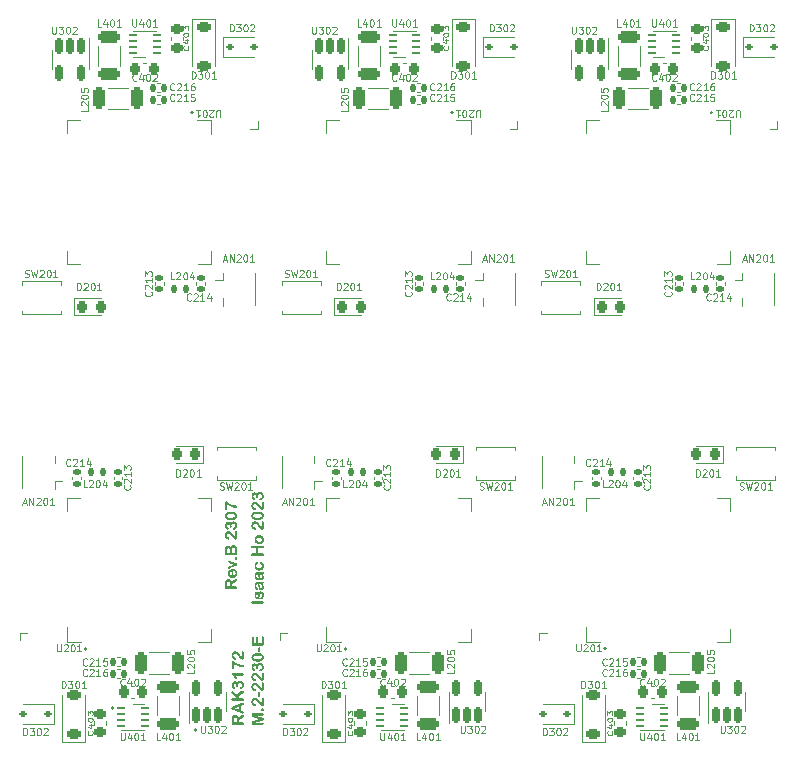
<source format=gbr>
%TF.GenerationSoftware,KiCad,Pcbnew,(7.0.0-rc2-153-g7d6218acb4)*%
%TF.CreationDate,2023-02-19T17:36:36+08:00*%
%TF.ProjectId,RAK3172-M.2-2230-Mod - panel,52414b33-3137-4322-9d4d-2e322d323233,rev?*%
%TF.SameCoordinates,Original*%
%TF.FileFunction,Legend,Top*%
%TF.FilePolarity,Positive*%
%FSLAX46Y46*%
G04 Gerber Fmt 4.6, Leading zero omitted, Abs format (unit mm)*
G04 Created by KiCad (PCBNEW (7.0.0-rc2-153-g7d6218acb4)) date 2023-02-19 17:36:36*
%MOMM*%
%LPD*%
G01*
G04 APERTURE LIST*
G04 Aperture macros list*
%AMRoundRect*
0 Rectangle with rounded corners*
0 $1 Rounding radius*
0 $2 $3 $4 $5 $6 $7 $8 $9 X,Y pos of 4 corners*
0 Add a 4 corners polygon primitive as box body*
4,1,4,$2,$3,$4,$5,$6,$7,$8,$9,$2,$3,0*
0 Add four circle primitives for the rounded corners*
1,1,$1+$1,$2,$3*
1,1,$1+$1,$4,$5*
1,1,$1+$1,$6,$7*
1,1,$1+$1,$8,$9*
0 Add four rect primitives between the rounded corners*
20,1,$1+$1,$2,$3,$4,$5,0*
20,1,$1+$1,$4,$5,$6,$7,0*
20,1,$1+$1,$6,$7,$8,$9,0*
20,1,$1+$1,$8,$9,$2,$3,0*%
G04 Aperture macros list end*
%ADD10C,0.176200*%
%ADD11C,0.152400*%
%ADD12C,0.100000*%
%ADD13C,0.120000*%
%ADD14C,0.160000*%
%ADD15RoundRect,0.218750X-0.218750X-0.256250X0.218750X-0.256250X0.218750X0.256250X-0.218750X0.256250X0*%
%ADD16RoundRect,0.225000X-0.250000X0.225000X-0.250000X-0.225000X0.250000X-0.225000X0.250000X0.225000X0*%
%ADD17RoundRect,0.150000X-0.150000X0.512500X-0.150000X-0.512500X0.150000X-0.512500X0.150000X0.512500X0*%
%ADD18RoundRect,0.112500X-0.187500X-0.112500X0.187500X-0.112500X0.187500X0.112500X-0.187500X0.112500X0*%
%ADD19RoundRect,0.140000X-0.140000X-0.170000X0.140000X-0.170000X0.140000X0.170000X-0.140000X0.170000X0*%
%ADD20R,1.600000X1.600000*%
%ADD21R,1.170000X0.370000*%
%ADD22R,0.370000X1.170000*%
%ADD23RoundRect,0.225000X-0.375000X0.225000X-0.375000X-0.225000X0.375000X-0.225000X0.375000X0.225000X0*%
%ADD24R,0.900000X1.700000*%
%ADD25C,0.800000*%
%ADD26RoundRect,0.250000X0.275000X0.700000X-0.275000X0.700000X-0.275000X-0.700000X0.275000X-0.700000X0*%
%ADD27RoundRect,0.225000X-0.225000X-0.250000X0.225000X-0.250000X0.225000X0.250000X-0.225000X0.250000X0*%
%ADD28C,0.787400*%
%ADD29C,0.990600*%
%ADD30RoundRect,0.140000X0.170000X-0.140000X0.170000X0.140000X-0.170000X0.140000X-0.170000X-0.140000X0*%
%ADD31C,3.800000*%
%ADD32C,2.600000*%
%ADD33RoundRect,0.147500X-0.147500X-0.172500X0.147500X-0.172500X0.147500X0.172500X-0.147500X0.172500X0*%
%ADD34R,0.900000X1.600000*%
%ADD35RoundRect,0.062500X0.300000X0.062500X-0.300000X0.062500X-0.300000X-0.062500X0.300000X-0.062500X0*%
%ADD36R,2.200000X1.050000*%
%ADD37R,1.050000X1.000000*%
%ADD38RoundRect,0.250000X-0.700000X0.275000X-0.700000X-0.275000X0.700000X-0.275000X0.700000X0.275000X0*%
%ADD39RoundRect,0.218750X0.218750X0.256250X-0.218750X0.256250X-0.218750X-0.256250X0.218750X-0.256250X0*%
%ADD40RoundRect,0.140000X0.140000X0.170000X-0.140000X0.170000X-0.140000X-0.170000X0.140000X-0.170000X0*%
%ADD41RoundRect,0.225000X0.250000X-0.225000X0.250000X0.225000X-0.250000X0.225000X-0.250000X-0.225000X0*%
%ADD42RoundRect,0.112500X0.187500X0.112500X-0.187500X0.112500X-0.187500X-0.112500X0.187500X-0.112500X0*%
%ADD43RoundRect,0.150000X0.150000X-0.512500X0.150000X0.512500X-0.150000X0.512500X-0.150000X-0.512500X0*%
%ADD44RoundRect,0.140000X-0.170000X0.140000X-0.170000X-0.140000X0.170000X-0.140000X0.170000X0.140000X0*%
%ADD45RoundRect,0.147500X0.147500X0.172500X-0.147500X0.172500X-0.147500X-0.172500X0.147500X-0.172500X0*%
%ADD46RoundRect,0.225000X0.375000X-0.225000X0.375000X0.225000X-0.375000X0.225000X-0.375000X-0.225000X0*%
%ADD47RoundRect,0.062500X-0.300000X-0.062500X0.300000X-0.062500X0.300000X0.062500X-0.300000X0.062500X0*%
%ADD48RoundRect,0.225000X0.225000X0.250000X-0.225000X0.250000X-0.225000X-0.250000X0.225000X-0.250000X0*%
%ADD49RoundRect,0.250000X-0.275000X-0.700000X0.275000X-0.700000X0.275000X0.700000X-0.275000X0.700000X0*%
%ADD50RoundRect,0.250000X0.700000X-0.275000X0.700000X0.275000X-0.700000X0.275000X-0.700000X-0.275000X0*%
%ADD51C,2.000000*%
G04 APERTURE END LIST*
D10*
X146838100Y-103675000D02*
G75*
G03*
X146838100Y-103675000I-88100J0D01*
G01*
X153838100Y-105575000D02*
G75*
G03*
X153838100Y-105575000I-88100J0D01*
G01*
D11*
G36*
X159412763Y-94856786D02*
G01*
X158614822Y-94856786D01*
X158602917Y-94856520D01*
X158591566Y-94855721D01*
X158580769Y-94854390D01*
X158570526Y-94852527D01*
X158560836Y-94850131D01*
X158548779Y-94846109D01*
X158537706Y-94841140D01*
X158527618Y-94835225D01*
X158518514Y-94828363D01*
X158516392Y-94826500D01*
X158508492Y-94818596D01*
X158501646Y-94810151D01*
X158495852Y-94801163D01*
X158491113Y-94791634D01*
X158487426Y-94781563D01*
X158484793Y-94770950D01*
X158483213Y-94759795D01*
X158482686Y-94748098D01*
X158483205Y-94736000D01*
X158484762Y-94724498D01*
X158487357Y-94713591D01*
X158490990Y-94703279D01*
X158495662Y-94693563D01*
X158501371Y-94684442D01*
X158508118Y-94675917D01*
X158515903Y-94667986D01*
X158524662Y-94660773D01*
X158534450Y-94654522D01*
X158545270Y-94649233D01*
X158557119Y-94644905D01*
X158566683Y-94642291D01*
X158576826Y-94640217D01*
X158587548Y-94638684D01*
X158598850Y-94637692D01*
X158610732Y-94637242D01*
X158614822Y-94637212D01*
X159412763Y-94637212D01*
X159424801Y-94637482D01*
X159436276Y-94638294D01*
X159447189Y-94639646D01*
X159457540Y-94641539D01*
X159467328Y-94643974D01*
X159479503Y-94648061D01*
X159490680Y-94653110D01*
X159500856Y-94659121D01*
X159510032Y-94666093D01*
X159512170Y-94667986D01*
X159520012Y-94675917D01*
X159526809Y-94684442D01*
X159532560Y-94693563D01*
X159537266Y-94703279D01*
X159540926Y-94713591D01*
X159543540Y-94724498D01*
X159545108Y-94736000D01*
X159545631Y-94748098D01*
X159545104Y-94759684D01*
X159543524Y-94770751D01*
X159540891Y-94781300D01*
X159537205Y-94791329D01*
X159532465Y-94800839D01*
X159526672Y-94809830D01*
X159519825Y-94818302D01*
X159511926Y-94826256D01*
X159502950Y-94833411D01*
X159492997Y-94839613D01*
X159482067Y-94844860D01*
X159470160Y-94849153D01*
X159460589Y-94851747D01*
X159450468Y-94853804D01*
X159439798Y-94855325D01*
X159428578Y-94856309D01*
X159416808Y-94856756D01*
X159412763Y-94856786D01*
G37*
G36*
X159290397Y-93820952D02*
G01*
X159300412Y-93821105D01*
X159310246Y-93821563D01*
X159324656Y-93822822D01*
X159338659Y-93824768D01*
X159352254Y-93827402D01*
X159365441Y-93830722D01*
X159378220Y-93834729D01*
X159390591Y-93839423D01*
X159402555Y-93844804D01*
X159414110Y-93850872D01*
X159425258Y-93857627D01*
X159428883Y-93860031D01*
X159439444Y-93867680D01*
X159449511Y-93875973D01*
X159459084Y-93884911D01*
X159468164Y-93894492D01*
X159476750Y-93904717D01*
X159484842Y-93915587D01*
X159492441Y-93927100D01*
X159499545Y-93939257D01*
X159506156Y-93952058D01*
X159510290Y-93960950D01*
X159514203Y-93970129D01*
X159516078Y-93974825D01*
X159519656Y-93984413D01*
X159523004Y-93994246D01*
X159526121Y-94004326D01*
X159529007Y-94014652D01*
X159531662Y-94025224D01*
X159534087Y-94036042D01*
X159536280Y-94047107D01*
X159538243Y-94058417D01*
X159539974Y-94069974D01*
X159541475Y-94081777D01*
X159542745Y-94093826D01*
X159543784Y-94106121D01*
X159544592Y-94118662D01*
X159545169Y-94131450D01*
X159545516Y-94144483D01*
X159545631Y-94157763D01*
X159545507Y-94170504D01*
X159545135Y-94183019D01*
X159544515Y-94195310D01*
X159543647Y-94207375D01*
X159542530Y-94219215D01*
X159541166Y-94230830D01*
X159539554Y-94242219D01*
X159537693Y-94253384D01*
X159535585Y-94264323D01*
X159533228Y-94275038D01*
X159530623Y-94285527D01*
X159527771Y-94295791D01*
X159524670Y-94305829D01*
X159521321Y-94315643D01*
X159517724Y-94325231D01*
X159513879Y-94334595D01*
X159509816Y-94343666D01*
X159503481Y-94356715D01*
X159496859Y-94369094D01*
X159489949Y-94380803D01*
X159482751Y-94391843D01*
X159475265Y-94402213D01*
X159467492Y-94411913D01*
X159459432Y-94420943D01*
X159451083Y-94429304D01*
X159442447Y-94436995D01*
X159433524Y-94444016D01*
X159424402Y-94450388D01*
X159415263Y-94456134D01*
X159406106Y-94461253D01*
X159396933Y-94465746D01*
X159387742Y-94469611D01*
X159375462Y-94473790D01*
X159363150Y-94476854D01*
X159350808Y-94478804D01*
X159338436Y-94479640D01*
X159335338Y-94479675D01*
X159324820Y-94479085D01*
X159314792Y-94477314D01*
X159305252Y-94474362D01*
X159296202Y-94470230D01*
X159287640Y-94464917D01*
X159279568Y-94458423D01*
X159276475Y-94455495D01*
X159269439Y-94447558D01*
X159263595Y-94439013D01*
X159258944Y-94429860D01*
X159255486Y-94420099D01*
X159253220Y-94409729D01*
X159252147Y-94398751D01*
X159252051Y-94394190D01*
X159252439Y-94384408D01*
X159253927Y-94373646D01*
X159256532Y-94363949D01*
X159260981Y-94353982D01*
X159266950Y-94345463D01*
X159267927Y-94344364D01*
X159275303Y-94336883D01*
X159283755Y-94329612D01*
X159291855Y-94323547D01*
X159300745Y-94317636D01*
X159310425Y-94311880D01*
X159319186Y-94306567D01*
X159327518Y-94301070D01*
X159337960Y-94293452D01*
X159347638Y-94285507D01*
X159356553Y-94277233D01*
X159364704Y-94268631D01*
X159372093Y-94259701D01*
X159378718Y-94250443D01*
X159381744Y-94245690D01*
X159387182Y-94235650D01*
X159391895Y-94224701D01*
X159395883Y-94212844D01*
X159398399Y-94203355D01*
X159400506Y-94193355D01*
X159402205Y-94182844D01*
X159403497Y-94171822D01*
X159404381Y-94160290D01*
X159404857Y-94148246D01*
X159404947Y-94139933D01*
X159404745Y-94130036D01*
X159403849Y-94117395D01*
X159402234Y-94105387D01*
X159399902Y-94094012D01*
X159396853Y-94083271D01*
X159393087Y-94073164D01*
X159388602Y-94063690D01*
X159383401Y-94054850D01*
X159381988Y-94052739D01*
X159374694Y-94043099D01*
X159367162Y-94035093D01*
X159359391Y-94028721D01*
X159349751Y-94023231D01*
X159339768Y-94020094D01*
X159331186Y-94019277D01*
X159320439Y-94019827D01*
X159310425Y-94021475D01*
X159298938Y-94025082D01*
X159288596Y-94030406D01*
X159279399Y-94037447D01*
X159271346Y-94046205D01*
X159265729Y-94054448D01*
X159260493Y-94063958D01*
X159255287Y-94075026D01*
X159251403Y-94084348D01*
X159247536Y-94094546D01*
X159243687Y-94105620D01*
X159239854Y-94117570D01*
X159236039Y-94130395D01*
X159232241Y-94144097D01*
X159229718Y-94153718D01*
X159227203Y-94163728D01*
X159224696Y-94174127D01*
X159221632Y-94186170D01*
X159218548Y-94197937D01*
X159215442Y-94209427D01*
X159212316Y-94220640D01*
X159209168Y-94231577D01*
X159206000Y-94242237D01*
X159202810Y-94252620D01*
X159199600Y-94262726D01*
X159196369Y-94272556D01*
X159193116Y-94282109D01*
X159189843Y-94291386D01*
X159184893Y-94304782D01*
X159179896Y-94317555D01*
X159174853Y-94329706D01*
X159173161Y-94333618D01*
X159167919Y-94345037D01*
X159162359Y-94356032D01*
X159156481Y-94366601D01*
X159150286Y-94376746D01*
X159143773Y-94386465D01*
X159136942Y-94395759D01*
X159129794Y-94404629D01*
X159122328Y-94413073D01*
X159114544Y-94421092D01*
X159106442Y-94428686D01*
X159100865Y-94433513D01*
X159092206Y-94440279D01*
X159083173Y-94446379D01*
X159073767Y-94451813D01*
X159063988Y-94456583D01*
X159053835Y-94460686D01*
X159043308Y-94464125D01*
X159032408Y-94466897D01*
X159021135Y-94469005D01*
X159009488Y-94470446D01*
X158997467Y-94471223D01*
X158989246Y-94471371D01*
X158978267Y-94471064D01*
X158967404Y-94470143D01*
X158956657Y-94468608D01*
X158946026Y-94466459D01*
X158935511Y-94463696D01*
X158925112Y-94460320D01*
X158914829Y-94456329D01*
X158904661Y-94451724D01*
X158894610Y-94446506D01*
X158884675Y-94440673D01*
X158878115Y-94436444D01*
X158868504Y-94429610D01*
X158859270Y-94422204D01*
X158850415Y-94414228D01*
X158841937Y-94405681D01*
X158833837Y-94396563D01*
X158826115Y-94386873D01*
X158818770Y-94376613D01*
X158811803Y-94365782D01*
X158805215Y-94354379D01*
X158799004Y-94342406D01*
X158795073Y-94334106D01*
X158789529Y-94321228D01*
X158784531Y-94307874D01*
X158780078Y-94294043D01*
X158777413Y-94284558D01*
X158774989Y-94274860D01*
X158772808Y-94264951D01*
X158770870Y-94254831D01*
X158769173Y-94244498D01*
X158767719Y-94233954D01*
X158766508Y-94223197D01*
X158765538Y-94212229D01*
X158764811Y-94201049D01*
X158764327Y-94189658D01*
X158764084Y-94178054D01*
X158764054Y-94172173D01*
X158764193Y-94158472D01*
X158764612Y-94145028D01*
X158765310Y-94131842D01*
X158766286Y-94118913D01*
X158767542Y-94106242D01*
X158769077Y-94093829D01*
X158770891Y-94081673D01*
X158772984Y-94069774D01*
X158775356Y-94058134D01*
X158778007Y-94046751D01*
X158779930Y-94039305D01*
X158782959Y-94028390D01*
X158786187Y-94017810D01*
X158789611Y-94007565D01*
X158793233Y-93997654D01*
X158797053Y-93988079D01*
X158801070Y-93978838D01*
X158805285Y-93969932D01*
X158811211Y-93958579D01*
X158817489Y-93947820D01*
X158822428Y-93940143D01*
X158829190Y-93930422D01*
X158836167Y-93921290D01*
X158843357Y-93912745D01*
X158850760Y-93904788D01*
X158858377Y-93897419D01*
X158866209Y-93890638D01*
X158874253Y-93884444D01*
X158882512Y-93878838D01*
X158892874Y-93872646D01*
X158903201Y-93867503D01*
X158913492Y-93863410D01*
X158923747Y-93860367D01*
X158933966Y-93858373D01*
X158944150Y-93857428D01*
X158948213Y-93857344D01*
X158959199Y-93857929D01*
X158969565Y-93859682D01*
X158979311Y-93862604D01*
X158988437Y-93866694D01*
X158996942Y-93871953D01*
X159004828Y-93878382D01*
X159007808Y-93881280D01*
X159014563Y-93889231D01*
X159020173Y-93898124D01*
X159024638Y-93907960D01*
X159027958Y-93918737D01*
X159030134Y-93930457D01*
X159031050Y-93940511D01*
X159031256Y-93948447D01*
X159030629Y-93959919D01*
X159028748Y-93970703D01*
X159025614Y-93980801D01*
X159021226Y-93990212D01*
X159015585Y-93998936D01*
X159013426Y-94001692D01*
X159006099Y-94010015D01*
X158999153Y-94017214D01*
X158991444Y-94024651D01*
X158982972Y-94032326D01*
X158973736Y-94040240D01*
X158965799Y-94046743D01*
X158961646Y-94050052D01*
X158953812Y-94056560D01*
X158946491Y-94063414D01*
X158939682Y-94070613D01*
X158933387Y-94078159D01*
X158927604Y-94086050D01*
X158922334Y-94094287D01*
X158920369Y-94097679D01*
X158915866Y-94106652D01*
X158912126Y-94116627D01*
X158909149Y-94127604D01*
X158906936Y-94139582D01*
X158905715Y-94149886D01*
X158904982Y-94160831D01*
X158904738Y-94172418D01*
X158905047Y-94184290D01*
X158905974Y-94195605D01*
X158907520Y-94206363D01*
X158909684Y-94216564D01*
X158912466Y-94226208D01*
X158916813Y-94237479D01*
X158922126Y-94247880D01*
X158924521Y-94251796D01*
X158930824Y-94260662D01*
X158937521Y-94268025D01*
X158946076Y-94274877D01*
X158955198Y-94279566D01*
X158964886Y-94282090D01*
X158971660Y-94282571D01*
X158982376Y-94281496D01*
X158992297Y-94278270D01*
X159001423Y-94272894D01*
X159009755Y-94265367D01*
X159014159Y-94260101D01*
X159020390Y-94250939D01*
X159025307Y-94242320D01*
X159029973Y-94232807D01*
X159034389Y-94222399D01*
X159038555Y-94211097D01*
X159041707Y-94201411D01*
X159043224Y-94196353D01*
X159046303Y-94185591D01*
X159049559Y-94173822D01*
X159052115Y-94164334D01*
X159054771Y-94154279D01*
X159057525Y-94143657D01*
X159060378Y-94132469D01*
X159063329Y-94120713D01*
X159066380Y-94108392D01*
X159069529Y-94095503D01*
X159072777Y-94082048D01*
X159075467Y-94071149D01*
X159078227Y-94060497D01*
X159081054Y-94050091D01*
X159083951Y-94039931D01*
X159086916Y-94030017D01*
X159089950Y-94020350D01*
X159093053Y-94010928D01*
X159097836Y-93997257D01*
X159102773Y-93984141D01*
X159107865Y-93971578D01*
X159113111Y-93959568D01*
X159118512Y-93948113D01*
X159124068Y-93937212D01*
X159129758Y-93926823D01*
X159135654Y-93916907D01*
X159141756Y-93907463D01*
X159148065Y-93898492D01*
X159154579Y-93889992D01*
X159161300Y-93881965D01*
X159168226Y-93874410D01*
X159175359Y-93867328D01*
X159182698Y-93860717D01*
X159192803Y-93852638D01*
X159195387Y-93850750D01*
X159205954Y-93843766D01*
X159216895Y-93837713D01*
X159228211Y-93832592D01*
X159239900Y-93828401D01*
X159251963Y-93825142D01*
X159264401Y-93822814D01*
X159277212Y-93821418D01*
X159287066Y-93820981D01*
X159290397Y-93820952D01*
G37*
G36*
X159471602Y-92988073D02*
G01*
X159481270Y-92990237D01*
X159490617Y-92993845D01*
X159499641Y-92998896D01*
X159508343Y-93005389D01*
X159516724Y-93013326D01*
X159519986Y-93016905D01*
X159527374Y-93026331D01*
X159533510Y-93036139D01*
X159538393Y-93046328D01*
X159542025Y-93056899D01*
X159544404Y-93067852D01*
X159545531Y-93079187D01*
X159545631Y-93083827D01*
X159544921Y-93093772D01*
X159542793Y-93103610D01*
X159539245Y-93113340D01*
X159534278Y-93122963D01*
X159527891Y-93132479D01*
X159520086Y-93141887D01*
X159516566Y-93145621D01*
X159509044Y-93152978D01*
X159501011Y-93160275D01*
X159492466Y-93167511D01*
X159483410Y-93174685D01*
X159473843Y-93181799D01*
X159463764Y-93188852D01*
X159453174Y-93195843D01*
X159444895Y-93201047D01*
X159442072Y-93202773D01*
X159448094Y-93210510D01*
X159456813Y-93222161D01*
X159465153Y-93233869D01*
X159473116Y-93245632D01*
X159480701Y-93257450D01*
X159487908Y-93269325D01*
X159494737Y-93281255D01*
X159501188Y-93293242D01*
X159507262Y-93305284D01*
X159512958Y-93317382D01*
X159518276Y-93329535D01*
X159523165Y-93341809D01*
X159527572Y-93354357D01*
X159531499Y-93367179D01*
X159534945Y-93380277D01*
X159537911Y-93393649D01*
X159540395Y-93407296D01*
X159542399Y-93421218D01*
X159543921Y-93435415D01*
X159544963Y-93449886D01*
X159545391Y-93459686D01*
X159545604Y-93469609D01*
X159545631Y-93474616D01*
X159545373Y-93488337D01*
X159544601Y-93501750D01*
X159543313Y-93514853D01*
X159541509Y-93527647D01*
X159539191Y-93540132D01*
X159536357Y-93552308D01*
X159533009Y-93564175D01*
X159529145Y-93575732D01*
X159524765Y-93586981D01*
X159519871Y-93597920D01*
X159516322Y-93605041D01*
X159510644Y-93615395D01*
X159504601Y-93625297D01*
X159498193Y-93634749D01*
X159491421Y-93643750D01*
X159484283Y-93652300D01*
X159476780Y-93660400D01*
X159468913Y-93668048D01*
X159460680Y-93675246D01*
X159452083Y-93681993D01*
X159443121Y-93688289D01*
X159436943Y-93692236D01*
X159427434Y-93697692D01*
X159417775Y-93702612D01*
X159407965Y-93706994D01*
X159398005Y-93710841D01*
X159387895Y-93714150D01*
X159377635Y-93716923D01*
X159367224Y-93719159D01*
X159356663Y-93720858D01*
X159345952Y-93722021D01*
X159335091Y-93722647D01*
X159327766Y-93722766D01*
X159317936Y-93722569D01*
X159303533Y-93721532D01*
X159289542Y-93719607D01*
X159275964Y-93716792D01*
X159262798Y-93713089D01*
X159250044Y-93708498D01*
X159237702Y-93703017D01*
X159225772Y-93696648D01*
X159214255Y-93689390D01*
X159203149Y-93681243D01*
X159192456Y-93672208D01*
X159182295Y-93662402D01*
X159172787Y-93651944D01*
X159163931Y-93640832D01*
X159155728Y-93629069D01*
X159148177Y-93616652D01*
X159143506Y-93608012D01*
X159139125Y-93599082D01*
X159135034Y-93589862D01*
X159131233Y-93580352D01*
X159127722Y-93570552D01*
X159124501Y-93560461D01*
X159121570Y-93550081D01*
X159118929Y-93539411D01*
X159117718Y-93533967D01*
X159115529Y-93523630D01*
X159113378Y-93513141D01*
X159111306Y-93502887D01*
X159108921Y-93490976D01*
X159106927Y-93480956D01*
X159104756Y-93470005D01*
X159102410Y-93458121D01*
X159099888Y-93445307D01*
X159097253Y-93432206D01*
X159094661Y-93419466D01*
X159092113Y-93407087D01*
X159089607Y-93395069D01*
X159087144Y-93383411D01*
X159084724Y-93372114D01*
X159082347Y-93361177D01*
X159080013Y-93350601D01*
X159077721Y-93340386D01*
X159075473Y-93330531D01*
X159073998Y-93324162D01*
X159071018Y-93311542D01*
X159068717Y-93302021D01*
X159066361Y-93292453D01*
X159063949Y-93282839D01*
X159061481Y-93273176D01*
X159058957Y-93263467D01*
X159056377Y-93253710D01*
X159053742Y-93243907D01*
X159051051Y-93234056D01*
X159048304Y-93224157D01*
X159047376Y-93220847D01*
X159035663Y-93221588D01*
X159024521Y-93222711D01*
X159013950Y-93224215D01*
X159003950Y-93226102D01*
X158991505Y-93229213D01*
X158980075Y-93233002D01*
X158969661Y-93237471D01*
X158960261Y-93242619D01*
X158951877Y-93248447D01*
X158944492Y-93255465D01*
X158938092Y-93264185D01*
X158932677Y-93274608D01*
X158928246Y-93286732D01*
X158925569Y-93296942D01*
X158923446Y-93308110D01*
X158921877Y-93320235D01*
X158920862Y-93333317D01*
X158920400Y-93347357D01*
X158920369Y-93352250D01*
X158920533Y-93364993D01*
X158921022Y-93377117D01*
X158921838Y-93388623D01*
X158922980Y-93399511D01*
X158924448Y-93409781D01*
X158926243Y-93419432D01*
X158929143Y-93431339D01*
X158932623Y-93442147D01*
X158936684Y-93451855D01*
X158938932Y-93456297D01*
X158945216Y-93466768D01*
X158950938Y-93474836D01*
X158957279Y-93482629D01*
X158964238Y-93490147D01*
X158971815Y-93497390D01*
X158980011Y-93504359D01*
X158988824Y-93511053D01*
X158995840Y-93515893D01*
X159005049Y-93521980D01*
X159013502Y-93527662D01*
X159023006Y-93534196D01*
X159031329Y-93540099D01*
X159039758Y-93546347D01*
X159047444Y-93552486D01*
X159048353Y-93553262D01*
X159054443Y-93560910D01*
X159058345Y-93570331D01*
X159060629Y-93580435D01*
X159061785Y-93590285D01*
X159062261Y-93601434D01*
X159062274Y-93603820D01*
X159061714Y-93614367D01*
X159060032Y-93624485D01*
X159057230Y-93634174D01*
X159053306Y-93643433D01*
X159048261Y-93652263D01*
X159042096Y-93660664D01*
X159039316Y-93663904D01*
X159031825Y-93671222D01*
X159023702Y-93677299D01*
X159014947Y-93682136D01*
X159005560Y-93685733D01*
X158995542Y-93688090D01*
X158984890Y-93689206D01*
X158980453Y-93689305D01*
X158970500Y-93688985D01*
X158960606Y-93688026D01*
X158950773Y-93686426D01*
X158941000Y-93684188D01*
X158931287Y-93681309D01*
X158921634Y-93677790D01*
X158912042Y-93673632D01*
X158902509Y-93668835D01*
X158893037Y-93663397D01*
X158883624Y-93657320D01*
X158877383Y-93652913D01*
X158868199Y-93645742D01*
X158859333Y-93637875D01*
X158850785Y-93629313D01*
X158842555Y-93620055D01*
X158834642Y-93610101D01*
X158827048Y-93599452D01*
X158819770Y-93588108D01*
X158812811Y-93576068D01*
X158806169Y-93563333D01*
X158801918Y-93554456D01*
X158797808Y-93545270D01*
X158795806Y-93540561D01*
X158791961Y-93530925D01*
X158788364Y-93521007D01*
X158785015Y-93510806D01*
X158781914Y-93500322D01*
X158779062Y-93489556D01*
X158776457Y-93478508D01*
X158774100Y-93467178D01*
X158771992Y-93455565D01*
X158770131Y-93443669D01*
X158768519Y-93431492D01*
X158767155Y-93419031D01*
X158766038Y-93406289D01*
X158765170Y-93393264D01*
X158764550Y-93379956D01*
X158764178Y-93366366D01*
X158764054Y-93352494D01*
X158764172Y-93337037D01*
X158764527Y-93321991D01*
X158765119Y-93307354D01*
X158765947Y-93293128D01*
X158767012Y-93279312D01*
X158768313Y-93265906D01*
X158769851Y-93252911D01*
X158771625Y-93240326D01*
X158773637Y-93228151D01*
X158775079Y-93220603D01*
X159173893Y-93220603D01*
X159177536Y-93231536D01*
X159180638Y-93241956D01*
X159183909Y-93253865D01*
X159186472Y-93263773D01*
X159189130Y-93274519D01*
X159191882Y-93286101D01*
X159194728Y-93298521D01*
X159197669Y-93311778D01*
X159200704Y-93325873D01*
X159201737Y-93330757D01*
X159203748Y-93340424D01*
X159206636Y-93354199D01*
X159209370Y-93367103D01*
X159211949Y-93379135D01*
X159214373Y-93390296D01*
X159216643Y-93400585D01*
X159219429Y-93412947D01*
X159221940Y-93423761D01*
X159224692Y-93435099D01*
X159225673Y-93438956D01*
X159228985Y-93449810D01*
X159233241Y-93460389D01*
X159238441Y-93470693D01*
X159243497Y-93479069D01*
X159249208Y-93487255D01*
X159254249Y-93493667D01*
X159261201Y-93500984D01*
X159268928Y-93507062D01*
X159277430Y-93511899D01*
X159286707Y-93515496D01*
X159296759Y-93517852D01*
X159307587Y-93518969D01*
X159312135Y-93519068D01*
X159323850Y-93518340D01*
X159335028Y-93516158D01*
X159345669Y-93512521D01*
X159355774Y-93507428D01*
X159365342Y-93500881D01*
X159374374Y-93492879D01*
X159377836Y-93489270D01*
X159384190Y-93481462D01*
X159389697Y-93473059D01*
X159394357Y-93464060D01*
X159398169Y-93454466D01*
X159401135Y-93444276D01*
X159403253Y-93433491D01*
X159404524Y-93422111D01*
X159404947Y-93410136D01*
X159404745Y-93400136D01*
X159404140Y-93390286D01*
X159402705Y-93377387D01*
X159400553Y-93364755D01*
X159397683Y-93352390D01*
X159394096Y-93340293D01*
X159389791Y-93328462D01*
X159384769Y-93316899D01*
X159381988Y-93311217D01*
X159376046Y-93300245D01*
X159369700Y-93290044D01*
X159362949Y-93280614D01*
X159355793Y-93271955D01*
X159348233Y-93264067D01*
X159340269Y-93256950D01*
X159331899Y-93250603D01*
X159323126Y-93245027D01*
X159312215Y-93239303D01*
X159302935Y-93235511D01*
X159292715Y-93232147D01*
X159281554Y-93229214D01*
X159269453Y-93226709D01*
X159256412Y-93224634D01*
X159242431Y-93222988D01*
X159232588Y-93222130D01*
X159222327Y-93221462D01*
X159211648Y-93220985D01*
X159200551Y-93220699D01*
X159189036Y-93220603D01*
X159173893Y-93220603D01*
X158775079Y-93220603D01*
X158775884Y-93216386D01*
X158778369Y-93205032D01*
X158781090Y-93194088D01*
X158784047Y-93183554D01*
X158787242Y-93173430D01*
X158790673Y-93163716D01*
X158794340Y-93154413D01*
X158798235Y-93145453D01*
X158804599Y-93132641D01*
X158811590Y-93120586D01*
X158819207Y-93109286D01*
X158827452Y-93098741D01*
X158836324Y-93088952D01*
X158845822Y-93079919D01*
X158855947Y-93071642D01*
X158866699Y-93064120D01*
X158878078Y-93057353D01*
X158890083Y-93051343D01*
X158902761Y-93045930D01*
X158916155Y-93041050D01*
X158925483Y-93038093D01*
X158935130Y-93035372D01*
X158945095Y-93032887D01*
X158955379Y-93030639D01*
X158965982Y-93028628D01*
X158976903Y-93026854D01*
X158988143Y-93025316D01*
X158999702Y-93024014D01*
X159011579Y-93022950D01*
X159023775Y-93022121D01*
X159036289Y-93021530D01*
X159049123Y-93021175D01*
X159062274Y-93021057D01*
X159074509Y-93021059D01*
X159086392Y-93021065D01*
X159097922Y-93021076D01*
X159109100Y-93021091D01*
X159119927Y-93021110D01*
X159130401Y-93021134D01*
X159140523Y-93021162D01*
X159150293Y-93021194D01*
X159162773Y-93021244D01*
X159174626Y-93021301D01*
X159186331Y-93021370D01*
X159198364Y-93021454D01*
X159210724Y-93021553D01*
X159223414Y-93021667D01*
X159236431Y-93021797D01*
X159246409Y-93021904D01*
X159256572Y-93022020D01*
X159266920Y-93022145D01*
X159277452Y-93022278D01*
X159290485Y-93022007D01*
X159300375Y-93021448D01*
X159310363Y-93020584D01*
X159320450Y-93019416D01*
X159330636Y-93017943D01*
X159340921Y-93016164D01*
X159351304Y-93014081D01*
X159361787Y-93011694D01*
X159372367Y-93009001D01*
X159383047Y-93006004D01*
X159386629Y-93004937D01*
X159396999Y-93001794D01*
X159406679Y-92998960D01*
X159418509Y-92995663D01*
X159429111Y-92992915D01*
X159440635Y-92990254D01*
X159450239Y-92988450D01*
X159460459Y-92987368D01*
X159461612Y-92987351D01*
X159471602Y-92988073D01*
G37*
G36*
X159471602Y-92156670D02*
G01*
X159481270Y-92158835D01*
X159490617Y-92162442D01*
X159499641Y-92167493D01*
X159508343Y-92173987D01*
X159516724Y-92181923D01*
X159519986Y-92185502D01*
X159527374Y-92194928D01*
X159533510Y-92204736D01*
X159538393Y-92214926D01*
X159542025Y-92225497D01*
X159544404Y-92236449D01*
X159545531Y-92247784D01*
X159545631Y-92252424D01*
X159544921Y-92262370D01*
X159542793Y-92272207D01*
X159539245Y-92281938D01*
X159534278Y-92291561D01*
X159527891Y-92301076D01*
X159520086Y-92310485D01*
X159516566Y-92314218D01*
X159509044Y-92321576D01*
X159501011Y-92328872D01*
X159492466Y-92336108D01*
X159483410Y-92343283D01*
X159473843Y-92350396D01*
X159463764Y-92357449D01*
X159453174Y-92364440D01*
X159444895Y-92369644D01*
X159442072Y-92371371D01*
X159448094Y-92379107D01*
X159456813Y-92390759D01*
X159465153Y-92402466D01*
X159473116Y-92414229D01*
X159480701Y-92426048D01*
X159487908Y-92437922D01*
X159494737Y-92449853D01*
X159501188Y-92461839D01*
X159507262Y-92473881D01*
X159512958Y-92485979D01*
X159518276Y-92498133D01*
X159523165Y-92510406D01*
X159527572Y-92522954D01*
X159531499Y-92535777D01*
X159534945Y-92548874D01*
X159537911Y-92562247D01*
X159540395Y-92575894D01*
X159542399Y-92589815D01*
X159543921Y-92604012D01*
X159544963Y-92618483D01*
X159545391Y-92628284D01*
X159545604Y-92638206D01*
X159545631Y-92643213D01*
X159545373Y-92656935D01*
X159544601Y-92670347D01*
X159543313Y-92683450D01*
X159541509Y-92696244D01*
X159539191Y-92708729D01*
X159536357Y-92720905D01*
X159533009Y-92732772D01*
X159529145Y-92744330D01*
X159524765Y-92755578D01*
X159519871Y-92766518D01*
X159516322Y-92773639D01*
X159510644Y-92783992D01*
X159504601Y-92793895D01*
X159498193Y-92803346D01*
X159491421Y-92812347D01*
X159484283Y-92820898D01*
X159476780Y-92828997D01*
X159468913Y-92836646D01*
X159460680Y-92843843D01*
X159452083Y-92850590D01*
X159443121Y-92856886D01*
X159436943Y-92860833D01*
X159427434Y-92866290D01*
X159417775Y-92871209D01*
X159407965Y-92875592D01*
X159398005Y-92879438D01*
X159387895Y-92882747D01*
X159377635Y-92885520D01*
X159367224Y-92887756D01*
X159356663Y-92889456D01*
X159345952Y-92890618D01*
X159335091Y-92891245D01*
X159327766Y-92891364D01*
X159317936Y-92891166D01*
X159303533Y-92890129D01*
X159289542Y-92888204D01*
X159275964Y-92885390D01*
X159262798Y-92881687D01*
X159250044Y-92877095D01*
X159237702Y-92871614D01*
X159225772Y-92865245D01*
X159214255Y-92857987D01*
X159203149Y-92849841D01*
X159192456Y-92840806D01*
X159182295Y-92831000D01*
X159172787Y-92820541D01*
X159163931Y-92809430D01*
X159155728Y-92797666D01*
X159148177Y-92785250D01*
X159143506Y-92776610D01*
X159139125Y-92767680D01*
X159135034Y-92758459D01*
X159131233Y-92748949D01*
X159127722Y-92739149D01*
X159124501Y-92729059D01*
X159121570Y-92718678D01*
X159118929Y-92708008D01*
X159117718Y-92702564D01*
X159115529Y-92692227D01*
X159113378Y-92681739D01*
X159111306Y-92671484D01*
X159108921Y-92659573D01*
X159106927Y-92649554D01*
X159104756Y-92638602D01*
X159102410Y-92626719D01*
X159099888Y-92613904D01*
X159097253Y-92600804D01*
X159094661Y-92588064D01*
X159092113Y-92575685D01*
X159089607Y-92563666D01*
X159087144Y-92552008D01*
X159084724Y-92540711D01*
X159082347Y-92529775D01*
X159080013Y-92519199D01*
X159077721Y-92508983D01*
X159075473Y-92499129D01*
X159073998Y-92492759D01*
X159071018Y-92480139D01*
X159068717Y-92470618D01*
X159066361Y-92461051D01*
X159063949Y-92451436D01*
X159061481Y-92441774D01*
X159058957Y-92432064D01*
X159056377Y-92422308D01*
X159053742Y-92412504D01*
X159051051Y-92402653D01*
X159048304Y-92392755D01*
X159047376Y-92389445D01*
X159035663Y-92390185D01*
X159024521Y-92391308D01*
X159013950Y-92392813D01*
X159003950Y-92394700D01*
X158991505Y-92397810D01*
X158980075Y-92401600D01*
X158969661Y-92406068D01*
X158960261Y-92411217D01*
X158951877Y-92417044D01*
X158944492Y-92424062D01*
X158938092Y-92432783D01*
X158932677Y-92443205D01*
X158928246Y-92455329D01*
X158925569Y-92465539D01*
X158923446Y-92476707D01*
X158921877Y-92488832D01*
X158920862Y-92501915D01*
X158920400Y-92515955D01*
X158920369Y-92520847D01*
X158920533Y-92533590D01*
X158921022Y-92545714D01*
X158921838Y-92557220D01*
X158922980Y-92568108D01*
X158924448Y-92578378D01*
X158926243Y-92588029D01*
X158929143Y-92599936D01*
X158932623Y-92610744D01*
X158936684Y-92620453D01*
X158938932Y-92624895D01*
X158945216Y-92635366D01*
X158950938Y-92643433D01*
X158957279Y-92651226D01*
X158964238Y-92658744D01*
X158971815Y-92665988D01*
X158980011Y-92672956D01*
X158988824Y-92679650D01*
X158995840Y-92684490D01*
X159005049Y-92690577D01*
X159013502Y-92696260D01*
X159023006Y-92702794D01*
X159031329Y-92708696D01*
X159039758Y-92714944D01*
X159047444Y-92721083D01*
X159048353Y-92721859D01*
X159054443Y-92729507D01*
X159058345Y-92738929D01*
X159060629Y-92749032D01*
X159061785Y-92758882D01*
X159062261Y-92770032D01*
X159062274Y-92772418D01*
X159061714Y-92782965D01*
X159060032Y-92793083D01*
X159057230Y-92802771D01*
X159053306Y-92812031D01*
X159048261Y-92820861D01*
X159042096Y-92829261D01*
X159039316Y-92832501D01*
X159031825Y-92839819D01*
X159023702Y-92845896D01*
X159014947Y-92850734D01*
X159005560Y-92854330D01*
X158995542Y-92856687D01*
X158984890Y-92857803D01*
X158980453Y-92857903D01*
X158970500Y-92857583D01*
X158960606Y-92856623D01*
X158950773Y-92855024D01*
X158941000Y-92852785D01*
X158931287Y-92849906D01*
X158921634Y-92846388D01*
X158912042Y-92842230D01*
X158902509Y-92837432D01*
X158893037Y-92831994D01*
X158883624Y-92825917D01*
X158877383Y-92821510D01*
X158868199Y-92814339D01*
X158859333Y-92806472D01*
X158850785Y-92797910D01*
X158842555Y-92788652D01*
X158834642Y-92778699D01*
X158827048Y-92768050D01*
X158819770Y-92756705D01*
X158812811Y-92744665D01*
X158806169Y-92731930D01*
X158801918Y-92723053D01*
X158797808Y-92713867D01*
X158795806Y-92709159D01*
X158791961Y-92699522D01*
X158788364Y-92689604D01*
X158785015Y-92679403D01*
X158781914Y-92668920D01*
X158779062Y-92658154D01*
X158776457Y-92647106D01*
X158774100Y-92635775D01*
X158771992Y-92624162D01*
X158770131Y-92612267D01*
X158768519Y-92600089D01*
X158767155Y-92587629D01*
X158766038Y-92574886D01*
X158765170Y-92561861D01*
X158764550Y-92548554D01*
X158764178Y-92534964D01*
X158764054Y-92521092D01*
X158764172Y-92505635D01*
X158764527Y-92490588D01*
X158765119Y-92475952D01*
X158765947Y-92461725D01*
X158767012Y-92447909D01*
X158768313Y-92434504D01*
X158769851Y-92421508D01*
X158771625Y-92408923D01*
X158773637Y-92396748D01*
X158775079Y-92389200D01*
X159173893Y-92389200D01*
X159177536Y-92400133D01*
X159180638Y-92410553D01*
X159183909Y-92422462D01*
X159186472Y-92432370D01*
X159189130Y-92443116D01*
X159191882Y-92454699D01*
X159194728Y-92467118D01*
X159197669Y-92480376D01*
X159200704Y-92494470D01*
X159201737Y-92499354D01*
X159203748Y-92509022D01*
X159206636Y-92522797D01*
X159209370Y-92535700D01*
X159211949Y-92547732D01*
X159214373Y-92558893D01*
X159216643Y-92569182D01*
X159219429Y-92581545D01*
X159221940Y-92592358D01*
X159224692Y-92603696D01*
X159225673Y-92607554D01*
X159228985Y-92618407D01*
X159233241Y-92628986D01*
X159238441Y-92639290D01*
X159243497Y-92647667D01*
X159249208Y-92655853D01*
X159254249Y-92662264D01*
X159261201Y-92669582D01*
X159268928Y-92675659D01*
X159277430Y-92680496D01*
X159286707Y-92684093D01*
X159296759Y-92686450D01*
X159307587Y-92687566D01*
X159312135Y-92687665D01*
X159323850Y-92686938D01*
X159335028Y-92684755D01*
X159345669Y-92681118D01*
X159355774Y-92676026D01*
X159365342Y-92669478D01*
X159374374Y-92661476D01*
X159377836Y-92657868D01*
X159384190Y-92650059D01*
X159389697Y-92641656D01*
X159394357Y-92632657D01*
X159398169Y-92623063D01*
X159401135Y-92612873D01*
X159403253Y-92602089D01*
X159404524Y-92590708D01*
X159404947Y-92578733D01*
X159404745Y-92568733D01*
X159404140Y-92558883D01*
X159402705Y-92545984D01*
X159400553Y-92533352D01*
X159397683Y-92520988D01*
X159394096Y-92508890D01*
X159389791Y-92497059D01*
X159384769Y-92485496D01*
X159381988Y-92479815D01*
X159376046Y-92468843D01*
X159369700Y-92458642D01*
X159362949Y-92449212D01*
X159355793Y-92440553D01*
X159348233Y-92432664D01*
X159340269Y-92425547D01*
X159331899Y-92419200D01*
X159323126Y-92413625D01*
X159312215Y-92407900D01*
X159302935Y-92404108D01*
X159292715Y-92400745D01*
X159281554Y-92397811D01*
X159269453Y-92395307D01*
X159256412Y-92393231D01*
X159242431Y-92391586D01*
X159232588Y-92390727D01*
X159222327Y-92390059D01*
X159211648Y-92389582D01*
X159200551Y-92389296D01*
X159189036Y-92389200D01*
X159173893Y-92389200D01*
X158775079Y-92389200D01*
X158775884Y-92384983D01*
X158778369Y-92373629D01*
X158781090Y-92362685D01*
X158784047Y-92352151D01*
X158787242Y-92342027D01*
X158790673Y-92332314D01*
X158794340Y-92323011D01*
X158798235Y-92314050D01*
X158804599Y-92301239D01*
X158811590Y-92289183D01*
X158819207Y-92277883D01*
X158827452Y-92267339D01*
X158836324Y-92257550D01*
X158845822Y-92248517D01*
X158855947Y-92240239D01*
X158866699Y-92232717D01*
X158878078Y-92225951D01*
X158890083Y-92219940D01*
X158902761Y-92214528D01*
X158916155Y-92209648D01*
X158925483Y-92206690D01*
X158935130Y-92203969D01*
X158945095Y-92201485D01*
X158955379Y-92199237D01*
X158965982Y-92197226D01*
X158976903Y-92195451D01*
X158988143Y-92193913D01*
X158999702Y-92192612D01*
X159011579Y-92191547D01*
X159023775Y-92190719D01*
X159036289Y-92190127D01*
X159049123Y-92189772D01*
X159062274Y-92189654D01*
X159074509Y-92189656D01*
X159086392Y-92189663D01*
X159097922Y-92189673D01*
X159109100Y-92189688D01*
X159119927Y-92189708D01*
X159130401Y-92189731D01*
X159140523Y-92189759D01*
X159150293Y-92189791D01*
X159162773Y-92189841D01*
X159174626Y-92189898D01*
X159186331Y-92189967D01*
X159198364Y-92190051D01*
X159210724Y-92190150D01*
X159223414Y-92190265D01*
X159236431Y-92190394D01*
X159246409Y-92190502D01*
X159256572Y-92190618D01*
X159266920Y-92190742D01*
X159277452Y-92190875D01*
X159290485Y-92190604D01*
X159300375Y-92190045D01*
X159310363Y-92189182D01*
X159320450Y-92188013D01*
X159330636Y-92186540D01*
X159340921Y-92184762D01*
X159351304Y-92182679D01*
X159361787Y-92180291D01*
X159372367Y-92177598D01*
X159383047Y-92174601D01*
X159386629Y-92173534D01*
X159396999Y-92170391D01*
X159406679Y-92167558D01*
X159418509Y-92164260D01*
X159429111Y-92161513D01*
X159440635Y-92158851D01*
X159450239Y-92157048D01*
X159460459Y-92155966D01*
X159461612Y-92155949D01*
X159471602Y-92156670D01*
G37*
G36*
X159304563Y-91331385D02*
G01*
X159316349Y-91331921D01*
X159328348Y-91333531D01*
X159338103Y-91335592D01*
X159347995Y-91338340D01*
X159358024Y-91341775D01*
X159368191Y-91345896D01*
X159378495Y-91350705D01*
X159383698Y-91353367D01*
X159394071Y-91359148D01*
X159404306Y-91365625D01*
X159414404Y-91372795D01*
X159424364Y-91380661D01*
X159434188Y-91389221D01*
X159441465Y-91396096D01*
X159448665Y-91403363D01*
X159455787Y-91411020D01*
X159462833Y-91419068D01*
X159469711Y-91427511D01*
X159476331Y-91436353D01*
X159482694Y-91445594D01*
X159488799Y-91455235D01*
X159494646Y-91465275D01*
X159500236Y-91475714D01*
X159505569Y-91486553D01*
X159510643Y-91497790D01*
X159515460Y-91509427D01*
X159520020Y-91521464D01*
X159522916Y-91529710D01*
X159526976Y-91542312D01*
X159530636Y-91555207D01*
X159533897Y-91568393D01*
X159536758Y-91581871D01*
X159539220Y-91595641D01*
X159541283Y-91609703D01*
X159542947Y-91624057D01*
X159543834Y-91633789D01*
X159544544Y-91643650D01*
X159545076Y-91653641D01*
X159545431Y-91663762D01*
X159545609Y-91674013D01*
X159545631Y-91679187D01*
X159545529Y-91690193D01*
X159545225Y-91701048D01*
X159544717Y-91711751D01*
X159544005Y-91722303D01*
X159543091Y-91732703D01*
X159541973Y-91742951D01*
X159540652Y-91753048D01*
X159539128Y-91762992D01*
X159537401Y-91772785D01*
X159535470Y-91782427D01*
X159530999Y-91801255D01*
X159525716Y-91819475D01*
X159519619Y-91837090D01*
X159512710Y-91854097D01*
X159504988Y-91870497D01*
X159496452Y-91886291D01*
X159487104Y-91901478D01*
X159476943Y-91916058D01*
X159465970Y-91930032D01*
X159454183Y-91943398D01*
X159441584Y-91956158D01*
X159428303Y-91968225D01*
X159414473Y-91979514D01*
X159400093Y-91990024D01*
X159385163Y-91999755D01*
X159369685Y-92008708D01*
X159353656Y-92016883D01*
X159337078Y-92024279D01*
X159319951Y-92030896D01*
X159302274Y-92036735D01*
X159284047Y-92041796D01*
X159265271Y-92046077D01*
X159255677Y-92047926D01*
X159245945Y-92049581D01*
X159236076Y-92051041D01*
X159226070Y-92052306D01*
X159215926Y-92053376D01*
X159205645Y-92054252D01*
X159195227Y-92054933D01*
X159184671Y-92055420D01*
X159173977Y-92055712D01*
X159163147Y-92055809D01*
X159148506Y-92055632D01*
X159134078Y-92055099D01*
X159119861Y-92054212D01*
X159105857Y-92052970D01*
X159092063Y-92051373D01*
X159078482Y-92049421D01*
X159065113Y-92047114D01*
X159051955Y-92044452D01*
X159039009Y-92041435D01*
X159026275Y-92038063D01*
X159013753Y-92034337D01*
X159001443Y-92030255D01*
X158989344Y-92025819D01*
X158977457Y-92021027D01*
X158965782Y-92015881D01*
X158954319Y-92010380D01*
X158943123Y-92004512D01*
X158932249Y-91998328D01*
X158921698Y-91991827D01*
X158911470Y-91985009D01*
X158901564Y-91977875D01*
X158891980Y-91970423D01*
X158882719Y-91962655D01*
X158873780Y-91954570D01*
X158865164Y-91946169D01*
X158856870Y-91937450D01*
X158848899Y-91928415D01*
X158841250Y-91919064D01*
X158833924Y-91909395D01*
X158826920Y-91899410D01*
X158820238Y-91889108D01*
X158813879Y-91878489D01*
X158807846Y-91867551D01*
X158802202Y-91856354D01*
X158796947Y-91844898D01*
X158792081Y-91833182D01*
X158787604Y-91821206D01*
X158783517Y-91808971D01*
X158779819Y-91796477D01*
X158776510Y-91783722D01*
X158773591Y-91770709D01*
X158771061Y-91757436D01*
X158768920Y-91743903D01*
X158767168Y-91730111D01*
X158765806Y-91716060D01*
X158764832Y-91701748D01*
X158764249Y-91687178D01*
X158764054Y-91672348D01*
X158764245Y-91658577D01*
X158764818Y-91645016D01*
X158765773Y-91631666D01*
X158767111Y-91618527D01*
X158768830Y-91605597D01*
X158770932Y-91592878D01*
X158773416Y-91580370D01*
X158776281Y-91568071D01*
X158779529Y-91555983D01*
X158783159Y-91544106D01*
X158785792Y-91536304D01*
X158789935Y-91524794D01*
X158794307Y-91513618D01*
X158798906Y-91502778D01*
X158803732Y-91492272D01*
X158808786Y-91482101D01*
X158814067Y-91472265D01*
X158819576Y-91462764D01*
X158825313Y-91453598D01*
X158831277Y-91444766D01*
X158837469Y-91436270D01*
X158841723Y-91430792D01*
X158848182Y-91422818D01*
X158854735Y-91415201D01*
X158861382Y-91407940D01*
X158870393Y-91398814D01*
X158879571Y-91390320D01*
X158888917Y-91382461D01*
X158898431Y-91375235D01*
X158908113Y-91368642D01*
X158915484Y-91364113D01*
X158925247Y-91358675D01*
X158934871Y-91353962D01*
X158944359Y-91349974D01*
X158953709Y-91346711D01*
X158965203Y-91343652D01*
X158976482Y-91341726D01*
X158987547Y-91340933D01*
X158989734Y-91340910D01*
X159000979Y-91341584D01*
X159011664Y-91343605D01*
X159021788Y-91346975D01*
X159031351Y-91351691D01*
X159040354Y-91357756D01*
X159048796Y-91365167D01*
X159052016Y-91368510D01*
X159059334Y-91377338D01*
X159065411Y-91386728D01*
X159070249Y-91396677D01*
X159073845Y-91407188D01*
X159076202Y-91418259D01*
X159077318Y-91429890D01*
X159077418Y-91434699D01*
X159076786Y-91445689D01*
X159074893Y-91455790D01*
X159071184Y-91466247D01*
X159065826Y-91475543D01*
X159064228Y-91477686D01*
X159057650Y-91485211D01*
X159049669Y-91493040D01*
X159041712Y-91499992D01*
X159032725Y-91507168D01*
X159024448Y-91513318D01*
X159022707Y-91514567D01*
X159013274Y-91520906D01*
X159004300Y-91527284D01*
X158995786Y-91533700D01*
X158987731Y-91540155D01*
X158980135Y-91546649D01*
X158970722Y-91555367D01*
X158962126Y-91564154D01*
X158954347Y-91573010D01*
X158947384Y-91581934D01*
X158945771Y-91584176D01*
X158939817Y-91593396D01*
X158934658Y-91603227D01*
X158930292Y-91613668D01*
X158926720Y-91624720D01*
X158923941Y-91636383D01*
X158921957Y-91648656D01*
X158920766Y-91661540D01*
X158920394Y-91671604D01*
X158920369Y-91675034D01*
X158920616Y-91684837D01*
X158921914Y-91699095D01*
X158924323Y-91712816D01*
X158927844Y-91726000D01*
X158932478Y-91738647D01*
X158938223Y-91750758D01*
X158945080Y-91762332D01*
X158953049Y-91773370D01*
X158962130Y-91783870D01*
X158972323Y-91793834D01*
X158983628Y-91803262D01*
X158991694Y-91809177D01*
X159000138Y-91814711D01*
X159008959Y-91819863D01*
X159018158Y-91824633D01*
X159027735Y-91829022D01*
X159037690Y-91833029D01*
X159048022Y-91836654D01*
X159058733Y-91839898D01*
X159069821Y-91842761D01*
X159081287Y-91845241D01*
X159093131Y-91847340D01*
X159105353Y-91849057D01*
X159117952Y-91850393D01*
X159130930Y-91851347D01*
X159144285Y-91851920D01*
X159158018Y-91852110D01*
X159170951Y-91851912D01*
X159183617Y-91851317D01*
X159196016Y-91850324D01*
X159208148Y-91848935D01*
X159220013Y-91847149D01*
X159231611Y-91844966D01*
X159242942Y-91842387D01*
X159254005Y-91839410D01*
X159264668Y-91836063D01*
X159274918Y-91832373D01*
X159284757Y-91828339D01*
X159294183Y-91823961D01*
X159303197Y-91819241D01*
X159311799Y-91814176D01*
X159319989Y-91808769D01*
X159327766Y-91803018D01*
X159336873Y-91795381D01*
X159345264Y-91787280D01*
X159352940Y-91778714D01*
X159359900Y-91769682D01*
X159366144Y-91760186D01*
X159371673Y-91750224D01*
X159373684Y-91746109D01*
X159378187Y-91735485D01*
X159381927Y-91724528D01*
X159384904Y-91713236D01*
X159387117Y-91701611D01*
X159388568Y-91689652D01*
X159389178Y-91679844D01*
X159389316Y-91672348D01*
X159389095Y-91662364D01*
X159388112Y-91649480D01*
X159386343Y-91637085D01*
X159383788Y-91625178D01*
X159380447Y-91613760D01*
X159376319Y-91602830D01*
X159371406Y-91592389D01*
X159365706Y-91582436D01*
X159364159Y-91580024D01*
X159357385Y-91570514D01*
X159349764Y-91561278D01*
X159341295Y-91552318D01*
X159331980Y-91543632D01*
X159324437Y-91537298D01*
X159316418Y-91531118D01*
X159307922Y-91525093D01*
X159298950Y-91519223D01*
X159289501Y-91513507D01*
X159286245Y-91511636D01*
X159276269Y-91505975D01*
X159266949Y-91500135D01*
X159258285Y-91494116D01*
X159250277Y-91487918D01*
X159241532Y-91480244D01*
X159233733Y-91472313D01*
X159227093Y-91463809D01*
X159221826Y-91454601D01*
X159217933Y-91444690D01*
X159215415Y-91434074D01*
X159214270Y-91422753D01*
X159214193Y-91418824D01*
X159214897Y-91407315D01*
X159217008Y-91396451D01*
X159220526Y-91386230D01*
X159225452Y-91376654D01*
X159231784Y-91367721D01*
X159239524Y-91359433D01*
X159243014Y-91356297D01*
X159252116Y-91349120D01*
X159261409Y-91343160D01*
X159270892Y-91338416D01*
X159280566Y-91334888D01*
X159290432Y-91332577D01*
X159300488Y-91331482D01*
X159304563Y-91331385D01*
G37*
G36*
X158617020Y-90604274D02*
G01*
X158904738Y-90604274D01*
X158904738Y-90179535D01*
X158617020Y-90179535D01*
X158604893Y-90179271D01*
X158593332Y-90178479D01*
X158582338Y-90177159D01*
X158571911Y-90175311D01*
X158562051Y-90172934D01*
X158549785Y-90168945D01*
X158538527Y-90164016D01*
X158528277Y-90158148D01*
X158519034Y-90151342D01*
X158516880Y-90149494D01*
X158508866Y-90141693D01*
X158501920Y-90133312D01*
X158496043Y-90124352D01*
X158491235Y-90114811D01*
X158487495Y-90104690D01*
X158484823Y-90093989D01*
X158483220Y-90082708D01*
X158482686Y-90070847D01*
X158483205Y-90058750D01*
X158484762Y-90047247D01*
X158487357Y-90036340D01*
X158490990Y-90026029D01*
X158495662Y-90016313D01*
X158501371Y-90007192D01*
X158508118Y-89998666D01*
X158515903Y-89990736D01*
X158524662Y-89983523D01*
X158534450Y-89977272D01*
X158545270Y-89971982D01*
X158557119Y-89967655D01*
X158566683Y-89965040D01*
X158576826Y-89962966D01*
X158587548Y-89961434D01*
X158598850Y-89960442D01*
X158610732Y-89959991D01*
X158614822Y-89959961D01*
X159412763Y-89959961D01*
X159424842Y-89960234D01*
X159436350Y-89961052D01*
X159447288Y-89962415D01*
X159457654Y-89964323D01*
X159467449Y-89966777D01*
X159479621Y-89970896D01*
X159490778Y-89975986D01*
X159500920Y-89982044D01*
X159510047Y-89989072D01*
X159512170Y-89990980D01*
X159520012Y-89999013D01*
X159526809Y-90007604D01*
X159532560Y-90016751D01*
X159537266Y-90026456D01*
X159540926Y-90036718D01*
X159543540Y-90047537D01*
X159545108Y-90058914D01*
X159545631Y-90070847D01*
X159545101Y-90082930D01*
X159543509Y-90094386D01*
X159540857Y-90105217D01*
X159537144Y-90115422D01*
X159532369Y-90125001D01*
X159526534Y-90133954D01*
X159519638Y-90142281D01*
X159511681Y-90149982D01*
X159502640Y-90156909D01*
X159492615Y-90162912D01*
X159481605Y-90167991D01*
X159469610Y-90172147D01*
X159459968Y-90174658D01*
X159449772Y-90176649D01*
X159439023Y-90178121D01*
X159427719Y-90179074D01*
X159415862Y-90179507D01*
X159411786Y-90179535D01*
X159076685Y-90179535D01*
X159076685Y-90604274D01*
X159411786Y-90604274D01*
X159423955Y-90604546D01*
X159435548Y-90605364D01*
X159446566Y-90606727D01*
X159457009Y-90608636D01*
X159466877Y-90611089D01*
X159479138Y-90615209D01*
X159490377Y-90620298D01*
X159500594Y-90626356D01*
X159509787Y-90633384D01*
X159511926Y-90635293D01*
X159519825Y-90643326D01*
X159526672Y-90651916D01*
X159532465Y-90661064D01*
X159537205Y-90670769D01*
X159540891Y-90681031D01*
X159543524Y-90691850D01*
X159545104Y-90703226D01*
X159545631Y-90715160D01*
X159545104Y-90727242D01*
X159543524Y-90738699D01*
X159540891Y-90749530D01*
X159537205Y-90759734D01*
X159532465Y-90769313D01*
X159526672Y-90778266D01*
X159519825Y-90786593D01*
X159511926Y-90794295D01*
X159502950Y-90801221D01*
X159492997Y-90807224D01*
X159482067Y-90812304D01*
X159470160Y-90816460D01*
X159460589Y-90818971D01*
X159450468Y-90820962D01*
X159439798Y-90822434D01*
X159428578Y-90823386D01*
X159416808Y-90823819D01*
X159412763Y-90823848D01*
X158614822Y-90823848D01*
X158602917Y-90823593D01*
X158591566Y-90822826D01*
X158580769Y-90821549D01*
X158570526Y-90819761D01*
X158560836Y-90817462D01*
X158548779Y-90813602D01*
X158537706Y-90808833D01*
X158527618Y-90803156D01*
X158518514Y-90796571D01*
X158516392Y-90794783D01*
X158508492Y-90787128D01*
X158501646Y-90778816D01*
X158495852Y-90769848D01*
X158491113Y-90760223D01*
X158487426Y-90749942D01*
X158484793Y-90739004D01*
X158483213Y-90727410D01*
X158482686Y-90715160D01*
X158483213Y-90703062D01*
X158484793Y-90691560D01*
X158487426Y-90680653D01*
X158491113Y-90670341D01*
X158495852Y-90660625D01*
X158501646Y-90651504D01*
X158508492Y-90642979D01*
X158516392Y-90635048D01*
X158525337Y-90627836D01*
X158535321Y-90621584D01*
X158546342Y-90616295D01*
X158558401Y-90611967D01*
X158568127Y-90609353D01*
X158578437Y-90607279D01*
X158589331Y-90605746D01*
X158600808Y-90604755D01*
X158612870Y-90604304D01*
X158617020Y-90604274D01*
G37*
G36*
X159165722Y-89057832D02*
G01*
X159176256Y-89058144D01*
X159186689Y-89058664D01*
X159197020Y-89059392D01*
X159207251Y-89060328D01*
X159217380Y-89061472D01*
X159227408Y-89062824D01*
X159237336Y-89064384D01*
X159247162Y-89066152D01*
X159256886Y-89068127D01*
X159266510Y-89070311D01*
X159276033Y-89072703D01*
X159285454Y-89075303D01*
X159299397Y-89079593D01*
X159313112Y-89084351D01*
X159326491Y-89089555D01*
X159339519Y-89095184D01*
X159352194Y-89101238D01*
X159364517Y-89107718D01*
X159376489Y-89114622D01*
X159388108Y-89121952D01*
X159399375Y-89129706D01*
X159410290Y-89137885D01*
X159420853Y-89146490D01*
X159431064Y-89155520D01*
X159437676Y-89161775D01*
X159447261Y-89171427D01*
X159456418Y-89181422D01*
X159465144Y-89191760D01*
X159473442Y-89202442D01*
X159481310Y-89213467D01*
X159488749Y-89224836D01*
X159495759Y-89236548D01*
X159502339Y-89248604D01*
X159508490Y-89261003D01*
X159514211Y-89273746D01*
X159517787Y-89282431D01*
X159522763Y-89295727D01*
X159527250Y-89309328D01*
X159531247Y-89323233D01*
X159534755Y-89337443D01*
X159536821Y-89347086D01*
X159538670Y-89356864D01*
X159540302Y-89366778D01*
X159541716Y-89376828D01*
X159542912Y-89387012D01*
X159543891Y-89397332D01*
X159544652Y-89407788D01*
X159545196Y-89418379D01*
X159545522Y-89429106D01*
X159545631Y-89439968D01*
X159545521Y-89450710D01*
X159545192Y-89461320D01*
X159544644Y-89471799D01*
X159543876Y-89482146D01*
X159542888Y-89492361D01*
X159541681Y-89502445D01*
X159540255Y-89512397D01*
X159538609Y-89522217D01*
X159536744Y-89531905D01*
X159534659Y-89541462D01*
X159531121Y-89555551D01*
X159527089Y-89569343D01*
X159522563Y-89582839D01*
X159517543Y-89596039D01*
X159512018Y-89608884D01*
X159506068Y-89621407D01*
X159499694Y-89633608D01*
X159492894Y-89645487D01*
X159485669Y-89657044D01*
X159478019Y-89668279D01*
X159469944Y-89679192D01*
X159461444Y-89689783D01*
X159452518Y-89700052D01*
X159443168Y-89709999D01*
X159436699Y-89716451D01*
X159426644Y-89725805D01*
X159416262Y-89734726D01*
X159405555Y-89743213D01*
X159394521Y-89751267D01*
X159383161Y-89758887D01*
X159371474Y-89766073D01*
X159359462Y-89772826D01*
X159347123Y-89779145D01*
X159334457Y-89785031D01*
X159321466Y-89790482D01*
X159312623Y-89793876D01*
X159299118Y-89798546D01*
X159285346Y-89802757D01*
X159271309Y-89806509D01*
X159257005Y-89809801D01*
X159247321Y-89811741D01*
X159237519Y-89813476D01*
X159227598Y-89815008D01*
X159217559Y-89816335D01*
X159207402Y-89817458D01*
X159197127Y-89818377D01*
X159186733Y-89819091D01*
X159176221Y-89819602D01*
X159165591Y-89819908D01*
X159154842Y-89820010D01*
X159144031Y-89819906D01*
X159133334Y-89819594D01*
X159122751Y-89819074D01*
X159112283Y-89818346D01*
X159101930Y-89817410D01*
X159091690Y-89816266D01*
X159081566Y-89814914D01*
X159071556Y-89813354D01*
X159061660Y-89811586D01*
X159051879Y-89809611D01*
X159042212Y-89807427D01*
X159032660Y-89805035D01*
X159023222Y-89802435D01*
X159009280Y-89798145D01*
X158995596Y-89793387D01*
X158982179Y-89788192D01*
X158969132Y-89782588D01*
X158956454Y-89776577D01*
X158944145Y-89770158D01*
X158932205Y-89763331D01*
X158920635Y-89756096D01*
X158909433Y-89748453D01*
X158898601Y-89740402D01*
X158888138Y-89731943D01*
X158878045Y-89723077D01*
X158871521Y-89716939D01*
X158862023Y-89707369D01*
X158852945Y-89697433D01*
X158844288Y-89687133D01*
X158836052Y-89676468D01*
X158828237Y-89665437D01*
X158820842Y-89654042D01*
X158813869Y-89642282D01*
X158807315Y-89630157D01*
X158801183Y-89617667D01*
X158795472Y-89604812D01*
X158791898Y-89596039D01*
X158786922Y-89582632D01*
X158782435Y-89568971D01*
X158778438Y-89555057D01*
X158774930Y-89540890D01*
X158772864Y-89531304D01*
X158771015Y-89521606D01*
X158769383Y-89511796D01*
X158767969Y-89501872D01*
X158766773Y-89491836D01*
X158765794Y-89481688D01*
X158765033Y-89471427D01*
X158764489Y-89461053D01*
X158764163Y-89450567D01*
X158764054Y-89439968D01*
X158920369Y-89439968D01*
X158920797Y-89452902D01*
X158922079Y-89465446D01*
X158924216Y-89477601D01*
X158927208Y-89489366D01*
X158931055Y-89500743D01*
X158935757Y-89511730D01*
X158941313Y-89522328D01*
X158947725Y-89532536D01*
X158954918Y-89542210D01*
X158962944Y-89551328D01*
X158971802Y-89559888D01*
X158981491Y-89567890D01*
X158992013Y-89575336D01*
X159000450Y-89580554D01*
X159009355Y-89585460D01*
X159018728Y-89590051D01*
X159028569Y-89594330D01*
X159038811Y-89598258D01*
X159049389Y-89601800D01*
X159060301Y-89604956D01*
X159071548Y-89607725D01*
X159083130Y-89610108D01*
X159095047Y-89612104D01*
X159107299Y-89613714D01*
X159119885Y-89614938D01*
X159132807Y-89615775D01*
X159146063Y-89616226D01*
X159155087Y-89616311D01*
X159168475Y-89616123D01*
X159181528Y-89615556D01*
X159194246Y-89614611D01*
X159206630Y-89613289D01*
X159218678Y-89611589D01*
X159230392Y-89609511D01*
X159241771Y-89607055D01*
X159252814Y-89604221D01*
X159263523Y-89601010D01*
X159273898Y-89597421D01*
X159280628Y-89594818D01*
X159290344Y-89590586D01*
X159299618Y-89586040D01*
X159308450Y-89581180D01*
X159316840Y-89576008D01*
X159327339Y-89568623D01*
X159337051Y-89560681D01*
X159345978Y-89552182D01*
X159354118Y-89543126D01*
X159361472Y-89533513D01*
X159367998Y-89523396D01*
X159373654Y-89512829D01*
X159378439Y-89501811D01*
X159382355Y-89490343D01*
X159385400Y-89478425D01*
X159387575Y-89466056D01*
X159388881Y-89453237D01*
X159389288Y-89443328D01*
X159389316Y-89439968D01*
X159389075Y-89429930D01*
X159388354Y-89420150D01*
X159386370Y-89405963D01*
X159383305Y-89392355D01*
X159379158Y-89379327D01*
X159373928Y-89366878D01*
X159367617Y-89355010D01*
X159360224Y-89343720D01*
X159351749Y-89333010D01*
X159342192Y-89322880D01*
X159331553Y-89313330D01*
X159327766Y-89310275D01*
X159319850Y-89304389D01*
X159311551Y-89298884D01*
X159302868Y-89293757D01*
X159293801Y-89289011D01*
X159284351Y-89284644D01*
X159274518Y-89280657D01*
X159264300Y-89277050D01*
X159253700Y-89273822D01*
X159242716Y-89270974D01*
X159231348Y-89268506D01*
X159219596Y-89266417D01*
X159207462Y-89264709D01*
X159194943Y-89263380D01*
X159182041Y-89262430D01*
X159168756Y-89261861D01*
X159155087Y-89261671D01*
X159141272Y-89261861D01*
X159127854Y-89262430D01*
X159114832Y-89263380D01*
X159102208Y-89264709D01*
X159089981Y-89266417D01*
X159078150Y-89268506D01*
X159066717Y-89270974D01*
X159055680Y-89273822D01*
X159045040Y-89277050D01*
X159034797Y-89280657D01*
X159024951Y-89284644D01*
X159015502Y-89289011D01*
X159006450Y-89293757D01*
X158997794Y-89298884D01*
X158989536Y-89304389D01*
X158981674Y-89310275D01*
X158970718Y-89319632D01*
X158960840Y-89329569D01*
X158952040Y-89340086D01*
X158944317Y-89351182D01*
X158937671Y-89362858D01*
X158932104Y-89375113D01*
X158927613Y-89387948D01*
X158924201Y-89401362D01*
X158921866Y-89415357D01*
X158920609Y-89429930D01*
X158920369Y-89439968D01*
X158764054Y-89439968D01*
X158764165Y-89429192D01*
X158764497Y-89418540D01*
X158765050Y-89408011D01*
X158765825Y-89397607D01*
X158766821Y-89387327D01*
X158768038Y-89377171D01*
X158769477Y-89367139D01*
X158771137Y-89357231D01*
X158773018Y-89347447D01*
X158775121Y-89337787D01*
X158777445Y-89328251D01*
X158781347Y-89314179D01*
X158785746Y-89300387D01*
X158790643Y-89286874D01*
X158792386Y-89282431D01*
X158797867Y-89269329D01*
X158803778Y-89256583D01*
X158810118Y-89244193D01*
X158816887Y-89232159D01*
X158824085Y-89220482D01*
X158831713Y-89209161D01*
X158839770Y-89198197D01*
X158848257Y-89187589D01*
X158857172Y-89177337D01*
X158866518Y-89167442D01*
X158872986Y-89161043D01*
X158882958Y-89151734D01*
X158893274Y-89142859D01*
X158903933Y-89134418D01*
X158914935Y-89126410D01*
X158926281Y-89118836D01*
X158937970Y-89111695D01*
X158950003Y-89104988D01*
X158962379Y-89098715D01*
X158975099Y-89092875D01*
X158988162Y-89087469D01*
X158997062Y-89084106D01*
X159010611Y-89079392D01*
X159024422Y-89075142D01*
X159038494Y-89071355D01*
X159048022Y-89069088D01*
X159057666Y-89067027D01*
X159067426Y-89065173D01*
X159077302Y-89063524D01*
X159087295Y-89062081D01*
X159097405Y-89060845D01*
X159107630Y-89059815D01*
X159117973Y-89058990D01*
X159128431Y-89058372D01*
X159139006Y-89057960D01*
X159149697Y-89057754D01*
X159155087Y-89057728D01*
X159165722Y-89057832D01*
G37*
G36*
X159358053Y-88341364D02*
G01*
X159358053Y-87997226D01*
X159358256Y-87986874D01*
X159358868Y-87976978D01*
X159360318Y-87964491D01*
X159362494Y-87952813D01*
X159365394Y-87941945D01*
X159369020Y-87931885D01*
X159373370Y-87922634D01*
X159378446Y-87914193D01*
X159381256Y-87910275D01*
X159388924Y-87901409D01*
X159397427Y-87894046D01*
X159406765Y-87888186D01*
X159416938Y-87883828D01*
X159427946Y-87880973D01*
X159439788Y-87879621D01*
X159444759Y-87879501D01*
X159455640Y-87880103D01*
X159465996Y-87881910D01*
X159475828Y-87884921D01*
X159485135Y-87889137D01*
X159493917Y-87894557D01*
X159502175Y-87901182D01*
X159505331Y-87904169D01*
X159512438Y-87912456D01*
X159518340Y-87921901D01*
X159523037Y-87932501D01*
X159526530Y-87944259D01*
X159528458Y-87954498D01*
X159529614Y-87965478D01*
X159530000Y-87977198D01*
X159530000Y-88482780D01*
X159529735Y-88492832D01*
X159528562Y-88505594D01*
X159526450Y-88517623D01*
X159523399Y-88528919D01*
X159519409Y-88539483D01*
X159514480Y-88549314D01*
X159508612Y-88558412D01*
X159501806Y-88566777D01*
X159499958Y-88568754D01*
X159492275Y-88576024D01*
X159484250Y-88582325D01*
X159475881Y-88587656D01*
X159464936Y-88592957D01*
X159453455Y-88596744D01*
X159441437Y-88599015D01*
X159431437Y-88599742D01*
X159428883Y-88599773D01*
X159418633Y-88599103D01*
X159407302Y-88597094D01*
X159397032Y-88594396D01*
X159386012Y-88590768D01*
X159376654Y-88587196D01*
X159366816Y-88583029D01*
X159361716Y-88580722D01*
X159351672Y-88575841D01*
X159342177Y-88570845D01*
X159333231Y-88565735D01*
X159324836Y-88560511D01*
X159315113Y-88553819D01*
X159306250Y-88546949D01*
X159298245Y-88539899D01*
X159296748Y-88538468D01*
X159284856Y-88527089D01*
X159273178Y-88515849D01*
X159261714Y-88504748D01*
X159250464Y-88493787D01*
X159239427Y-88482965D01*
X159228604Y-88472282D01*
X159217995Y-88461738D01*
X159207599Y-88451334D01*
X159197417Y-88441069D01*
X159187449Y-88430944D01*
X159177694Y-88420957D01*
X159168154Y-88411110D01*
X159158827Y-88401403D01*
X159149713Y-88391834D01*
X159140814Y-88382405D01*
X159132128Y-88373115D01*
X159123732Y-88364058D01*
X159115703Y-88355328D01*
X159108039Y-88346923D01*
X159100743Y-88338845D01*
X159093812Y-88331093D01*
X159087248Y-88323668D01*
X159078089Y-88313141D01*
X159069754Y-88303349D01*
X159062244Y-88294290D01*
X159055558Y-88285966D01*
X159047925Y-88276010D01*
X159041758Y-88267358D01*
X159034293Y-88257084D01*
X159026829Y-88247145D01*
X159019364Y-88237541D01*
X159011899Y-88228272D01*
X159004435Y-88219337D01*
X158996970Y-88210738D01*
X158989505Y-88202473D01*
X158982041Y-88194543D01*
X158974576Y-88186948D01*
X158967111Y-88179688D01*
X158962135Y-88175034D01*
X158954657Y-88168320D01*
X158947154Y-88161914D01*
X158937110Y-88153854D01*
X158927019Y-88146343D01*
X158916883Y-88139383D01*
X158906701Y-88132971D01*
X158896474Y-88127109D01*
X158886200Y-88121797D01*
X158881046Y-88119347D01*
X158870700Y-88114882D01*
X158860423Y-88111012D01*
X158850214Y-88107738D01*
X158840075Y-88105059D01*
X158830003Y-88102975D01*
X158820001Y-88101487D01*
X158810067Y-88100594D01*
X158800202Y-88100296D01*
X158789780Y-88100609D01*
X158779640Y-88101548D01*
X158769782Y-88103113D01*
X158760207Y-88105303D01*
X158748635Y-88108921D01*
X158737505Y-88113518D01*
X158726816Y-88119092D01*
X158724731Y-88120324D01*
X158714714Y-88126858D01*
X158705425Y-88134096D01*
X158696864Y-88142038D01*
X158689029Y-88150683D01*
X158681923Y-88160031D01*
X158675544Y-88170084D01*
X158673196Y-88174302D01*
X158667848Y-88185148D01*
X158663407Y-88196317D01*
X158659872Y-88207808D01*
X158657243Y-88219620D01*
X158655793Y-88229302D01*
X158654923Y-88239190D01*
X158654633Y-88249284D01*
X158654932Y-88259857D01*
X158655828Y-88270144D01*
X158657321Y-88280145D01*
X158659411Y-88289859D01*
X158662099Y-88299287D01*
X158667250Y-88312893D01*
X158673745Y-88325854D01*
X158681584Y-88338172D01*
X158687557Y-88346026D01*
X158694126Y-88353594D01*
X158701293Y-88360875D01*
X158709058Y-88367870D01*
X158717419Y-88374579D01*
X158726378Y-88381002D01*
X158731081Y-88384106D01*
X158740555Y-88389053D01*
X158749766Y-88392960D01*
X158759461Y-88396754D01*
X158770994Y-88401036D01*
X158781542Y-88404814D01*
X158787257Y-88406821D01*
X158798614Y-88410942D01*
X158809361Y-88415247D01*
X158819497Y-88419735D01*
X158829023Y-88424406D01*
X158837937Y-88429261D01*
X158848222Y-88435586D01*
X158857553Y-88442198D01*
X158861018Y-88444923D01*
X158868758Y-88452235D01*
X158875186Y-88460584D01*
X158880303Y-88469971D01*
X158884107Y-88480395D01*
X158886599Y-88491857D01*
X158887649Y-88501774D01*
X158887885Y-88509647D01*
X158887271Y-88521027D01*
X158885428Y-88531810D01*
X158882357Y-88541997D01*
X158878058Y-88551588D01*
X158872530Y-88560583D01*
X158865774Y-88568981D01*
X158862728Y-88572173D01*
X158854437Y-88579350D01*
X158845288Y-88585311D01*
X158835279Y-88590055D01*
X158824412Y-88593583D01*
X158812687Y-88595894D01*
X158802688Y-88596867D01*
X158794829Y-88597086D01*
X158782429Y-88596746D01*
X158769900Y-88595727D01*
X158757242Y-88594029D01*
X158744453Y-88591652D01*
X158734777Y-88589423D01*
X158725028Y-88586812D01*
X158715205Y-88583818D01*
X158705310Y-88580443D01*
X158695341Y-88576686D01*
X158692002Y-88575348D01*
X158682061Y-88571040D01*
X158672296Y-88566358D01*
X158662707Y-88561303D01*
X158653294Y-88555874D01*
X158644057Y-88550071D01*
X158634995Y-88543895D01*
X158626110Y-88537346D01*
X158617401Y-88530423D01*
X158608868Y-88523126D01*
X158600511Y-88515456D01*
X158595038Y-88510136D01*
X158587034Y-88501782D01*
X158579327Y-88493025D01*
X158571916Y-88483865D01*
X158564801Y-88474301D01*
X158557983Y-88464333D01*
X158551461Y-88453962D01*
X158545235Y-88443187D01*
X158539305Y-88432008D01*
X158533671Y-88420426D01*
X158528334Y-88408441D01*
X158524940Y-88400226D01*
X158520182Y-88387575D01*
X158515893Y-88374532D01*
X158512071Y-88361099D01*
X158508717Y-88347275D01*
X158505831Y-88333061D01*
X158504167Y-88323367D01*
X158502711Y-88313500D01*
X158501464Y-88303460D01*
X158500424Y-88293245D01*
X158499592Y-88282857D01*
X158498968Y-88272296D01*
X158498552Y-88261561D01*
X158498344Y-88250652D01*
X158498318Y-88245132D01*
X158498450Y-88231911D01*
X158498848Y-88218933D01*
X158499511Y-88206197D01*
X158500440Y-88193704D01*
X158501633Y-88181452D01*
X158503092Y-88169444D01*
X158504816Y-88157677D01*
X158506805Y-88146153D01*
X158509060Y-88134871D01*
X158511579Y-88123831D01*
X158514364Y-88113034D01*
X158517414Y-88102479D01*
X158520730Y-88092166D01*
X158524310Y-88082096D01*
X158528156Y-88072268D01*
X158532267Y-88062683D01*
X158536723Y-88053494D01*
X158541478Y-88044519D01*
X158546534Y-88035759D01*
X158551891Y-88027214D01*
X158557548Y-88018884D01*
X158563506Y-88010768D01*
X158569764Y-88002867D01*
X158576323Y-87995180D01*
X158583182Y-87987708D01*
X158590342Y-87980451D01*
X158595282Y-87975732D01*
X158602858Y-87968828D01*
X158610658Y-87962220D01*
X158618681Y-87955908D01*
X158626927Y-87949892D01*
X158635396Y-87944173D01*
X158644089Y-87938749D01*
X158653005Y-87933623D01*
X158662144Y-87928792D01*
X158671506Y-87924257D01*
X158681092Y-87920019D01*
X158687606Y-87917358D01*
X158697441Y-87913648D01*
X158707344Y-87910303D01*
X158717316Y-87907323D01*
X158727356Y-87904707D01*
X158737466Y-87902457D01*
X158747644Y-87900571D01*
X158757891Y-87899051D01*
X158768206Y-87897895D01*
X158778590Y-87897104D01*
X158789043Y-87896679D01*
X158796050Y-87896598D01*
X158807008Y-87896766D01*
X158817841Y-87897273D01*
X158828547Y-87898117D01*
X158839128Y-87899299D01*
X158849583Y-87900819D01*
X158859912Y-87902677D01*
X158870114Y-87904872D01*
X158880191Y-87907405D01*
X158890142Y-87910276D01*
X158899967Y-87913485D01*
X158909667Y-87917031D01*
X158919240Y-87920915D01*
X158928687Y-87925137D01*
X158938008Y-87929696D01*
X158947204Y-87934594D01*
X158956273Y-87939829D01*
X158965126Y-87945208D01*
X158973733Y-87950598D01*
X158982093Y-87956000D01*
X158994172Y-87964124D01*
X159005698Y-87972275D01*
X159016669Y-87980451D01*
X159027087Y-87988652D01*
X159036951Y-87996880D01*
X159046261Y-88005133D01*
X159055018Y-88013412D01*
X159063220Y-88021717D01*
X159068381Y-88027267D01*
X159076332Y-88036117D01*
X159085073Y-88045998D01*
X159094604Y-88056909D01*
X159101397Y-88064755D01*
X159108541Y-88073059D01*
X159116036Y-88081821D01*
X159123883Y-88091042D01*
X159132080Y-88100720D01*
X159140629Y-88110856D01*
X159149528Y-88121450D01*
X159158779Y-88132502D01*
X159168381Y-88144012D01*
X159178334Y-88155980D01*
X159188638Y-88168405D01*
X159193921Y-88174790D01*
X159204426Y-88187421D01*
X159214629Y-88199546D01*
X159224530Y-88211166D01*
X159234130Y-88222280D01*
X159243428Y-88232888D01*
X159252425Y-88242991D01*
X159261121Y-88252588D01*
X159269515Y-88261680D01*
X159277607Y-88270265D01*
X159285398Y-88278345D01*
X159292887Y-88285920D01*
X159300075Y-88292988D01*
X159310292Y-88302643D01*
X159319830Y-88311161D01*
X159325812Y-88316207D01*
X159333616Y-88322837D01*
X159342020Y-88329641D01*
X159349874Y-88335621D01*
X159358053Y-88341364D01*
G37*
G36*
X159041391Y-87061097D02*
G01*
X159055188Y-87061260D01*
X159068738Y-87061532D01*
X159082043Y-87061913D01*
X159095101Y-87062402D01*
X159107914Y-87063001D01*
X159120480Y-87063707D01*
X159132800Y-87064523D01*
X159144873Y-87065448D01*
X159156701Y-87066481D01*
X159168283Y-87067623D01*
X159179618Y-87068874D01*
X159190707Y-87070233D01*
X159201550Y-87071702D01*
X159212147Y-87073279D01*
X159222498Y-87074965D01*
X159232668Y-87076769D01*
X159242724Y-87078762D01*
X159252666Y-87080944D01*
X159262493Y-87083315D01*
X159272205Y-87085874D01*
X159281803Y-87088623D01*
X159291286Y-87091561D01*
X159300655Y-87094687D01*
X159309910Y-87098003D01*
X159319050Y-87101507D01*
X159332545Y-87107118D01*
X159345783Y-87113153D01*
X159358763Y-87119614D01*
X159371486Y-87126500D01*
X159381749Y-87132565D01*
X159391716Y-87138853D01*
X159401388Y-87145365D01*
X159410763Y-87152100D01*
X159419843Y-87159058D01*
X159428627Y-87166239D01*
X159437116Y-87173643D01*
X159445308Y-87181271D01*
X159453205Y-87189122D01*
X159460806Y-87197197D01*
X159468112Y-87205494D01*
X159475121Y-87214015D01*
X159481835Y-87222759D01*
X159488253Y-87231727D01*
X159494375Y-87240917D01*
X159500202Y-87250331D01*
X159505703Y-87259892D01*
X159510849Y-87269584D01*
X159515641Y-87279408D01*
X159520077Y-87289364D01*
X159524159Y-87299451D01*
X159527885Y-87309671D01*
X159531257Y-87320021D01*
X159534274Y-87330504D01*
X159536936Y-87341118D01*
X159539243Y-87351863D01*
X159541195Y-87362741D01*
X159542792Y-87373750D01*
X159544034Y-87384891D01*
X159544921Y-87396163D01*
X159545454Y-87407567D01*
X159545631Y-87419103D01*
X159545394Y-87432388D01*
X159544685Y-87445500D01*
X159543502Y-87458438D01*
X159541845Y-87471203D01*
X159539716Y-87483794D01*
X159537113Y-87496211D01*
X159534037Y-87508455D01*
X159530488Y-87520525D01*
X159526466Y-87532421D01*
X159521970Y-87544144D01*
X159517001Y-87555693D01*
X159511559Y-87567068D01*
X159505644Y-87578270D01*
X159499255Y-87589298D01*
X159492394Y-87600153D01*
X159485059Y-87610833D01*
X159477275Y-87621235D01*
X159469130Y-87631312D01*
X159460621Y-87641064D01*
X159451750Y-87650492D01*
X159442517Y-87659596D01*
X159432921Y-87668376D01*
X159422962Y-87676831D01*
X159412641Y-87684961D01*
X159401957Y-87692767D01*
X159390911Y-87700249D01*
X159379502Y-87707407D01*
X159367731Y-87714240D01*
X159355597Y-87720748D01*
X159343100Y-87726933D01*
X159330241Y-87732793D01*
X159317020Y-87738328D01*
X159306063Y-87742259D01*
X159294900Y-87745993D01*
X159283532Y-87749529D01*
X159271957Y-87752868D01*
X159260176Y-87756010D01*
X159248189Y-87758953D01*
X159235996Y-87761700D01*
X159223597Y-87764248D01*
X159210992Y-87766600D01*
X159198180Y-87768754D01*
X159189525Y-87770080D01*
X159176333Y-87771869D01*
X159162952Y-87773483D01*
X159149382Y-87774920D01*
X159135624Y-87776182D01*
X159121676Y-87777268D01*
X159107540Y-87778177D01*
X159093214Y-87778910D01*
X159078700Y-87779468D01*
X159068919Y-87779742D01*
X159059053Y-87779937D01*
X159049104Y-87780055D01*
X159039071Y-87780094D01*
X159026145Y-87780051D01*
X159013376Y-87779922D01*
X159000766Y-87779707D01*
X158988315Y-87779407D01*
X158976021Y-87779020D01*
X158963887Y-87778548D01*
X158951910Y-87777990D01*
X158940092Y-87777346D01*
X158928432Y-87776616D01*
X158916931Y-87775800D01*
X158905588Y-87774899D01*
X158894403Y-87773911D01*
X158883377Y-87772838D01*
X158872509Y-87771679D01*
X158861800Y-87770434D01*
X158851249Y-87769103D01*
X158840867Y-87767650D01*
X158830667Y-87766099D01*
X158820649Y-87764452D01*
X158810811Y-87762707D01*
X158801155Y-87760864D01*
X158787011Y-87757918D01*
X158773274Y-87754754D01*
X158759945Y-87751370D01*
X158747025Y-87747767D01*
X158734512Y-87743945D01*
X158722407Y-87739904D01*
X158710710Y-87735645D01*
X158706901Y-87734176D01*
X158694388Y-87728839D01*
X158682252Y-87723208D01*
X158670491Y-87717283D01*
X158659106Y-87711065D01*
X158648097Y-87704552D01*
X158637464Y-87697746D01*
X158627206Y-87690645D01*
X158617325Y-87683251D01*
X158607820Y-87675563D01*
X158598690Y-87667582D01*
X158589936Y-87659306D01*
X158581559Y-87650737D01*
X158573557Y-87641873D01*
X158565931Y-87632716D01*
X158558681Y-87623265D01*
X158551807Y-87613520D01*
X158545330Y-87603480D01*
X158539270Y-87593206D01*
X158533629Y-87582697D01*
X158528405Y-87571953D01*
X158523600Y-87560974D01*
X158519212Y-87549761D01*
X158515242Y-87538313D01*
X158511690Y-87526631D01*
X158508556Y-87514713D01*
X158505840Y-87502561D01*
X158503541Y-87490175D01*
X158501661Y-87477553D01*
X158500198Y-87464697D01*
X158499153Y-87451606D01*
X158498527Y-87438281D01*
X158498318Y-87424720D01*
X158498360Y-87422034D01*
X158654633Y-87422034D01*
X158654978Y-87432489D01*
X158656011Y-87442546D01*
X158657733Y-87452204D01*
X158661608Y-87465944D01*
X158667032Y-87478786D01*
X158674007Y-87490731D01*
X158682531Y-87501778D01*
X158692606Y-87511928D01*
X158700183Y-87518196D01*
X158708449Y-87524066D01*
X158717404Y-87529537D01*
X158727048Y-87534608D01*
X158737380Y-87539281D01*
X158742805Y-87541468D01*
X158754189Y-87545609D01*
X158766359Y-87549483D01*
X158779315Y-87553089D01*
X158793058Y-87556428D01*
X158807586Y-87559500D01*
X158822901Y-87562305D01*
X158839002Y-87564843D01*
X158855889Y-87567114D01*
X158873563Y-87569117D01*
X158892022Y-87570854D01*
X158911267Y-87572323D01*
X158921185Y-87572958D01*
X158931299Y-87573525D01*
X158941610Y-87574026D01*
X158952117Y-87574460D01*
X158962821Y-87574828D01*
X158973721Y-87575128D01*
X158984818Y-87575362D01*
X158996111Y-87575529D01*
X159007601Y-87575629D01*
X159019288Y-87575662D01*
X159035132Y-87575604D01*
X159050608Y-87575430D01*
X159065716Y-87575139D01*
X159080455Y-87574731D01*
X159094826Y-87574207D01*
X159108829Y-87573567D01*
X159122464Y-87572811D01*
X159135730Y-87571938D01*
X159148629Y-87570948D01*
X159161158Y-87569843D01*
X159173320Y-87568620D01*
X159185113Y-87567282D01*
X159196538Y-87565827D01*
X159207595Y-87564256D01*
X159218284Y-87562568D01*
X159228604Y-87560764D01*
X159238550Y-87558828D01*
X159248178Y-87556745D01*
X159262021Y-87553345D01*
X159275148Y-87549615D01*
X159287558Y-87545555D01*
X159299251Y-87541163D01*
X159310227Y-87536441D01*
X159320486Y-87531389D01*
X159330028Y-87526006D01*
X159338853Y-87520292D01*
X159346961Y-87514248D01*
X159349504Y-87512159D01*
X159358835Y-87503302D01*
X159366922Y-87493704D01*
X159373764Y-87483365D01*
X159379363Y-87472287D01*
X159383717Y-87460468D01*
X159386827Y-87447908D01*
X159388344Y-87438003D01*
X159389160Y-87427681D01*
X159389316Y-87420568D01*
X159388951Y-87409663D01*
X159387856Y-87399205D01*
X159386031Y-87389193D01*
X159383477Y-87379627D01*
X159378935Y-87367568D01*
X159373096Y-87356302D01*
X159365960Y-87345830D01*
X159357526Y-87336152D01*
X159350349Y-87329414D01*
X159347794Y-87327267D01*
X159339624Y-87321076D01*
X159330776Y-87315232D01*
X159321249Y-87309736D01*
X159311043Y-87304587D01*
X159300160Y-87299787D01*
X159288598Y-87295334D01*
X159276358Y-87291229D01*
X159263439Y-87287471D01*
X159249842Y-87284062D01*
X159235567Y-87281000D01*
X159225673Y-87279152D01*
X159215428Y-87277436D01*
X159204783Y-87275831D01*
X159193736Y-87274337D01*
X159182289Y-87272954D01*
X159170442Y-87271681D01*
X159158193Y-87270519D01*
X159145544Y-87269468D01*
X159132494Y-87268527D01*
X159119044Y-87267697D01*
X159105192Y-87266978D01*
X159090941Y-87266369D01*
X159076288Y-87265871D01*
X159061235Y-87265484D01*
X159045780Y-87265207D01*
X159029926Y-87265041D01*
X159013670Y-87264986D01*
X158998250Y-87265044D01*
X158983193Y-87265218D01*
X158968499Y-87265509D01*
X158954166Y-87265917D01*
X158940197Y-87266441D01*
X158926590Y-87267081D01*
X158913345Y-87267837D01*
X158900464Y-87268710D01*
X158887944Y-87269700D01*
X158875787Y-87270805D01*
X158863993Y-87272028D01*
X158852561Y-87273366D01*
X158841492Y-87274821D01*
X158830786Y-87276392D01*
X158820442Y-87278080D01*
X158810460Y-87279884D01*
X158800815Y-87281821D01*
X158786931Y-87285005D01*
X158773747Y-87288524D01*
X158761263Y-87292378D01*
X158749479Y-87296567D01*
X158738394Y-87301091D01*
X158728009Y-87305950D01*
X158718324Y-87311143D01*
X158709339Y-87316672D01*
X158701053Y-87322535D01*
X158693468Y-87328733D01*
X158684366Y-87337564D01*
X158676478Y-87347204D01*
X158669803Y-87357653D01*
X158664342Y-87368911D01*
X158660094Y-87380978D01*
X158657705Y-87390559D01*
X158655998Y-87400596D01*
X158654974Y-87411087D01*
X158654633Y-87422034D01*
X158498360Y-87422034D01*
X158498526Y-87411281D01*
X158499151Y-87398073D01*
X158500192Y-87385097D01*
X158501649Y-87372353D01*
X158503523Y-87359841D01*
X158505814Y-87347561D01*
X158508521Y-87335512D01*
X158511644Y-87323695D01*
X158515184Y-87312111D01*
X158519140Y-87300758D01*
X158522009Y-87293318D01*
X158526642Y-87282362D01*
X158531658Y-87271659D01*
X158537055Y-87261210D01*
X158542835Y-87251014D01*
X158548996Y-87241071D01*
X158555540Y-87231382D01*
X158562466Y-87221946D01*
X158569774Y-87212763D01*
X158577464Y-87203834D01*
X158585536Y-87195158D01*
X158591130Y-87189515D01*
X158599833Y-87181215D01*
X158608904Y-87173168D01*
X158618345Y-87165375D01*
X158628156Y-87157835D01*
X158638335Y-87150549D01*
X158648884Y-87143516D01*
X158659802Y-87136736D01*
X158671089Y-87130209D01*
X158682745Y-87123936D01*
X158694771Y-87117916D01*
X158702993Y-87114043D01*
X158717741Y-87107625D01*
X158733226Y-87101621D01*
X158749447Y-87096032D01*
X158766405Y-87090856D01*
X158784099Y-87086094D01*
X158802530Y-87081746D01*
X158821697Y-87077813D01*
X158831557Y-87076001D01*
X158841601Y-87074293D01*
X158851829Y-87072688D01*
X158862241Y-87071187D01*
X158872838Y-87069790D01*
X158883618Y-87068496D01*
X158894583Y-87067306D01*
X158905732Y-87066219D01*
X158917065Y-87065235D01*
X158928582Y-87064355D01*
X158940283Y-87063579D01*
X158952169Y-87062906D01*
X158964238Y-87062337D01*
X158976492Y-87061871D01*
X158988930Y-87061509D01*
X159001551Y-87061250D01*
X159014358Y-87061095D01*
X159027348Y-87061043D01*
X159041391Y-87061097D01*
G37*
G36*
X159358053Y-86678558D02*
G01*
X159358053Y-86334420D01*
X159358256Y-86324069D01*
X159358868Y-86314173D01*
X159360318Y-86301686D01*
X159362494Y-86290008D01*
X159365394Y-86279139D01*
X159369020Y-86269080D01*
X159373370Y-86259829D01*
X159378446Y-86251387D01*
X159381256Y-86247470D01*
X159388924Y-86238604D01*
X159397427Y-86231241D01*
X159406765Y-86225381D01*
X159416938Y-86221023D01*
X159427946Y-86218168D01*
X159439788Y-86216815D01*
X159444759Y-86216695D01*
X159455640Y-86217298D01*
X159465996Y-86219104D01*
X159475828Y-86222116D01*
X159485135Y-86226331D01*
X159493917Y-86231752D01*
X159502175Y-86238377D01*
X159505331Y-86241364D01*
X159512438Y-86249651D01*
X159518340Y-86259095D01*
X159523037Y-86269696D01*
X159526530Y-86281454D01*
X159528458Y-86291693D01*
X159529614Y-86302673D01*
X159530000Y-86314392D01*
X159530000Y-86819975D01*
X159529735Y-86830027D01*
X159528562Y-86842789D01*
X159526450Y-86854818D01*
X159523399Y-86866114D01*
X159519409Y-86876678D01*
X159514480Y-86886508D01*
X159508612Y-86895606D01*
X159501806Y-86903972D01*
X159499958Y-86905949D01*
X159492275Y-86913219D01*
X159484250Y-86919519D01*
X159475881Y-86924851D01*
X159464936Y-86930152D01*
X159453455Y-86933938D01*
X159441437Y-86936210D01*
X159431437Y-86936937D01*
X159428883Y-86936967D01*
X159418633Y-86936298D01*
X159407302Y-86934288D01*
X159397032Y-86931591D01*
X159386012Y-86927963D01*
X159376654Y-86924391D01*
X159366816Y-86920223D01*
X159361716Y-86917916D01*
X159351672Y-86913035D01*
X159342177Y-86908040D01*
X159333231Y-86902930D01*
X159324836Y-86897705D01*
X159315113Y-86891014D01*
X159306250Y-86884143D01*
X159298245Y-86877094D01*
X159296748Y-86875662D01*
X159284856Y-86864283D01*
X159273178Y-86853043D01*
X159261714Y-86841943D01*
X159250464Y-86830981D01*
X159239427Y-86820159D01*
X159228604Y-86809476D01*
X159217995Y-86798933D01*
X159207599Y-86788529D01*
X159197417Y-86778264D01*
X159187449Y-86768138D01*
X159177694Y-86758152D01*
X159168154Y-86748305D01*
X159158827Y-86738597D01*
X159149713Y-86729029D01*
X159140814Y-86719600D01*
X159132128Y-86710310D01*
X159123732Y-86701253D01*
X159115703Y-86692522D01*
X159108039Y-86684118D01*
X159100743Y-86676040D01*
X159093812Y-86668288D01*
X159087248Y-86660862D01*
X159078089Y-86650336D01*
X159069754Y-86640543D01*
X159062244Y-86631485D01*
X159055558Y-86623161D01*
X159047925Y-86613204D01*
X159041758Y-86604553D01*
X159034293Y-86594279D01*
X159026829Y-86584340D01*
X159019364Y-86574736D01*
X159011899Y-86565466D01*
X159004435Y-86556532D01*
X158996970Y-86547932D01*
X158989505Y-86539668D01*
X158982041Y-86531738D01*
X158974576Y-86524143D01*
X158967111Y-86516883D01*
X158962135Y-86512229D01*
X158954657Y-86505514D01*
X158947154Y-86499109D01*
X158937110Y-86491049D01*
X158927019Y-86483538D01*
X158916883Y-86476577D01*
X158906701Y-86470166D01*
X158896474Y-86464304D01*
X158886200Y-86458992D01*
X158881046Y-86456542D01*
X158870700Y-86452077D01*
X158860423Y-86448207D01*
X158850214Y-86444933D01*
X158840075Y-86442254D01*
X158830003Y-86440170D01*
X158820001Y-86438681D01*
X158810067Y-86437788D01*
X158800202Y-86437491D01*
X158789780Y-86437804D01*
X158779640Y-86438743D01*
X158769782Y-86440307D01*
X158760207Y-86442498D01*
X158748635Y-86446116D01*
X158737505Y-86450712D01*
X158726816Y-86456287D01*
X158724731Y-86457519D01*
X158714714Y-86464053D01*
X158705425Y-86471291D01*
X158696864Y-86479232D01*
X158689029Y-86487877D01*
X158681923Y-86497226D01*
X158675544Y-86507278D01*
X158673196Y-86511496D01*
X158667848Y-86522343D01*
X158663407Y-86533512D01*
X158659872Y-86545002D01*
X158657243Y-86556815D01*
X158655793Y-86566497D01*
X158654923Y-86576385D01*
X158654633Y-86586479D01*
X158654932Y-86597052D01*
X158655828Y-86607339D01*
X158657321Y-86617339D01*
X158659411Y-86627054D01*
X158662099Y-86636482D01*
X158667250Y-86650087D01*
X158673745Y-86663049D01*
X158681584Y-86675367D01*
X158687557Y-86683221D01*
X158694126Y-86690788D01*
X158701293Y-86698070D01*
X158709058Y-86705065D01*
X158717419Y-86711774D01*
X158726378Y-86718197D01*
X158731081Y-86721301D01*
X158740555Y-86726248D01*
X158749766Y-86730155D01*
X158759461Y-86733948D01*
X158770994Y-86738231D01*
X158781542Y-86742009D01*
X158787257Y-86744016D01*
X158798614Y-86748137D01*
X158809361Y-86752442D01*
X158819497Y-86756930D01*
X158829023Y-86761601D01*
X158837937Y-86766455D01*
X158848222Y-86772781D01*
X158857553Y-86779393D01*
X158861018Y-86782117D01*
X158868758Y-86789429D01*
X158875186Y-86797779D01*
X158880303Y-86807165D01*
X158884107Y-86817590D01*
X158886599Y-86829052D01*
X158887649Y-86838969D01*
X158887885Y-86846842D01*
X158887271Y-86858222D01*
X158885428Y-86869005D01*
X158882357Y-86879192D01*
X158878058Y-86888783D01*
X158872530Y-86897777D01*
X158865774Y-86906176D01*
X158862728Y-86909368D01*
X158854437Y-86916545D01*
X158845288Y-86922506D01*
X158835279Y-86927250D01*
X158824412Y-86930777D01*
X158812687Y-86933089D01*
X158802688Y-86934062D01*
X158794829Y-86934281D01*
X158782429Y-86933941D01*
X158769900Y-86932922D01*
X158757242Y-86931224D01*
X158744453Y-86928846D01*
X158734777Y-86926617D01*
X158725028Y-86924006D01*
X158715205Y-86921013D01*
X158705310Y-86917638D01*
X158695341Y-86913880D01*
X158692002Y-86912543D01*
X158682061Y-86908235D01*
X158672296Y-86903553D01*
X158662707Y-86898497D01*
X158653294Y-86893069D01*
X158644057Y-86887266D01*
X158634995Y-86881090D01*
X158626110Y-86874541D01*
X158617401Y-86867618D01*
X158608868Y-86860321D01*
X158600511Y-86852651D01*
X158595038Y-86847330D01*
X158587034Y-86838977D01*
X158579327Y-86830220D01*
X158571916Y-86821059D01*
X158564801Y-86811495D01*
X158557983Y-86801528D01*
X158551461Y-86791156D01*
X158545235Y-86780381D01*
X158539305Y-86769203D01*
X158533671Y-86757621D01*
X158528334Y-86745636D01*
X158524940Y-86737421D01*
X158520182Y-86724769D01*
X158515893Y-86711727D01*
X158512071Y-86698294D01*
X158508717Y-86684470D01*
X158505831Y-86670255D01*
X158504167Y-86660562D01*
X158502711Y-86650695D01*
X158501464Y-86640654D01*
X158500424Y-86630440D01*
X158499592Y-86620052D01*
X158498968Y-86609490D01*
X158498552Y-86598755D01*
X158498344Y-86587846D01*
X158498318Y-86582327D01*
X158498450Y-86569106D01*
X158498848Y-86556128D01*
X158499511Y-86543392D01*
X158500440Y-86530898D01*
X158501633Y-86518647D01*
X158503092Y-86506638D01*
X158504816Y-86494872D01*
X158506805Y-86483347D01*
X158509060Y-86472065D01*
X158511579Y-86461026D01*
X158514364Y-86450229D01*
X158517414Y-86439674D01*
X158520730Y-86429361D01*
X158524310Y-86419291D01*
X158528156Y-86409463D01*
X158532267Y-86399877D01*
X158536723Y-86390688D01*
X158541478Y-86381714D01*
X158546534Y-86372954D01*
X158551891Y-86364409D01*
X158557548Y-86356078D01*
X158563506Y-86347962D01*
X158569764Y-86340061D01*
X158576323Y-86332375D01*
X158583182Y-86324903D01*
X158590342Y-86317646D01*
X158595282Y-86312927D01*
X158602858Y-86306023D01*
X158610658Y-86299414D01*
X158618681Y-86293102D01*
X158626927Y-86287087D01*
X158635396Y-86281367D01*
X158644089Y-86275944D01*
X158653005Y-86270817D01*
X158662144Y-86265987D01*
X158671506Y-86261452D01*
X158681092Y-86257214D01*
X158687606Y-86254553D01*
X158697441Y-86250843D01*
X158707344Y-86247498D01*
X158717316Y-86244517D01*
X158727356Y-86241902D01*
X158737466Y-86239651D01*
X158747644Y-86237766D01*
X158757891Y-86236245D01*
X158768206Y-86235090D01*
X158778590Y-86234299D01*
X158789043Y-86233873D01*
X158796050Y-86233792D01*
X158807008Y-86233961D01*
X158817841Y-86234468D01*
X158828547Y-86235312D01*
X158839128Y-86236494D01*
X158849583Y-86238014D01*
X158859912Y-86239872D01*
X158870114Y-86242067D01*
X158880191Y-86244600D01*
X158890142Y-86247471D01*
X158899967Y-86250679D01*
X158909667Y-86254226D01*
X158919240Y-86258110D01*
X158928687Y-86262331D01*
X158938008Y-86266891D01*
X158947204Y-86271788D01*
X158956273Y-86277023D01*
X158965126Y-86282402D01*
X158973733Y-86287793D01*
X158982093Y-86293195D01*
X158994172Y-86301319D01*
X159005698Y-86309469D01*
X159016669Y-86317645D01*
X159027087Y-86325847D01*
X159036951Y-86334074D01*
X159046261Y-86342328D01*
X159055018Y-86350607D01*
X159063220Y-86358911D01*
X159068381Y-86364462D01*
X159076332Y-86373312D01*
X159085073Y-86383193D01*
X159094604Y-86394103D01*
X159101397Y-86401950D01*
X159108541Y-86410254D01*
X159116036Y-86419016D01*
X159123883Y-86428236D01*
X159132080Y-86437914D01*
X159140629Y-86448050D01*
X159149528Y-86458644D01*
X159158779Y-86469696D01*
X159168381Y-86481206D01*
X159178334Y-86493174D01*
X159188638Y-86505600D01*
X159193921Y-86511985D01*
X159204426Y-86524616D01*
X159214629Y-86536741D01*
X159224530Y-86548361D01*
X159234130Y-86559475D01*
X159243428Y-86570083D01*
X159252425Y-86580186D01*
X159261121Y-86589783D01*
X159269515Y-86598874D01*
X159277607Y-86607460D01*
X159285398Y-86615540D01*
X159292887Y-86623114D01*
X159300075Y-86630183D01*
X159310292Y-86639838D01*
X159319830Y-86648355D01*
X159325812Y-86653401D01*
X159333616Y-86660032D01*
X159342020Y-86666836D01*
X159349874Y-86672816D01*
X159358053Y-86678558D01*
G37*
G36*
X158904738Y-85790003D02*
G01*
X158904457Y-85778800D01*
X158903613Y-85767907D01*
X158902207Y-85757322D01*
X158900238Y-85747047D01*
X158897707Y-85737081D01*
X158894614Y-85727423D01*
X158890958Y-85718075D01*
X158886740Y-85709036D01*
X158881960Y-85700307D01*
X158876616Y-85691886D01*
X158872742Y-85686444D01*
X158866457Y-85678718D01*
X158857328Y-85669599D01*
X158847345Y-85661831D01*
X158836506Y-85655414D01*
X158824813Y-85650348D01*
X158815482Y-85647435D01*
X158805671Y-85645282D01*
X158795378Y-85643889D01*
X158784605Y-85643255D01*
X158780907Y-85643213D01*
X158769805Y-85643747D01*
X158759093Y-85645350D01*
X158748770Y-85648022D01*
X158738836Y-85651762D01*
X158729291Y-85656570D01*
X158720136Y-85662447D01*
X158711370Y-85669393D01*
X158702993Y-85677407D01*
X158695322Y-85686284D01*
X158688674Y-85695939D01*
X158683049Y-85706373D01*
X158678447Y-85717585D01*
X158674867Y-85729576D01*
X158672310Y-85742345D01*
X158671064Y-85752433D01*
X158670393Y-85762959D01*
X158670265Y-85770219D01*
X158670410Y-85780065D01*
X158670999Y-85791729D01*
X158672041Y-85802677D01*
X158673537Y-85812909D01*
X158675929Y-85824244D01*
X158678975Y-85834548D01*
X158679546Y-85836165D01*
X158683232Y-85845404D01*
X158688054Y-85855228D01*
X158693437Y-85864024D01*
X158699381Y-85871791D01*
X158703970Y-85876709D01*
X158712045Y-85884098D01*
X158720138Y-85890462D01*
X158729189Y-85896733D01*
X158737710Y-85902034D01*
X158743782Y-85905530D01*
X158753030Y-85910582D01*
X158762089Y-85915479D01*
X158770959Y-85920222D01*
X158779640Y-85924810D01*
X158789529Y-85929967D01*
X158790921Y-85930687D01*
X158800175Y-85936167D01*
X158808154Y-85943541D01*
X158814176Y-85951685D01*
X158818032Y-85958775D01*
X158822199Y-85969002D01*
X158824869Y-85978503D01*
X158826627Y-85988517D01*
X158827473Y-85999046D01*
X158827557Y-86003715D01*
X158826733Y-86014984D01*
X158824260Y-86025892D01*
X158820138Y-86036439D01*
X158814368Y-86046626D01*
X158808300Y-86054839D01*
X158804110Y-86059647D01*
X158796336Y-86066965D01*
X158787824Y-86073042D01*
X158778572Y-86077879D01*
X158768580Y-86081476D01*
X158757849Y-86083833D01*
X158746379Y-86084949D01*
X158741584Y-86085048D01*
X158730075Y-86084500D01*
X158718447Y-86082854D01*
X158706700Y-86080111D01*
X158697217Y-86077127D01*
X158687657Y-86073440D01*
X158678021Y-86069051D01*
X158668308Y-86063960D01*
X158665868Y-86062578D01*
X158656106Y-86056644D01*
X158646482Y-86050076D01*
X158636994Y-86042874D01*
X158627644Y-86035040D01*
X158618432Y-86026571D01*
X158609357Y-86017469D01*
X158602640Y-86010227D01*
X158596001Y-86002629D01*
X158591618Y-85997365D01*
X158585146Y-85989173D01*
X158578919Y-85980624D01*
X158572936Y-85971719D01*
X158567198Y-85962458D01*
X158561705Y-85952840D01*
X158556456Y-85942866D01*
X158551452Y-85932535D01*
X158546693Y-85921848D01*
X158542179Y-85910805D01*
X158537909Y-85899406D01*
X158535198Y-85891608D01*
X158531401Y-85879622D01*
X158527977Y-85867388D01*
X158524927Y-85854904D01*
X158522250Y-85842172D01*
X158519946Y-85829190D01*
X158518016Y-85815960D01*
X158516460Y-85802480D01*
X158515277Y-85788751D01*
X158514468Y-85774774D01*
X158514032Y-85760547D01*
X158513949Y-85750924D01*
X158514108Y-85738296D01*
X158514585Y-85725874D01*
X158515379Y-85713658D01*
X158516491Y-85701648D01*
X158517921Y-85689844D01*
X158519668Y-85678247D01*
X158521733Y-85666855D01*
X158524116Y-85655669D01*
X158526816Y-85644690D01*
X158529835Y-85633917D01*
X158532023Y-85626849D01*
X158535556Y-85616399D01*
X158539376Y-85606206D01*
X158543484Y-85596272D01*
X158547880Y-85586594D01*
X158552563Y-85577175D01*
X158557534Y-85568013D01*
X158562793Y-85559109D01*
X158568339Y-85550462D01*
X158574173Y-85542073D01*
X158580295Y-85533941D01*
X158584535Y-85528663D01*
X158591094Y-85521012D01*
X158597853Y-85513722D01*
X158604815Y-85506793D01*
X158614411Y-85498115D01*
X158624366Y-85490078D01*
X158634679Y-85482682D01*
X158645352Y-85475927D01*
X158656383Y-85469813D01*
X158664891Y-85465648D01*
X158676413Y-85460611D01*
X158688140Y-85456245D01*
X158700074Y-85452551D01*
X158712213Y-85449528D01*
X158724559Y-85447178D01*
X158737111Y-85445498D01*
X158749869Y-85444491D01*
X158762833Y-85444155D01*
X158775619Y-85444428D01*
X158788057Y-85445246D01*
X158800148Y-85446609D01*
X158811891Y-85448517D01*
X158823286Y-85450971D01*
X158834334Y-85453970D01*
X158845034Y-85457514D01*
X158855385Y-85461603D01*
X158865390Y-85466238D01*
X158875046Y-85471418D01*
X158881290Y-85475174D01*
X158890407Y-85481092D01*
X158899348Y-85487307D01*
X158908113Y-85493818D01*
X158916702Y-85500625D01*
X158925115Y-85507728D01*
X158933351Y-85515128D01*
X158941412Y-85522823D01*
X158949297Y-85530816D01*
X158957006Y-85539104D01*
X158964538Y-85547688D01*
X158969462Y-85553576D01*
X158975610Y-85542627D01*
X158982209Y-85531884D01*
X158989257Y-85521347D01*
X158996756Y-85511017D01*
X159004706Y-85500892D01*
X159013105Y-85490973D01*
X159019701Y-85483670D01*
X159026549Y-85476482D01*
X159031256Y-85471755D01*
X159038473Y-85464822D01*
X159045836Y-85458219D01*
X159053345Y-85451947D01*
X159063584Y-85444099D01*
X159074083Y-85436839D01*
X159084841Y-85430166D01*
X159095858Y-85424081D01*
X159107135Y-85418583D01*
X159115764Y-85414846D01*
X159127480Y-85410324D01*
X159139425Y-85406404D01*
X159151599Y-85403088D01*
X159164002Y-85400375D01*
X159176634Y-85398264D01*
X159189494Y-85396757D01*
X159199290Y-85396022D01*
X159209215Y-85395626D01*
X159215903Y-85395551D01*
X159227865Y-85395776D01*
X159239754Y-85396452D01*
X159251570Y-85397579D01*
X159263313Y-85399157D01*
X159274983Y-85401186D01*
X159286580Y-85403665D01*
X159298104Y-85406595D01*
X159309555Y-85409976D01*
X159320933Y-85413808D01*
X159332238Y-85418091D01*
X159339734Y-85421196D01*
X159350840Y-85426219D01*
X159361719Y-85431672D01*
X159372370Y-85437554D01*
X159382794Y-85443865D01*
X159392990Y-85450606D01*
X159402958Y-85457775D01*
X159412699Y-85465375D01*
X159422212Y-85473403D01*
X159431498Y-85481861D01*
X159440556Y-85490748D01*
X159446468Y-85496912D01*
X159455037Y-85506417D01*
X159463250Y-85516249D01*
X159471106Y-85526407D01*
X159478605Y-85536891D01*
X159485749Y-85547702D01*
X159492536Y-85558839D01*
X159498967Y-85570302D01*
X159505041Y-85582091D01*
X159510759Y-85594207D01*
X159516121Y-85606649D01*
X159519497Y-85615125D01*
X159524167Y-85628072D01*
X159528379Y-85641269D01*
X159532130Y-85654714D01*
X159535422Y-85668408D01*
X159538255Y-85682352D01*
X159540629Y-85696544D01*
X159542543Y-85710985D01*
X159543564Y-85720751D01*
X159544380Y-85730628D01*
X159544993Y-85740615D01*
X159545401Y-85750713D01*
X159545606Y-85760921D01*
X159545631Y-85766067D01*
X159545514Y-85776503D01*
X159545162Y-85786805D01*
X159544575Y-85796973D01*
X159543753Y-85807008D01*
X159542697Y-85816910D01*
X159541406Y-85826678D01*
X159539030Y-85841079D01*
X159536126Y-85855180D01*
X159532693Y-85868980D01*
X159528732Y-85882479D01*
X159524244Y-85895679D01*
X159519227Y-85908577D01*
X159515589Y-85917009D01*
X159509823Y-85929305D01*
X159503791Y-85941189D01*
X159497493Y-85952661D01*
X159490928Y-85963721D01*
X159484098Y-85974368D01*
X159477001Y-85984603D01*
X159469638Y-85994427D01*
X159462008Y-86003838D01*
X159454113Y-86012836D01*
X159445951Y-86021423D01*
X159440362Y-86026919D01*
X159431816Y-86034840D01*
X159423215Y-86042392D01*
X159414557Y-86049574D01*
X159405844Y-86056388D01*
X159397075Y-86062832D01*
X159388250Y-86068907D01*
X159379369Y-86074613D01*
X159370433Y-86079950D01*
X159361440Y-86084917D01*
X159352392Y-86089515D01*
X159346329Y-86092376D01*
X159337357Y-86096348D01*
X159325836Y-86101036D01*
X159314818Y-86105030D01*
X159304304Y-86108329D01*
X159294294Y-86110934D01*
X159282490Y-86113213D01*
X159271473Y-86114406D01*
X159265240Y-86114602D01*
X159254696Y-86114163D01*
X159244678Y-86112846D01*
X159232896Y-86109966D01*
X159221938Y-86105715D01*
X159211802Y-86100091D01*
X159202489Y-86093097D01*
X159195631Y-86086514D01*
X159187961Y-86077402D01*
X159181592Y-86067623D01*
X159176522Y-86057176D01*
X159172752Y-86046061D01*
X159170282Y-86034278D01*
X159169243Y-86024371D01*
X159169009Y-86016660D01*
X159169741Y-86006112D01*
X159171939Y-85995717D01*
X159175603Y-85985474D01*
X159180011Y-85976636D01*
X159180732Y-85975383D01*
X159186945Y-85966224D01*
X159193860Y-85958775D01*
X159202479Y-85952438D01*
X159209797Y-85949005D01*
X159221148Y-85944593D01*
X159232119Y-85940151D01*
X159242710Y-85935679D01*
X159252921Y-85931175D01*
X159262753Y-85926642D01*
X159272205Y-85922077D01*
X159281277Y-85917482D01*
X159289970Y-85912857D01*
X159302297Y-85905862D01*
X159313769Y-85898798D01*
X159324387Y-85891665D01*
X159334151Y-85884464D01*
X159343060Y-85877194D01*
X159345840Y-85874755D01*
X159353610Y-85867105D01*
X159360615Y-85858901D01*
X159366856Y-85850144D01*
X159372333Y-85840832D01*
X159377046Y-85830967D01*
X159380994Y-85820548D01*
X159384178Y-85809575D01*
X159386598Y-85798048D01*
X159388254Y-85785967D01*
X159389146Y-85773332D01*
X159389316Y-85764602D01*
X159389010Y-85754508D01*
X159388094Y-85744497D01*
X159386568Y-85734571D01*
X159384431Y-85724729D01*
X159381683Y-85714971D01*
X159378325Y-85705297D01*
X159374356Y-85695706D01*
X159369776Y-85686200D01*
X159364594Y-85676945D01*
X159358816Y-85668111D01*
X159352443Y-85659696D01*
X159345474Y-85651700D01*
X159337910Y-85644125D01*
X159329751Y-85636970D01*
X159320996Y-85630234D01*
X159311646Y-85623918D01*
X159301747Y-85618136D01*
X159291466Y-85613125D01*
X159280803Y-85608885D01*
X159269759Y-85605416D01*
X159258333Y-85602718D01*
X159246525Y-85600791D01*
X159234336Y-85599635D01*
X159221765Y-85599249D01*
X159207860Y-85599616D01*
X159194540Y-85600718D01*
X159181803Y-85602553D01*
X159169650Y-85605123D01*
X159158081Y-85608426D01*
X159147095Y-85612464D01*
X159136694Y-85617236D01*
X159126877Y-85622742D01*
X159117643Y-85628983D01*
X159108994Y-85635957D01*
X159103551Y-85641015D01*
X159095957Y-85649096D01*
X159089109Y-85657770D01*
X159083008Y-85667037D01*
X159077654Y-85676896D01*
X159073047Y-85687347D01*
X159069188Y-85698391D01*
X159066075Y-85710027D01*
X159063709Y-85722256D01*
X159062091Y-85735077D01*
X159061219Y-85748491D01*
X159061053Y-85757763D01*
X159061339Y-85767533D01*
X159061981Y-85777547D01*
X159062842Y-85787912D01*
X159063804Y-85797987D01*
X159063984Y-85799773D01*
X159064897Y-85809876D01*
X159065724Y-85819884D01*
X159066408Y-85829935D01*
X159066671Y-85837386D01*
X159066339Y-85847362D01*
X159064990Y-85859037D01*
X159062604Y-85869830D01*
X159059180Y-85879741D01*
X159054718Y-85888769D01*
X159049219Y-85896914D01*
X159045422Y-85901378D01*
X159036887Y-85909180D01*
X159027218Y-85915368D01*
X159016416Y-85919942D01*
X159006548Y-85922520D01*
X158995894Y-85923978D01*
X158986803Y-85924337D01*
X158975560Y-85923669D01*
X158965031Y-85921665D01*
X158955219Y-85918326D01*
X158946122Y-85913651D01*
X158937740Y-85907640D01*
X158930074Y-85900294D01*
X158927208Y-85896981D01*
X158920735Y-85887843D01*
X158915359Y-85877523D01*
X158911080Y-85866023D01*
X158908446Y-85855973D01*
X158906515Y-85845167D01*
X158905286Y-85833605D01*
X158904760Y-85821288D01*
X158904738Y-85818091D01*
X158904738Y-85790003D01*
G37*
G36*
X157216344Y-92763553D02*
G01*
X157225991Y-92765742D01*
X157235591Y-92769263D01*
X157245145Y-92774117D01*
X157249225Y-92776605D01*
X157258196Y-92783163D01*
X157266302Y-92790656D01*
X157273543Y-92799084D01*
X157279919Y-92808448D01*
X157283175Y-92814218D01*
X157287408Y-92823351D01*
X157290765Y-92832983D01*
X157293247Y-92843112D01*
X157294853Y-92853739D01*
X157295582Y-92864865D01*
X157295631Y-92868684D01*
X157295208Y-92879917D01*
X157293938Y-92890566D01*
X157291821Y-92900630D01*
X157288857Y-92910110D01*
X157284183Y-92920714D01*
X157278290Y-92930478D01*
X157271412Y-92939554D01*
X157263967Y-92948097D01*
X157255956Y-92956109D01*
X157247378Y-92963588D01*
X157238233Y-92970534D01*
X157235059Y-92972732D01*
X157226408Y-92978437D01*
X157216636Y-92984715D01*
X157208011Y-92990149D01*
X157198669Y-92995950D01*
X157188609Y-93002117D01*
X157177832Y-93008650D01*
X157169278Y-93013791D01*
X157160321Y-93019138D01*
X157022568Y-93100959D01*
X157013337Y-93106356D01*
X157004391Y-93111679D01*
X156995728Y-93116927D01*
X156987351Y-93122101D01*
X156975317Y-93129723D01*
X156963923Y-93137177D01*
X156953169Y-93144463D01*
X156943055Y-93151582D01*
X156933580Y-93158534D01*
X156924745Y-93165318D01*
X156916550Y-93171935D01*
X156908995Y-93178384D01*
X156899732Y-93186818D01*
X156891241Y-93195267D01*
X156883521Y-93203732D01*
X156876571Y-93212212D01*
X156870393Y-93220707D01*
X156864985Y-93229217D01*
X156859310Y-93239876D01*
X156856482Y-93246284D01*
X156852401Y-93257422D01*
X156849635Y-93266986D01*
X156847310Y-93277130D01*
X156845429Y-93287853D01*
X156843990Y-93299157D01*
X156842994Y-93311041D01*
X156842441Y-93323505D01*
X156842316Y-93333234D01*
X156842316Y-93396737D01*
X157162030Y-93396737D01*
X157174369Y-93397005D01*
X157186107Y-93397810D01*
X157197244Y-93399152D01*
X157207780Y-93401030D01*
X157217715Y-93403445D01*
X157227048Y-93406397D01*
X157238558Y-93411167D01*
X157249000Y-93416892D01*
X157258373Y-93423570D01*
X157262658Y-93427267D01*
X157270386Y-93435129D01*
X157277084Y-93443571D01*
X157282751Y-93452592D01*
X157287388Y-93462194D01*
X157290994Y-93472376D01*
X157293570Y-93483138D01*
X157295116Y-93494480D01*
X157295631Y-93506402D01*
X157295104Y-93519107D01*
X157293524Y-93531086D01*
X157290891Y-93542340D01*
X157287205Y-93552869D01*
X157282465Y-93562673D01*
X157276672Y-93571752D01*
X157269825Y-93580106D01*
X157261926Y-93587735D01*
X157252976Y-93594490D01*
X157243104Y-93600344D01*
X157232307Y-93605298D01*
X157220587Y-93609351D01*
X157207944Y-93612503D01*
X157197855Y-93614276D01*
X157187247Y-93615542D01*
X157176120Y-93616302D01*
X157164473Y-93616556D01*
X156395840Y-93616556D01*
X156383298Y-93616277D01*
X156371408Y-93615439D01*
X156360171Y-93614044D01*
X156349587Y-93612091D01*
X156339655Y-93609579D01*
X156330376Y-93606509D01*
X156319018Y-93601548D01*
X156308821Y-93595595D01*
X156299784Y-93588649D01*
X156295701Y-93584804D01*
X156288259Y-93576225D01*
X156281810Y-93566486D01*
X156276352Y-93555587D01*
X156271887Y-93543527D01*
X156269190Y-93533721D01*
X156267050Y-93523263D01*
X156265469Y-93512151D01*
X156264445Y-93500388D01*
X156263980Y-93487971D01*
X156263949Y-93483688D01*
X156263949Y-93396737D01*
X156435896Y-93396737D01*
X156686001Y-93396737D01*
X156686001Y-93221859D01*
X156685898Y-93208470D01*
X156685589Y-93195507D01*
X156685074Y-93182968D01*
X156684352Y-93170854D01*
X156683425Y-93159166D01*
X156682291Y-93147902D01*
X156680952Y-93137064D01*
X156679406Y-93126650D01*
X156677655Y-93116662D01*
X156674999Y-93104005D01*
X156674277Y-93100959D01*
X156671049Y-93089182D01*
X156667347Y-93078153D01*
X156663172Y-93067872D01*
X156658524Y-93058339D01*
X156653402Y-93049554D01*
X156647807Y-93041516D01*
X156640149Y-93032522D01*
X156635198Y-93027686D01*
X156626131Y-93020580D01*
X156616026Y-93014677D01*
X156604884Y-93009980D01*
X156595223Y-93007089D01*
X156584898Y-93004969D01*
X156573909Y-93003620D01*
X156562256Y-93003042D01*
X156559239Y-93003018D01*
X156547699Y-93003507D01*
X156536589Y-93004973D01*
X156525908Y-93007418D01*
X156515657Y-93010841D01*
X156505835Y-93015242D01*
X156496442Y-93020620D01*
X156492805Y-93023046D01*
X156484156Y-93029616D01*
X156476223Y-93036961D01*
X156469005Y-93045081D01*
X156462503Y-93053977D01*
X156456717Y-93063647D01*
X156451646Y-93074093D01*
X156449818Y-93078489D01*
X156446555Y-93088121D01*
X156443727Y-93099921D01*
X156441892Y-93110194D01*
X156440301Y-93121685D01*
X156438955Y-93134396D01*
X156437854Y-93148327D01*
X156437256Y-93158291D01*
X156436766Y-93168797D01*
X156436386Y-93179846D01*
X156436114Y-93191436D01*
X156435951Y-93203568D01*
X156435896Y-93216242D01*
X156435896Y-93396737D01*
X156263949Y-93396737D01*
X156263949Y-93151762D01*
X156264003Y-93138973D01*
X156264164Y-93126528D01*
X156264432Y-93114427D01*
X156264808Y-93102669D01*
X156265291Y-93091254D01*
X156265881Y-93080183D01*
X156266579Y-93069456D01*
X156267384Y-93059071D01*
X156268296Y-93049031D01*
X156269680Y-93036177D01*
X156270055Y-93033060D01*
X156271776Y-93020756D01*
X156273887Y-93008757D01*
X156276387Y-92997064D01*
X156279275Y-92985676D01*
X156282554Y-92974594D01*
X156286221Y-92963817D01*
X156290278Y-92953345D01*
X156294724Y-92943178D01*
X156298588Y-92934164D01*
X156304221Y-92922451D01*
X156310403Y-92911090D01*
X156317135Y-92900080D01*
X156324417Y-92889421D01*
X156332248Y-92879114D01*
X156340628Y-92869157D01*
X156347274Y-92861920D01*
X156351877Y-92857205D01*
X156358989Y-92850311D01*
X156366311Y-92843735D01*
X156373844Y-92837477D01*
X156384214Y-92829627D01*
X156394959Y-92822341D01*
X156406078Y-92815621D01*
X156414662Y-92810951D01*
X156423457Y-92806599D01*
X156432463Y-92802565D01*
X156438583Y-92800052D01*
X156447883Y-92796560D01*
X156457282Y-92793411D01*
X156466779Y-92790607D01*
X156476376Y-92788145D01*
X156486071Y-92786027D01*
X156495865Y-92784252D01*
X156505757Y-92782821D01*
X156515748Y-92781734D01*
X156525838Y-92780989D01*
X156536027Y-92780589D01*
X156542875Y-92780512D01*
X156556803Y-92780769D01*
X156570379Y-92781539D01*
X156583601Y-92782822D01*
X156596471Y-92784619D01*
X156608987Y-92786929D01*
X156621151Y-92789752D01*
X156632961Y-92793088D01*
X156644419Y-92796938D01*
X156655523Y-92801301D01*
X156666274Y-92806177D01*
X156676673Y-92811567D01*
X156686718Y-92817469D01*
X156696411Y-92823886D01*
X156705750Y-92830815D01*
X156714737Y-92838258D01*
X156723370Y-92846214D01*
X156731654Y-92854572D01*
X156739593Y-92863284D01*
X156747187Y-92872349D01*
X156754435Y-92881766D01*
X156761337Y-92891537D01*
X156767895Y-92901661D01*
X156774107Y-92912137D01*
X156779973Y-92922967D01*
X156785495Y-92934150D01*
X156790670Y-92945685D01*
X156795501Y-92957574D01*
X156799986Y-92969816D01*
X156804126Y-92982411D01*
X156807920Y-92995358D01*
X156811369Y-93008659D01*
X156814473Y-93022313D01*
X156820010Y-93012940D01*
X156826731Y-93003140D01*
X156834634Y-92992912D01*
X156841338Y-92984961D01*
X156848708Y-92976769D01*
X156856743Y-92968337D01*
X156865443Y-92959665D01*
X156874809Y-92950752D01*
X156884840Y-92941598D01*
X156891898Y-92935362D01*
X156902768Y-92926027D01*
X156913762Y-92916890D01*
X156924881Y-92907949D01*
X156936125Y-92899207D01*
X156947493Y-92890662D01*
X156958985Y-92882314D01*
X156970602Y-92874164D01*
X156982344Y-92866211D01*
X156994210Y-92858456D01*
X157006200Y-92850898D01*
X157014263Y-92845969D01*
X157026252Y-92838749D01*
X157038040Y-92831833D01*
X157049625Y-92825222D01*
X157061009Y-92818916D01*
X157072191Y-92812914D01*
X157083171Y-92807218D01*
X157093950Y-92801826D01*
X157104526Y-92796739D01*
X157114901Y-92791957D01*
X157125074Y-92787480D01*
X157131744Y-92784665D01*
X157141355Y-92780736D01*
X157153294Y-92776099D01*
X157164233Y-92772149D01*
X157174173Y-92768887D01*
X157185191Y-92765774D01*
X157196351Y-92763455D01*
X157205261Y-92762683D01*
X157216344Y-92763553D01*
G37*
G36*
X156858466Y-91946072D02*
G01*
X156871468Y-91947219D01*
X156883522Y-91949129D01*
X156894626Y-91951804D01*
X156904782Y-91955243D01*
X156913989Y-91959446D01*
X156924789Y-91966239D01*
X156933903Y-91974391D01*
X156941329Y-91983901D01*
X156944410Y-91989166D01*
X156949791Y-92000534D01*
X156953356Y-92009717D01*
X156956517Y-92019462D01*
X156959275Y-92029770D01*
X156961629Y-92040640D01*
X156963580Y-92052072D01*
X156965127Y-92064067D01*
X156966270Y-92076624D01*
X156967010Y-92089744D01*
X156967346Y-92103426D01*
X156967369Y-92108112D01*
X156967369Y-92467149D01*
X156980210Y-92466603D01*
X156992846Y-92465332D01*
X157005276Y-92463336D01*
X157017500Y-92460615D01*
X157029517Y-92457169D01*
X157041328Y-92452998D01*
X157052934Y-92448102D01*
X157064333Y-92442480D01*
X157075278Y-92436195D01*
X157085521Y-92429429D01*
X157095062Y-92422181D01*
X157103900Y-92414453D01*
X157112037Y-92406245D01*
X157119471Y-92397555D01*
X157126203Y-92388384D01*
X157132233Y-92378733D01*
X157137556Y-92368650D01*
X157142170Y-92358308D01*
X157146074Y-92347706D01*
X157149269Y-92336845D01*
X157151753Y-92325725D01*
X157153528Y-92314344D01*
X157154592Y-92302705D01*
X157154947Y-92290806D01*
X157154768Y-92280797D01*
X157154081Y-92269165D01*
X157152879Y-92257945D01*
X157151162Y-92247138D01*
X157148929Y-92236742D01*
X157147620Y-92231699D01*
X157144580Y-92221675D01*
X157140957Y-92211755D01*
X157136749Y-92201937D01*
X157131958Y-92192223D01*
X157126583Y-92182612D01*
X157124661Y-92179431D01*
X157118622Y-92170034D01*
X157112411Y-92160895D01*
X157106028Y-92152014D01*
X157099474Y-92143390D01*
X157092747Y-92135023D01*
X157090467Y-92132292D01*
X157083125Y-92123677D01*
X157076286Y-92115789D01*
X157068790Y-92107257D01*
X157060639Y-92098081D01*
X157053646Y-92090277D01*
X157046233Y-92082060D01*
X157040397Y-92075628D01*
X157034306Y-92066499D01*
X157030405Y-92057159D01*
X157027835Y-92046557D01*
X157026693Y-92036465D01*
X157026475Y-92029221D01*
X157027094Y-92017718D01*
X157028948Y-92007022D01*
X157032040Y-91997133D01*
X157036367Y-91988051D01*
X157041931Y-91979777D01*
X157044061Y-91977198D01*
X157051171Y-91970225D01*
X157059311Y-91964696D01*
X157068481Y-91960608D01*
X157078682Y-91957964D01*
X157089914Y-91956761D01*
X157093886Y-91956681D01*
X157104336Y-91957420D01*
X157115353Y-91959635D01*
X157124967Y-91962609D01*
X157134974Y-91966609D01*
X157145374Y-91971635D01*
X157153978Y-91976394D01*
X157156168Y-91977686D01*
X157164850Y-91983254D01*
X157173433Y-91989456D01*
X157181917Y-91996291D01*
X157190301Y-92003759D01*
X157198586Y-92011861D01*
X157206772Y-92020597D01*
X157214859Y-92029966D01*
X157222847Y-92039968D01*
X157228660Y-92047890D01*
X157234284Y-92056177D01*
X157239719Y-92064829D01*
X157244966Y-92073845D01*
X157250023Y-92083227D01*
X157254892Y-92092974D01*
X157259572Y-92103085D01*
X157264063Y-92113562D01*
X157268365Y-92124403D01*
X157272478Y-92135609D01*
X157275115Y-92143283D01*
X157278781Y-92155032D01*
X157282087Y-92167108D01*
X157285032Y-92179510D01*
X157287617Y-92192238D01*
X157289841Y-92205293D01*
X157291704Y-92218674D01*
X157293207Y-92232381D01*
X157294349Y-92246414D01*
X157295130Y-92260774D01*
X157295551Y-92275460D01*
X157295631Y-92285432D01*
X157295528Y-92296862D01*
X157295219Y-92308133D01*
X157294704Y-92319245D01*
X157293982Y-92330197D01*
X157293055Y-92340990D01*
X157291922Y-92351624D01*
X157290582Y-92362098D01*
X157289036Y-92372413D01*
X157287285Y-92382569D01*
X157285327Y-92392565D01*
X157283163Y-92402402D01*
X157280793Y-92412080D01*
X157278217Y-92421598D01*
X157272447Y-92440157D01*
X157265852Y-92458078D01*
X157258434Y-92475362D01*
X157250190Y-92492009D01*
X157241123Y-92508018D01*
X157231231Y-92523390D01*
X157220515Y-92538125D01*
X157208974Y-92552222D01*
X157196610Y-92565682D01*
X157190118Y-92572173D01*
X157176607Y-92584566D01*
X157162515Y-92596159D01*
X157147840Y-92606952D01*
X157132584Y-92616946D01*
X157116745Y-92626140D01*
X157100325Y-92634535D01*
X157083322Y-92642131D01*
X157065737Y-92648927D01*
X157047571Y-92654923D01*
X157028822Y-92660120D01*
X157019230Y-92662418D01*
X157009492Y-92664517D01*
X156999608Y-92666416D01*
X156989579Y-92668115D01*
X156979405Y-92669614D01*
X156969085Y-92670913D01*
X156958620Y-92672013D01*
X156948009Y-92672912D01*
X156937252Y-92673612D01*
X156926350Y-92674111D01*
X156915303Y-92674411D01*
X156904110Y-92674511D01*
X156893592Y-92674413D01*
X156883166Y-92674118D01*
X156872831Y-92673627D01*
X156862588Y-92672939D01*
X156852437Y-92672054D01*
X156842377Y-92670973D01*
X156832409Y-92669696D01*
X156822533Y-92668222D01*
X156812748Y-92666551D01*
X156803054Y-92664684D01*
X156793452Y-92662620D01*
X156783942Y-92660360D01*
X156769849Y-92656601D01*
X156755961Y-92652400D01*
X156746817Y-92649354D01*
X156733353Y-92644387D01*
X156720253Y-92639013D01*
X156707518Y-92633230D01*
X156695149Y-92627040D01*
X156683144Y-92620442D01*
X156671504Y-92613436D01*
X156660229Y-92606022D01*
X156649319Y-92598200D01*
X156638774Y-92589971D01*
X156628593Y-92581333D01*
X156622009Y-92575348D01*
X156612424Y-92566040D01*
X156603267Y-92556340D01*
X156594541Y-92546250D01*
X156586243Y-92535770D01*
X156578375Y-92524898D01*
X156570936Y-92513636D01*
X156563926Y-92501983D01*
X156557346Y-92489940D01*
X156551195Y-92477506D01*
X156545473Y-92464681D01*
X156541898Y-92455914D01*
X156536922Y-92442500D01*
X156532435Y-92428820D01*
X156528438Y-92414874D01*
X156524930Y-92400661D01*
X156522864Y-92391039D01*
X156521015Y-92381297D01*
X156519383Y-92371438D01*
X156517969Y-92361460D01*
X156516773Y-92351364D01*
X156515794Y-92341150D01*
X156515033Y-92330817D01*
X156514489Y-92320367D01*
X156514163Y-92309797D01*
X156514116Y-92305216D01*
X156670369Y-92305216D01*
X156670766Y-92317510D01*
X156671958Y-92329387D01*
X156673944Y-92340848D01*
X156676723Y-92351893D01*
X156680298Y-92362521D01*
X156684666Y-92372733D01*
X156689829Y-92382528D01*
X156695786Y-92391907D01*
X156702537Y-92400869D01*
X156710083Y-92409415D01*
X156715554Y-92414881D01*
X156724346Y-92422638D01*
X156733778Y-92429790D01*
X156743849Y-92436337D01*
X156754561Y-92442278D01*
X156765911Y-92447614D01*
X156777902Y-92452344D01*
X156790532Y-92456470D01*
X156803802Y-92459989D01*
X156817712Y-92462904D01*
X156832261Y-92465213D01*
X156842316Y-92466416D01*
X156842316Y-92143283D01*
X156832116Y-92144190D01*
X156822216Y-92145386D01*
X156807927Y-92147719D01*
X156794312Y-92150701D01*
X156781371Y-92154331D01*
X156769105Y-92158609D01*
X156757512Y-92163536D01*
X156746593Y-92169111D01*
X156736349Y-92175334D01*
X156726778Y-92182205D01*
X156717882Y-92189725D01*
X156715066Y-92192376D01*
X156707078Y-92200672D01*
X156699876Y-92209440D01*
X156693460Y-92218681D01*
X156687829Y-92228394D01*
X156682984Y-92238579D01*
X156678925Y-92249237D01*
X156675651Y-92260366D01*
X156673163Y-92271968D01*
X156671461Y-92284043D01*
X156670544Y-92296589D01*
X156670369Y-92305216D01*
X156514116Y-92305216D01*
X156514054Y-92299110D01*
X156514244Y-92285220D01*
X156514813Y-92271579D01*
X156515763Y-92258186D01*
X156517092Y-92245040D01*
X156518800Y-92232143D01*
X156520889Y-92219494D01*
X156523357Y-92207093D01*
X156526205Y-92194940D01*
X156529433Y-92183035D01*
X156533040Y-92171378D01*
X156537027Y-92159970D01*
X156541394Y-92148809D01*
X156546140Y-92137896D01*
X156551267Y-92127231D01*
X156556773Y-92116815D01*
X156562658Y-92106646D01*
X156568815Y-92096730D01*
X156575195Y-92087130D01*
X156581798Y-92077847D01*
X156588624Y-92068880D01*
X156595674Y-92060231D01*
X156602947Y-92051898D01*
X156610443Y-92043882D01*
X156618162Y-92036182D01*
X156626105Y-92028800D01*
X156634271Y-92021734D01*
X156642660Y-92014985D01*
X156651273Y-92008552D01*
X156660108Y-92002437D01*
X156669167Y-91996638D01*
X156678449Y-91991156D01*
X156687955Y-91985990D01*
X156697554Y-91981110D01*
X156707178Y-91976545D01*
X156716826Y-91972295D01*
X156726499Y-91968359D01*
X156736198Y-91964738D01*
X156745921Y-91961433D01*
X156755668Y-91958442D01*
X156765441Y-91955765D01*
X156775238Y-91953404D01*
X156785060Y-91951358D01*
X156794907Y-91949626D01*
X156804779Y-91948209D01*
X156814676Y-91947107D01*
X156824597Y-91946320D01*
X156834543Y-91945848D01*
X156844515Y-91945690D01*
X156858466Y-91946072D01*
G37*
G36*
X156637152Y-91695341D02*
G01*
X157045771Y-91550994D01*
X156618101Y-91394923D01*
X156608022Y-91391211D01*
X156598484Y-91387495D01*
X156586607Y-91382534D01*
X156575693Y-91377565D01*
X156565740Y-91372589D01*
X156556749Y-91367605D01*
X156546862Y-91361364D01*
X156538478Y-91355111D01*
X156531442Y-91348263D01*
X156525598Y-91340390D01*
X156520947Y-91331491D01*
X156517489Y-91321566D01*
X156515223Y-91310616D01*
X156514149Y-91298640D01*
X156514054Y-91293562D01*
X156514698Y-91281636D01*
X156516630Y-91270283D01*
X156519850Y-91259502D01*
X156524358Y-91249293D01*
X156530154Y-91239657D01*
X156537238Y-91230593D01*
X156540432Y-91227128D01*
X156548890Y-91219247D01*
X156557777Y-91212702D01*
X156567094Y-91207493D01*
X156576840Y-91203620D01*
X156587015Y-91201082D01*
X156597619Y-91199880D01*
X156601981Y-91199773D01*
X156612606Y-91200460D01*
X156622299Y-91202082D01*
X156632756Y-91204658D01*
X156642199Y-91207365D01*
X156652284Y-91210599D01*
X156661939Y-91214072D01*
X156664752Y-91215160D01*
X156674293Y-91218862D01*
X156683532Y-91222520D01*
X156693389Y-91226487D01*
X156697969Y-91228349D01*
X157146643Y-91408356D01*
X157156962Y-91412432D01*
X157167093Y-91416474D01*
X157176596Y-91420292D01*
X157186854Y-91424437D01*
X157195980Y-91428140D01*
X157205177Y-91432040D01*
X157215710Y-91436940D01*
X157225694Y-91442080D01*
X157235128Y-91447461D01*
X157244012Y-91453083D01*
X157248248Y-91455983D01*
X157256239Y-91462037D01*
X157263544Y-91468657D01*
X157271197Y-91477097D01*
X157277916Y-91486309D01*
X157282930Y-91494818D01*
X157287247Y-91503863D01*
X157290670Y-91513594D01*
X157293200Y-91524013D01*
X157294837Y-91535118D01*
X157295519Y-91544897D01*
X157295631Y-91550994D01*
X157295326Y-91561351D01*
X157294410Y-91571174D01*
X157292406Y-91582702D01*
X157289449Y-91593395D01*
X157285537Y-91603253D01*
X157280671Y-91612276D01*
X157276092Y-91618893D01*
X157269844Y-91626503D01*
X157262173Y-91634769D01*
X157254313Y-91642091D01*
X157246265Y-91648468D01*
X157238027Y-91653901D01*
X157233838Y-91656263D01*
X157223851Y-91661200D01*
X157213286Y-91666141D01*
X157203366Y-91670635D01*
X157192140Y-91675609D01*
X157182864Y-91679656D01*
X157172854Y-91683972D01*
X157162110Y-91688560D01*
X157150632Y-91693418D01*
X157146643Y-91695097D01*
X156702609Y-91873639D01*
X156693267Y-91877112D01*
X156683925Y-91880663D01*
X156674583Y-91884290D01*
X156669392Y-91886339D01*
X156659835Y-91889795D01*
X156650124Y-91893020D01*
X156640258Y-91896012D01*
X156634710Y-91897575D01*
X156624910Y-91899818D01*
X156614883Y-91901449D01*
X156604900Y-91902197D01*
X156603203Y-91902215D01*
X156592502Y-91901421D01*
X156581892Y-91899040D01*
X156572684Y-91895654D01*
X156563547Y-91891052D01*
X156560949Y-91889515D01*
X156552240Y-91883407D01*
X156544279Y-91876411D01*
X156537066Y-91868527D01*
X156530601Y-91859755D01*
X156527243Y-91854344D01*
X156522104Y-91844421D01*
X156518227Y-91834101D01*
X156515612Y-91823384D01*
X156514260Y-91812269D01*
X156514054Y-91805739D01*
X156514512Y-91793539D01*
X156515886Y-91782338D01*
X156518176Y-91772137D01*
X156522326Y-91760792D01*
X156527907Y-91751009D01*
X156534920Y-91742788D01*
X156543363Y-91736130D01*
X156553316Y-91730111D01*
X156562533Y-91725201D01*
X156572864Y-91720208D01*
X156584309Y-91715130D01*
X156593624Y-91711267D01*
X156603566Y-91707356D01*
X156614134Y-91703399D01*
X156625330Y-91699394D01*
X156637152Y-91695341D01*
G37*
G36*
X157295631Y-91022208D02*
G01*
X157295177Y-91033436D01*
X157293814Y-91044282D01*
X157291544Y-91054746D01*
X157288365Y-91064829D01*
X157284278Y-91074530D01*
X157279282Y-91083849D01*
X157273378Y-91092787D01*
X157266566Y-91101343D01*
X157258937Y-91109128D01*
X157250584Y-91115875D01*
X157241505Y-91121584D01*
X157231700Y-91126256D01*
X157221171Y-91129889D01*
X157209917Y-91132484D01*
X157197938Y-91134041D01*
X157185233Y-91134560D01*
X157174315Y-91134064D01*
X157163786Y-91132575D01*
X157153646Y-91130095D01*
X157143895Y-91126622D01*
X157134534Y-91122157D01*
X157125562Y-91116700D01*
X157116979Y-91110250D01*
X157108785Y-91102808D01*
X157101286Y-91094584D01*
X157094787Y-91085910D01*
X157089288Y-91076785D01*
X157084788Y-91067210D01*
X157081289Y-91057184D01*
X157078789Y-91046709D01*
X157077289Y-91035783D01*
X157076789Y-91024406D01*
X157077282Y-91012961D01*
X157078759Y-91001951D01*
X157081220Y-90991376D01*
X157084666Y-90981236D01*
X157089097Y-90971532D01*
X157094512Y-90962262D01*
X157100912Y-90953427D01*
X157108297Y-90945027D01*
X157116391Y-90937299D01*
X157124921Y-90930602D01*
X157133885Y-90924935D01*
X157143285Y-90920298D01*
X157153119Y-90916691D01*
X157163389Y-90914115D01*
X157174094Y-90912570D01*
X157185233Y-90912055D01*
X157197716Y-90912570D01*
X157209520Y-90914115D01*
X157220645Y-90916691D01*
X157231090Y-90920298D01*
X157240856Y-90924935D01*
X157249942Y-90930602D01*
X157258350Y-90937299D01*
X157266078Y-90945027D01*
X157273004Y-90953446D01*
X157279007Y-90962216D01*
X157284087Y-90971337D01*
X157288243Y-90980809D01*
X157291475Y-90990632D01*
X157293784Y-91000806D01*
X157295169Y-91011332D01*
X157295631Y-91022208D01*
G37*
G36*
X156994076Y-89905703D02*
G01*
X157004772Y-89906224D01*
X157015333Y-89907093D01*
X157025758Y-89908308D01*
X157036048Y-89909871D01*
X157046202Y-89911781D01*
X157056221Y-89914038D01*
X157066104Y-89916643D01*
X157075852Y-89919595D01*
X157085464Y-89922894D01*
X157094941Y-89926540D01*
X157104282Y-89930534D01*
X157113488Y-89934875D01*
X157122558Y-89939564D01*
X157131493Y-89944599D01*
X157140293Y-89949982D01*
X157148882Y-89955661D01*
X157157187Y-89961584D01*
X157165208Y-89967751D01*
X157172945Y-89974162D01*
X157180397Y-89980818D01*
X157187565Y-89987718D01*
X157194449Y-89994862D01*
X157201048Y-90002250D01*
X157207363Y-90009883D01*
X157213394Y-90017759D01*
X157219140Y-90025881D01*
X157224602Y-90034246D01*
X157229780Y-90042855D01*
X157234673Y-90051709D01*
X157239283Y-90060807D01*
X157243607Y-90070150D01*
X157248431Y-90082091D01*
X157251809Y-90091332D01*
X157254980Y-90100818D01*
X157257945Y-90110549D01*
X157260704Y-90120525D01*
X157263257Y-90130745D01*
X157265604Y-90141210D01*
X157267745Y-90151920D01*
X157269680Y-90162874D01*
X157271409Y-90174073D01*
X157271939Y-90177861D01*
X157273380Y-90189390D01*
X157274679Y-90201262D01*
X157275836Y-90213478D01*
X157276851Y-90226038D01*
X157277725Y-90238940D01*
X157278457Y-90252187D01*
X157279047Y-90265777D01*
X157279496Y-90279710D01*
X157279803Y-90293987D01*
X157279968Y-90308607D01*
X157280000Y-90318545D01*
X157280000Y-90626535D01*
X157279718Y-90639332D01*
X157278875Y-90651439D01*
X157277469Y-90662854D01*
X157275500Y-90673578D01*
X157272969Y-90683611D01*
X157269876Y-90692953D01*
X157264876Y-90704333D01*
X157258877Y-90714484D01*
X157251878Y-90723407D01*
X157248004Y-90727407D01*
X157239440Y-90734563D01*
X157229747Y-90740764D01*
X157218924Y-90746011D01*
X157206971Y-90750305D01*
X157197265Y-90752899D01*
X157186924Y-90754956D01*
X157175947Y-90756476D01*
X157164335Y-90757460D01*
X157152088Y-90757908D01*
X157147864Y-90757937D01*
X156396085Y-90757937D01*
X156383370Y-90757660D01*
X156371329Y-90756830D01*
X156359963Y-90755445D01*
X156349270Y-90753507D01*
X156339252Y-90751014D01*
X156329907Y-90747968D01*
X156318497Y-90743045D01*
X156308284Y-90737138D01*
X156299270Y-90730245D01*
X156295212Y-90726430D01*
X156287885Y-90717977D01*
X156281535Y-90708371D01*
X156276161Y-90697613D01*
X156271765Y-90685703D01*
X156269109Y-90676013D01*
X156267002Y-90665676D01*
X156265445Y-90654690D01*
X156264438Y-90643055D01*
X156263980Y-90630773D01*
X156263949Y-90626535D01*
X156263949Y-90538119D01*
X156435896Y-90538119D01*
X156670369Y-90538119D01*
X156826685Y-90538119D01*
X157108053Y-90538119D01*
X157108053Y-90326849D01*
X157107913Y-90314617D01*
X157107494Y-90302774D01*
X157106797Y-90291319D01*
X157105820Y-90280252D01*
X157104564Y-90269573D01*
X157103029Y-90259283D01*
X157101215Y-90249381D01*
X157096750Y-90230743D01*
X157091169Y-90213657D01*
X157084471Y-90198125D01*
X157076658Y-90184146D01*
X157067727Y-90171720D01*
X157057681Y-90160847D01*
X157046518Y-90151528D01*
X157034239Y-90143762D01*
X157020844Y-90137549D01*
X157006333Y-90132889D01*
X156990705Y-90129782D01*
X156973961Y-90128229D01*
X156965170Y-90128035D01*
X156951875Y-90128482D01*
X156939285Y-90129821D01*
X156927398Y-90132054D01*
X156916215Y-90135179D01*
X156905736Y-90139198D01*
X156895962Y-90144109D01*
X156886892Y-90149914D01*
X156878525Y-90156612D01*
X156870863Y-90164202D01*
X156863905Y-90172686D01*
X156859658Y-90178838D01*
X156853765Y-90188831D01*
X156848452Y-90199760D01*
X156843719Y-90211626D01*
X156839565Y-90224427D01*
X156835991Y-90238164D01*
X156833930Y-90247842D01*
X156832127Y-90257937D01*
X156830581Y-90268447D01*
X156829293Y-90279373D01*
X156828263Y-90290715D01*
X156827490Y-90302473D01*
X156826975Y-90314647D01*
X156826717Y-90327237D01*
X156826685Y-90333688D01*
X156826685Y-90538119D01*
X156670369Y-90538119D01*
X156670369Y-90359089D01*
X156670256Y-90345343D01*
X156669914Y-90332224D01*
X156669345Y-90319732D01*
X156668549Y-90307867D01*
X156667525Y-90296628D01*
X156666274Y-90286016D01*
X156664794Y-90276031D01*
X156662468Y-90263693D01*
X156659738Y-90252470D01*
X156657424Y-90244783D01*
X156653761Y-90235189D01*
X156649364Y-90226190D01*
X156644235Y-90217787D01*
X156636794Y-90208120D01*
X156630016Y-90201056D01*
X156622505Y-90194587D01*
X156614262Y-90188714D01*
X156607599Y-90184699D01*
X156597667Y-90179138D01*
X156587289Y-90174727D01*
X156576464Y-90171467D01*
X156565192Y-90169358D01*
X156555458Y-90168479D01*
X156549469Y-90168335D01*
X156537091Y-90168786D01*
X156525512Y-90170138D01*
X156514732Y-90172392D01*
X156504750Y-90175548D01*
X156495566Y-90179605D01*
X156484564Y-90186417D01*
X156474981Y-90194832D01*
X156466818Y-90204850D01*
X156461628Y-90213415D01*
X156458611Y-90219626D01*
X156454551Y-90229713D01*
X156450891Y-90240829D01*
X156447631Y-90252977D01*
X156444769Y-90266154D01*
X156442307Y-90280362D01*
X156440887Y-90290407D01*
X156439645Y-90300909D01*
X156438580Y-90311870D01*
X156437693Y-90323288D01*
X156436983Y-90335164D01*
X156436451Y-90347499D01*
X156436096Y-90360291D01*
X156435918Y-90373541D01*
X156435896Y-90380338D01*
X156435896Y-90538119D01*
X156263949Y-90538119D01*
X156263949Y-90299982D01*
X156264033Y-90286500D01*
X156264284Y-90273349D01*
X156264703Y-90260528D01*
X156265289Y-90248038D01*
X156266042Y-90235879D01*
X156266963Y-90224050D01*
X156268052Y-90212552D01*
X156269307Y-90201384D01*
X156270731Y-90190547D01*
X156272321Y-90180041D01*
X156273475Y-90173220D01*
X156275367Y-90163196D01*
X156277565Y-90153365D01*
X156280067Y-90143727D01*
X156282874Y-90134282D01*
X156287091Y-90121990D01*
X156291850Y-90110041D01*
X156297151Y-90098436D01*
X156302994Y-90087174D01*
X156309378Y-90076256D01*
X156314874Y-90067169D01*
X156320736Y-90058350D01*
X156326964Y-90049797D01*
X156333558Y-90041512D01*
X156340519Y-90033494D01*
X156347847Y-90025743D01*
X156355540Y-90018259D01*
X156363600Y-90011043D01*
X156371897Y-90004170D01*
X156380423Y-89997716D01*
X156389177Y-89991683D01*
X156398161Y-89986069D01*
X156407373Y-89980875D01*
X156416815Y-89976101D01*
X156426485Y-89971746D01*
X156436385Y-89967812D01*
X156446406Y-89964320D01*
X156456565Y-89961294D01*
X156466862Y-89958733D01*
X156477295Y-89956638D01*
X156487867Y-89955008D01*
X156498575Y-89953844D01*
X156509421Y-89953146D01*
X156520404Y-89952913D01*
X156539132Y-89953449D01*
X156557151Y-89955058D01*
X156574463Y-89957739D01*
X156591067Y-89961492D01*
X156606963Y-89966318D01*
X156622150Y-89972216D01*
X156636630Y-89979186D01*
X156650403Y-89987229D01*
X156663467Y-89996344D01*
X156675823Y-90006532D01*
X156687471Y-90017792D01*
X156698411Y-90030124D01*
X156708644Y-90043529D01*
X156718168Y-90058006D01*
X156726985Y-90073556D01*
X156735094Y-90090177D01*
X156738915Y-90078817D01*
X156742990Y-90067818D01*
X156747318Y-90057179D01*
X156751901Y-90046901D01*
X156756737Y-90036983D01*
X156761827Y-90027426D01*
X156767171Y-90018230D01*
X156772768Y-90009394D01*
X156778620Y-90000919D01*
X156784725Y-89992805D01*
X156791084Y-89985051D01*
X156797696Y-89977658D01*
X156804563Y-89970625D01*
X156819057Y-89957642D01*
X156834566Y-89946102D01*
X156851091Y-89936004D01*
X156868631Y-89927349D01*
X156877781Y-89923562D01*
X156887185Y-89920136D01*
X156896844Y-89917070D01*
X156906755Y-89914366D01*
X156916921Y-89912021D01*
X156927340Y-89910038D01*
X156938014Y-89908415D01*
X156948941Y-89907153D01*
X156960122Y-89906251D01*
X156971556Y-89905710D01*
X156983244Y-89905530D01*
X156994076Y-89905703D01*
G37*
G36*
X157108053Y-89174267D02*
G01*
X157108053Y-88830129D01*
X157108256Y-88819777D01*
X157108868Y-88809881D01*
X157110318Y-88797394D01*
X157112494Y-88785716D01*
X157115394Y-88774848D01*
X157119020Y-88764788D01*
X157123370Y-88755537D01*
X157128446Y-88747096D01*
X157131256Y-88743178D01*
X157138924Y-88734312D01*
X157147427Y-88726949D01*
X157156765Y-88721089D01*
X157166938Y-88716731D01*
X157177946Y-88713876D01*
X157189788Y-88712524D01*
X157194759Y-88712404D01*
X157205640Y-88713006D01*
X157215996Y-88714813D01*
X157225828Y-88717824D01*
X157235135Y-88722040D01*
X157243917Y-88727460D01*
X157252175Y-88734085D01*
X157255331Y-88737072D01*
X157262438Y-88745359D01*
X157268340Y-88754804D01*
X157273037Y-88765404D01*
X157276530Y-88777162D01*
X157278458Y-88787401D01*
X157279614Y-88798381D01*
X157280000Y-88810101D01*
X157280000Y-89315683D01*
X157279735Y-89325735D01*
X157278562Y-89338497D01*
X157276450Y-89350526D01*
X157273399Y-89361822D01*
X157269409Y-89372386D01*
X157264480Y-89382217D01*
X157258612Y-89391315D01*
X157251806Y-89399680D01*
X157249958Y-89401657D01*
X157242275Y-89408927D01*
X157234250Y-89415228D01*
X157225881Y-89420559D01*
X157214936Y-89425860D01*
X157203455Y-89429647D01*
X157191437Y-89431918D01*
X157181437Y-89432645D01*
X157178883Y-89432676D01*
X157168633Y-89432006D01*
X157157302Y-89429997D01*
X157147032Y-89427299D01*
X157136012Y-89423671D01*
X157126654Y-89420099D01*
X157116816Y-89415932D01*
X157111716Y-89413625D01*
X157101672Y-89408744D01*
X157092177Y-89403748D01*
X157083231Y-89398638D01*
X157074836Y-89393414D01*
X157065113Y-89386722D01*
X157056250Y-89379852D01*
X157048245Y-89372802D01*
X157046748Y-89371371D01*
X157034856Y-89359992D01*
X157023178Y-89348752D01*
X157011714Y-89337651D01*
X157000464Y-89326690D01*
X156989427Y-89315868D01*
X156978604Y-89305185D01*
X156967995Y-89294641D01*
X156957599Y-89284237D01*
X156947417Y-89273972D01*
X156937449Y-89263847D01*
X156927694Y-89253860D01*
X156918154Y-89244013D01*
X156908827Y-89234306D01*
X156899713Y-89224737D01*
X156890814Y-89215308D01*
X156882128Y-89206018D01*
X156873732Y-89196961D01*
X156865703Y-89188231D01*
X156858039Y-89179826D01*
X156850743Y-89171748D01*
X156843812Y-89163996D01*
X156837248Y-89156571D01*
X156828089Y-89146044D01*
X156819754Y-89136252D01*
X156812244Y-89127193D01*
X156805558Y-89118869D01*
X156797925Y-89108913D01*
X156791758Y-89100261D01*
X156784293Y-89089987D01*
X156776829Y-89080048D01*
X156769364Y-89070444D01*
X156761899Y-89061175D01*
X156754435Y-89052240D01*
X156746970Y-89043641D01*
X156739505Y-89035376D01*
X156732041Y-89027446D01*
X156724576Y-89019851D01*
X156717111Y-89012591D01*
X156712135Y-89007937D01*
X156704657Y-89001223D01*
X156697154Y-88994817D01*
X156687110Y-88986757D01*
X156677019Y-88979246D01*
X156666883Y-88972286D01*
X156656701Y-88965874D01*
X156646474Y-88960012D01*
X156636200Y-88954700D01*
X156631046Y-88952250D01*
X156620700Y-88947785D01*
X156610423Y-88943915D01*
X156600214Y-88940641D01*
X156590075Y-88937962D01*
X156580003Y-88935878D01*
X156570001Y-88934390D01*
X156560067Y-88933497D01*
X156550202Y-88933199D01*
X156539780Y-88933512D01*
X156529640Y-88934451D01*
X156519782Y-88936016D01*
X156510207Y-88938206D01*
X156498635Y-88941824D01*
X156487505Y-88946421D01*
X156476816Y-88951995D01*
X156474731Y-88953227D01*
X156464714Y-88959761D01*
X156455425Y-88966999D01*
X156446864Y-88974941D01*
X156439029Y-88983586D01*
X156431923Y-88992934D01*
X156425544Y-89002987D01*
X156423196Y-89007205D01*
X156417848Y-89018051D01*
X156413407Y-89029220D01*
X156409872Y-89040711D01*
X156407243Y-89052523D01*
X156405793Y-89062205D01*
X156404923Y-89072093D01*
X156404633Y-89082187D01*
X156404932Y-89092760D01*
X156405828Y-89103047D01*
X156407321Y-89113048D01*
X156409411Y-89122762D01*
X156412099Y-89132190D01*
X156417250Y-89145796D01*
X156423745Y-89158757D01*
X156431584Y-89171075D01*
X156437557Y-89178929D01*
X156444126Y-89186497D01*
X156451293Y-89193778D01*
X156459058Y-89200773D01*
X156467419Y-89207482D01*
X156476378Y-89213905D01*
X156481081Y-89217009D01*
X156490555Y-89221956D01*
X156499766Y-89225863D01*
X156509461Y-89229657D01*
X156520994Y-89233939D01*
X156531542Y-89237717D01*
X156537257Y-89239724D01*
X156548614Y-89243845D01*
X156559361Y-89248150D01*
X156569497Y-89252638D01*
X156579023Y-89257309D01*
X156587937Y-89262164D01*
X156598222Y-89268489D01*
X156607553Y-89275101D01*
X156611018Y-89277826D01*
X156618758Y-89285138D01*
X156625186Y-89293487D01*
X156630303Y-89302874D01*
X156634107Y-89313298D01*
X156636599Y-89324760D01*
X156637649Y-89334677D01*
X156637885Y-89342550D01*
X156637271Y-89353930D01*
X156635428Y-89364713D01*
X156632357Y-89374900D01*
X156628058Y-89384491D01*
X156622530Y-89393486D01*
X156615774Y-89401884D01*
X156612728Y-89405076D01*
X156604437Y-89412253D01*
X156595288Y-89418214D01*
X156585279Y-89422958D01*
X156574412Y-89426486D01*
X156562687Y-89428797D01*
X156552688Y-89429770D01*
X156544829Y-89429989D01*
X156532429Y-89429649D01*
X156519900Y-89428630D01*
X156507242Y-89426932D01*
X156494453Y-89424555D01*
X156484777Y-89422326D01*
X156475028Y-89419715D01*
X156465205Y-89416721D01*
X156455310Y-89413346D01*
X156445341Y-89409589D01*
X156442002Y-89408251D01*
X156432061Y-89403943D01*
X156422296Y-89399261D01*
X156412707Y-89394206D01*
X156403294Y-89388777D01*
X156394057Y-89382974D01*
X156384995Y-89376798D01*
X156376110Y-89370249D01*
X156367401Y-89363326D01*
X156358868Y-89356029D01*
X156350511Y-89348359D01*
X156345038Y-89343039D01*
X156337034Y-89334685D01*
X156329327Y-89325928D01*
X156321916Y-89316768D01*
X156314801Y-89307204D01*
X156307983Y-89297236D01*
X156301461Y-89286865D01*
X156295235Y-89276090D01*
X156289305Y-89264911D01*
X156283671Y-89253329D01*
X156278334Y-89241344D01*
X156274940Y-89233129D01*
X156270182Y-89220478D01*
X156265893Y-89207435D01*
X156262071Y-89194002D01*
X156258717Y-89180178D01*
X156255831Y-89165964D01*
X156254167Y-89156270D01*
X156252711Y-89146403D01*
X156251464Y-89136363D01*
X156250424Y-89126148D01*
X156249592Y-89115760D01*
X156248968Y-89105199D01*
X156248552Y-89094464D01*
X156248344Y-89083555D01*
X156248318Y-89078035D01*
X156248450Y-89064814D01*
X156248848Y-89051836D01*
X156249511Y-89039100D01*
X156250440Y-89026607D01*
X156251633Y-89014355D01*
X156253092Y-89002347D01*
X156254816Y-88990580D01*
X156256805Y-88979056D01*
X156259060Y-88967774D01*
X156261579Y-88956734D01*
X156264364Y-88945937D01*
X156267414Y-88935382D01*
X156270730Y-88925069D01*
X156274310Y-88914999D01*
X156278156Y-88905171D01*
X156282267Y-88895586D01*
X156286723Y-88886397D01*
X156291478Y-88877422D01*
X156296534Y-88868662D01*
X156301891Y-88860117D01*
X156307548Y-88851787D01*
X156313506Y-88843671D01*
X156319764Y-88835770D01*
X156326323Y-88828083D01*
X156333182Y-88820611D01*
X156340342Y-88813354D01*
X156345282Y-88808635D01*
X156352858Y-88801731D01*
X156360658Y-88795123D01*
X156368681Y-88788811D01*
X156376927Y-88782795D01*
X156385396Y-88777076D01*
X156394089Y-88771652D01*
X156403005Y-88766526D01*
X156412144Y-88761695D01*
X156421506Y-88757160D01*
X156431092Y-88752922D01*
X156437606Y-88750261D01*
X156447441Y-88746551D01*
X156457344Y-88743206D01*
X156467316Y-88740226D01*
X156477356Y-88737610D01*
X156487466Y-88735360D01*
X156497644Y-88733474D01*
X156507891Y-88731954D01*
X156518206Y-88730798D01*
X156528590Y-88730007D01*
X156539043Y-88729582D01*
X156546050Y-88729501D01*
X156557008Y-88729669D01*
X156567841Y-88730176D01*
X156578547Y-88731020D01*
X156589128Y-88732202D01*
X156599583Y-88733722D01*
X156609912Y-88735580D01*
X156620114Y-88737775D01*
X156630191Y-88740308D01*
X156640142Y-88743179D01*
X156649967Y-88746388D01*
X156659667Y-88749934D01*
X156669240Y-88753818D01*
X156678687Y-88758040D01*
X156688008Y-88762599D01*
X156697204Y-88767497D01*
X156706273Y-88772732D01*
X156715126Y-88778111D01*
X156723733Y-88783501D01*
X156732093Y-88788903D01*
X156744172Y-88797027D01*
X156755698Y-88805178D01*
X156766669Y-88813354D01*
X156777087Y-88821555D01*
X156786951Y-88829783D01*
X156796261Y-88838036D01*
X156805018Y-88846315D01*
X156813220Y-88854620D01*
X156818381Y-88860170D01*
X156826332Y-88869020D01*
X156835073Y-88878901D01*
X156844604Y-88889812D01*
X156851397Y-88897658D01*
X156858541Y-88905962D01*
X156866036Y-88914724D01*
X156873883Y-88923945D01*
X156882080Y-88933623D01*
X156890629Y-88943759D01*
X156899528Y-88954353D01*
X156908779Y-88965405D01*
X156918381Y-88976915D01*
X156928334Y-88988883D01*
X156938638Y-89001308D01*
X156943921Y-89007693D01*
X156954426Y-89020324D01*
X156964629Y-89032449D01*
X156974530Y-89044069D01*
X156984130Y-89055183D01*
X156993428Y-89065791D01*
X157002425Y-89075894D01*
X157011121Y-89085491D01*
X157019515Y-89094583D01*
X157027607Y-89103168D01*
X157035398Y-89111248D01*
X157042887Y-89118823D01*
X157050075Y-89125891D01*
X157060292Y-89135546D01*
X157069830Y-89144064D01*
X157075812Y-89149110D01*
X157083616Y-89155740D01*
X157092020Y-89162544D01*
X157099874Y-89168524D01*
X157108053Y-89174267D01*
G37*
G36*
X156654738Y-88285711D02*
G01*
X156654457Y-88274509D01*
X156653613Y-88263615D01*
X156652207Y-88253030D01*
X156650238Y-88242755D01*
X156647707Y-88232789D01*
X156644614Y-88223132D01*
X156640958Y-88213784D01*
X156636740Y-88204745D01*
X156631960Y-88196015D01*
X156626616Y-88187594D01*
X156622742Y-88182152D01*
X156616457Y-88174426D01*
X156607328Y-88165307D01*
X156597345Y-88157539D01*
X156586506Y-88151122D01*
X156574813Y-88146056D01*
X156565482Y-88143143D01*
X156555671Y-88140990D01*
X156545378Y-88139597D01*
X156534605Y-88138964D01*
X156530907Y-88138921D01*
X156519805Y-88139456D01*
X156509093Y-88141058D01*
X156498770Y-88143730D01*
X156488836Y-88147470D01*
X156479291Y-88152278D01*
X156470136Y-88158155D01*
X156461370Y-88165101D01*
X156452993Y-88173115D01*
X156445322Y-88181992D01*
X156438674Y-88191647D01*
X156433049Y-88202081D01*
X156428447Y-88213293D01*
X156424867Y-88225284D01*
X156422310Y-88238053D01*
X156421064Y-88248141D01*
X156420393Y-88258667D01*
X156420265Y-88265928D01*
X156420410Y-88275774D01*
X156420999Y-88287437D01*
X156422041Y-88298385D01*
X156423537Y-88308618D01*
X156425929Y-88319952D01*
X156428975Y-88330256D01*
X156429546Y-88331873D01*
X156433232Y-88341112D01*
X156438054Y-88350937D01*
X156443437Y-88359732D01*
X156449381Y-88367499D01*
X156453970Y-88372418D01*
X156462045Y-88379806D01*
X156470138Y-88386170D01*
X156479189Y-88392442D01*
X156487710Y-88397742D01*
X156493782Y-88401238D01*
X156503030Y-88406290D01*
X156512089Y-88411187D01*
X156520959Y-88415930D01*
X156529640Y-88420518D01*
X156539529Y-88425676D01*
X156540921Y-88426395D01*
X156550175Y-88431876D01*
X156558154Y-88439249D01*
X156564176Y-88447393D01*
X156568032Y-88454483D01*
X156572199Y-88464711D01*
X156574869Y-88474211D01*
X156576627Y-88484225D01*
X156577473Y-88494754D01*
X156577557Y-88499424D01*
X156576733Y-88510692D01*
X156574260Y-88521600D01*
X156570138Y-88532148D01*
X156564368Y-88542334D01*
X156558300Y-88550548D01*
X156554110Y-88555355D01*
X156546336Y-88562673D01*
X156537824Y-88568751D01*
X156528572Y-88573588D01*
X156518580Y-88577185D01*
X156507849Y-88579541D01*
X156496379Y-88580657D01*
X156491584Y-88580757D01*
X156480075Y-88580208D01*
X156468447Y-88578562D01*
X156456700Y-88575819D01*
X156447217Y-88572835D01*
X156437657Y-88569148D01*
X156428021Y-88564760D01*
X156418308Y-88559669D01*
X156415868Y-88558286D01*
X156406106Y-88552352D01*
X156396482Y-88545784D01*
X156386994Y-88538583D01*
X156377644Y-88530748D01*
X156368432Y-88522280D01*
X156359357Y-88513178D01*
X156352640Y-88505936D01*
X156346001Y-88498337D01*
X156341618Y-88493073D01*
X156335146Y-88484881D01*
X156328919Y-88476332D01*
X156322936Y-88467427D01*
X156317198Y-88458166D01*
X156311705Y-88448548D01*
X156306456Y-88438574D01*
X156301452Y-88428243D01*
X156296693Y-88417557D01*
X156292179Y-88406513D01*
X156287909Y-88395114D01*
X156285198Y-88387316D01*
X156281401Y-88375331D01*
X156277977Y-88363096D01*
X156274927Y-88350613D01*
X156272250Y-88337880D01*
X156269946Y-88324898D01*
X156268016Y-88311668D01*
X156266460Y-88298188D01*
X156265277Y-88284460D01*
X156264468Y-88270482D01*
X156264032Y-88256255D01*
X156263949Y-88246632D01*
X156264108Y-88234004D01*
X156264585Y-88221582D01*
X156265379Y-88209366D01*
X156266491Y-88197356D01*
X156267921Y-88185553D01*
X156269668Y-88173955D01*
X156271733Y-88162563D01*
X156274116Y-88151378D01*
X156276816Y-88140398D01*
X156279835Y-88129625D01*
X156282023Y-88122557D01*
X156285556Y-88112107D01*
X156289376Y-88101915D01*
X156293484Y-88091980D01*
X156297880Y-88082303D01*
X156302563Y-88072883D01*
X156307534Y-88063721D01*
X156312793Y-88054817D01*
X156318339Y-88046170D01*
X156324173Y-88037781D01*
X156330295Y-88029649D01*
X156334535Y-88024371D01*
X156341094Y-88016721D01*
X156347853Y-88009431D01*
X156354815Y-88002501D01*
X156364411Y-87993823D01*
X156374366Y-87985786D01*
X156384679Y-87978390D01*
X156395352Y-87971635D01*
X156406383Y-87965521D01*
X156414891Y-87961357D01*
X156426413Y-87956319D01*
X156438140Y-87951953D01*
X156450074Y-87948259D01*
X156462213Y-87945237D01*
X156474559Y-87942886D01*
X156487111Y-87941207D01*
X156499869Y-87940199D01*
X156512833Y-87939863D01*
X156525619Y-87940136D01*
X156538057Y-87940954D01*
X156550148Y-87942317D01*
X156561891Y-87944225D01*
X156573286Y-87946679D01*
X156584334Y-87949678D01*
X156595034Y-87953222D01*
X156605385Y-87957312D01*
X156615390Y-87961946D01*
X156625046Y-87967126D01*
X156631290Y-87970882D01*
X156640407Y-87976801D01*
X156649348Y-87983015D01*
X156658113Y-87989526D01*
X156666702Y-87996333D01*
X156675115Y-88003436D01*
X156683351Y-88010836D01*
X156691412Y-88018532D01*
X156699297Y-88026524D01*
X156707006Y-88034812D01*
X156714538Y-88043397D01*
X156719462Y-88049284D01*
X156725610Y-88038335D01*
X156732209Y-88027592D01*
X156739257Y-88017056D01*
X156746756Y-88006725D01*
X156754706Y-87996600D01*
X156763105Y-87986682D01*
X156769701Y-87979378D01*
X156776549Y-87972190D01*
X156781256Y-87967463D01*
X156788473Y-87960530D01*
X156795836Y-87953927D01*
X156803345Y-87947656D01*
X156813584Y-87939807D01*
X156824083Y-87932547D01*
X156834841Y-87925874D01*
X156845858Y-87919789D01*
X156857135Y-87914292D01*
X156865764Y-87910554D01*
X156877480Y-87906032D01*
X156889425Y-87902113D01*
X156901599Y-87898796D01*
X156914002Y-87896083D01*
X156926634Y-87893972D01*
X156939494Y-87892465D01*
X156949290Y-87891730D01*
X156959215Y-87891334D01*
X156965903Y-87891259D01*
X156977865Y-87891484D01*
X156989754Y-87892161D01*
X157001570Y-87893288D01*
X157013313Y-87894865D01*
X157024983Y-87896894D01*
X157036580Y-87899373D01*
X157048104Y-87902304D01*
X157059555Y-87905685D01*
X157070933Y-87909516D01*
X157082238Y-87913799D01*
X157089734Y-87916905D01*
X157100840Y-87921928D01*
X157111719Y-87927380D01*
X157122370Y-87933262D01*
X157132794Y-87939573D01*
X157142990Y-87946314D01*
X157152958Y-87953484D01*
X157162699Y-87961083D01*
X157172212Y-87969112D01*
X157181498Y-87977569D01*
X157190556Y-87986457D01*
X157196468Y-87992620D01*
X157205037Y-88002125D01*
X157213250Y-88011957D01*
X157221106Y-88022115D01*
X157228605Y-88032599D01*
X157235749Y-88043410D01*
X157242536Y-88054547D01*
X157248967Y-88066010D01*
X157255041Y-88077800D01*
X157260759Y-88089915D01*
X157266121Y-88102357D01*
X157269497Y-88110833D01*
X157274167Y-88123781D01*
X157278379Y-88136977D01*
X157282130Y-88150422D01*
X157285422Y-88164117D01*
X157288255Y-88178060D01*
X157290629Y-88192252D01*
X157292543Y-88206693D01*
X157293564Y-88216459D01*
X157294380Y-88226336D01*
X157294993Y-88236323D01*
X157295401Y-88246421D01*
X157295606Y-88256630D01*
X157295631Y-88261775D01*
X157295514Y-88272211D01*
X157295162Y-88282513D01*
X157294575Y-88292682D01*
X157293753Y-88302717D01*
X157292697Y-88312618D01*
X157291406Y-88322386D01*
X157289030Y-88336787D01*
X157286126Y-88350888D01*
X157282693Y-88364688D01*
X157278732Y-88378188D01*
X157274244Y-88391387D01*
X157269227Y-88404285D01*
X157265589Y-88412718D01*
X157259823Y-88425014D01*
X157253791Y-88436898D01*
X157247493Y-88448369D01*
X157240928Y-88459429D01*
X157234098Y-88470076D01*
X157227001Y-88480312D01*
X157219638Y-88490135D01*
X157212008Y-88499546D01*
X157204113Y-88508545D01*
X157195951Y-88517131D01*
X157190362Y-88522627D01*
X157181816Y-88530548D01*
X157173215Y-88538100D01*
X157164557Y-88545283D01*
X157155844Y-88552096D01*
X157147075Y-88558541D01*
X157138250Y-88564616D01*
X157129369Y-88570321D01*
X157120433Y-88575658D01*
X157111440Y-88580625D01*
X157102392Y-88585224D01*
X157096329Y-88588084D01*
X157087357Y-88592056D01*
X157075836Y-88596744D01*
X157064818Y-88600738D01*
X157054304Y-88604037D01*
X157044294Y-88606642D01*
X157032490Y-88608921D01*
X157021473Y-88610115D01*
X157015240Y-88610310D01*
X157004696Y-88609871D01*
X156994678Y-88608555D01*
X156982896Y-88605674D01*
X156971938Y-88601423D01*
X156961802Y-88595800D01*
X156952489Y-88588805D01*
X156945631Y-88582222D01*
X156937961Y-88573111D01*
X156931592Y-88563331D01*
X156926522Y-88552884D01*
X156922752Y-88541769D01*
X156920282Y-88529987D01*
X156919243Y-88520079D01*
X156919009Y-88512369D01*
X156919741Y-88501820D01*
X156921939Y-88491425D01*
X156925603Y-88481182D01*
X156930011Y-88472345D01*
X156930732Y-88471092D01*
X156936945Y-88461933D01*
X156943860Y-88454483D01*
X156952479Y-88448146D01*
X156959797Y-88444713D01*
X156971148Y-88440302D01*
X156982119Y-88435860D01*
X156992710Y-88431387D01*
X157002921Y-88426884D01*
X157012753Y-88422350D01*
X157022205Y-88417786D01*
X157031277Y-88413191D01*
X157039970Y-88408565D01*
X157052297Y-88401570D01*
X157063769Y-88394506D01*
X157074387Y-88387374D01*
X157084151Y-88380172D01*
X157093060Y-88372902D01*
X157095840Y-88370464D01*
X157103610Y-88362814D01*
X157110615Y-88354610D01*
X157116856Y-88345852D01*
X157122333Y-88336541D01*
X157127046Y-88326675D01*
X157130994Y-88316256D01*
X157134178Y-88305283D01*
X157136598Y-88293756D01*
X157138254Y-88281675D01*
X157139146Y-88269041D01*
X157139316Y-88260310D01*
X157139010Y-88250216D01*
X157138094Y-88240206D01*
X157136568Y-88230280D01*
X157134431Y-88220437D01*
X157131683Y-88210679D01*
X157128325Y-88201005D01*
X157124356Y-88191414D01*
X157119776Y-88181908D01*
X157114594Y-88172654D01*
X157108816Y-88163819D01*
X157102443Y-88155404D01*
X157095474Y-88147409D01*
X157087910Y-88139833D01*
X157079751Y-88132678D01*
X157070996Y-88125942D01*
X157061646Y-88119626D01*
X157051747Y-88113844D01*
X157041466Y-88108834D01*
X157030803Y-88104594D01*
X157019759Y-88101125D01*
X157008333Y-88098427D01*
X156996525Y-88096499D01*
X156984336Y-88095343D01*
X156971765Y-88094958D01*
X156957860Y-88095325D01*
X156944540Y-88096426D01*
X156931803Y-88098261D01*
X156919650Y-88100831D01*
X156908081Y-88104135D01*
X156897095Y-88108173D01*
X156886694Y-88112945D01*
X156876877Y-88118451D01*
X156867643Y-88124691D01*
X156858994Y-88131666D01*
X156853551Y-88136723D01*
X156845957Y-88144805D01*
X156839109Y-88153479D01*
X156833008Y-88162745D01*
X156827654Y-88172604D01*
X156823047Y-88183055D01*
X156819188Y-88194099D01*
X156816075Y-88205736D01*
X156813709Y-88217964D01*
X156812091Y-88230786D01*
X156811219Y-88244200D01*
X156811053Y-88253471D01*
X156811339Y-88263241D01*
X156811981Y-88273255D01*
X156812842Y-88283620D01*
X156813804Y-88293695D01*
X156813984Y-88295481D01*
X156814897Y-88305585D01*
X156815724Y-88315592D01*
X156816408Y-88325643D01*
X156816671Y-88333094D01*
X156816339Y-88343070D01*
X156814990Y-88354746D01*
X156812604Y-88365539D01*
X156809180Y-88375449D01*
X156804718Y-88384477D01*
X156799219Y-88392622D01*
X156795422Y-88397086D01*
X156786887Y-88404888D01*
X156777218Y-88411077D01*
X156766416Y-88415650D01*
X156756548Y-88418229D01*
X156745894Y-88419686D01*
X156736803Y-88420045D01*
X156725560Y-88419377D01*
X156715031Y-88417373D01*
X156705219Y-88414034D01*
X156696122Y-88409359D01*
X156687740Y-88403349D01*
X156680074Y-88396002D01*
X156677208Y-88392690D01*
X156670735Y-88383551D01*
X156665359Y-88373231D01*
X156661080Y-88361731D01*
X156658446Y-88351681D01*
X156656515Y-88340875D01*
X156655286Y-88329314D01*
X156654760Y-88316997D01*
X156654738Y-88313799D01*
X156654738Y-88285711D01*
G37*
G36*
X156791391Y-87062597D02*
G01*
X156805188Y-87062761D01*
X156818738Y-87063033D01*
X156832043Y-87063413D01*
X156845101Y-87063903D01*
X156857914Y-87064501D01*
X156870480Y-87065208D01*
X156882800Y-87066024D01*
X156894873Y-87066948D01*
X156906701Y-87067981D01*
X156918283Y-87069123D01*
X156929618Y-87070374D01*
X156940707Y-87071734D01*
X156951550Y-87073202D01*
X156962147Y-87074779D01*
X156972498Y-87076465D01*
X156982668Y-87078269D01*
X156992724Y-87080262D01*
X157002666Y-87082444D01*
X157012493Y-87084815D01*
X157022205Y-87087375D01*
X157031803Y-87090123D01*
X157041286Y-87093061D01*
X157050655Y-87096188D01*
X157059910Y-87099503D01*
X157069050Y-87103007D01*
X157082545Y-87108618D01*
X157095783Y-87114654D01*
X157108763Y-87121114D01*
X157121486Y-87128000D01*
X157131749Y-87134065D01*
X157141716Y-87140354D01*
X157151388Y-87146865D01*
X157160763Y-87153600D01*
X157169843Y-87160558D01*
X157178627Y-87167739D01*
X157187116Y-87175144D01*
X157195308Y-87182772D01*
X157203205Y-87190623D01*
X157210806Y-87198697D01*
X157218112Y-87206995D01*
X157225121Y-87215515D01*
X157231835Y-87224260D01*
X157238253Y-87233227D01*
X157244375Y-87242417D01*
X157250202Y-87251831D01*
X157255703Y-87261392D01*
X157260849Y-87271085D01*
X157265641Y-87280909D01*
X157270077Y-87290864D01*
X157274159Y-87300952D01*
X157277885Y-87311171D01*
X157281257Y-87321522D01*
X157284274Y-87332004D01*
X157286936Y-87342618D01*
X157289243Y-87353364D01*
X157291195Y-87364241D01*
X157292792Y-87375250D01*
X157294034Y-87386391D01*
X157294921Y-87397663D01*
X157295454Y-87409067D01*
X157295631Y-87420603D01*
X157295394Y-87433889D01*
X157294685Y-87447000D01*
X157293502Y-87459939D01*
X157291845Y-87472703D01*
X157289716Y-87485294D01*
X157287113Y-87497711D01*
X157284037Y-87509955D01*
X157280488Y-87522025D01*
X157276466Y-87533921D01*
X157271970Y-87545644D01*
X157267001Y-87557193D01*
X157261559Y-87568568D01*
X157255644Y-87579770D01*
X157249255Y-87590798D01*
X157242394Y-87601653D01*
X157235059Y-87612334D01*
X157227275Y-87622735D01*
X157219130Y-87632812D01*
X157210621Y-87642565D01*
X157201750Y-87651993D01*
X157192517Y-87661096D01*
X157182921Y-87669876D01*
X157172962Y-87678331D01*
X157162641Y-87686461D01*
X157151957Y-87694268D01*
X157140911Y-87701750D01*
X157129502Y-87708907D01*
X157117731Y-87715740D01*
X157105597Y-87722249D01*
X157093100Y-87728433D01*
X157080241Y-87734293D01*
X157067020Y-87739829D01*
X157056063Y-87743760D01*
X157044900Y-87747494D01*
X157033532Y-87751030D01*
X157021957Y-87754369D01*
X157010176Y-87757510D01*
X156998189Y-87760454D01*
X156985996Y-87763200D01*
X156973597Y-87765749D01*
X156960992Y-87768100D01*
X156948180Y-87770254D01*
X156939525Y-87771580D01*
X156926333Y-87773370D01*
X156912952Y-87774983D01*
X156899382Y-87776421D01*
X156885624Y-87777682D01*
X156871676Y-87778768D01*
X156857540Y-87779677D01*
X156843214Y-87780411D01*
X156828700Y-87780968D01*
X156818919Y-87781242D01*
X156809053Y-87781438D01*
X156799104Y-87781555D01*
X156789071Y-87781594D01*
X156776145Y-87781551D01*
X156763376Y-87781422D01*
X156750766Y-87781208D01*
X156738315Y-87780907D01*
X156726021Y-87780521D01*
X156713887Y-87780048D01*
X156701910Y-87779490D01*
X156690092Y-87778846D01*
X156678432Y-87778116D01*
X156666931Y-87777301D01*
X156655588Y-87776399D01*
X156644403Y-87775412D01*
X156633377Y-87774338D01*
X156622509Y-87773179D01*
X156611800Y-87771934D01*
X156601249Y-87770603D01*
X156590867Y-87769150D01*
X156580667Y-87767600D01*
X156570649Y-87765952D01*
X156560811Y-87764207D01*
X156551155Y-87762365D01*
X156537011Y-87759419D01*
X156523274Y-87756254D01*
X156509945Y-87752870D01*
X156497025Y-87749267D01*
X156484512Y-87745445D01*
X156472407Y-87741405D01*
X156460710Y-87737145D01*
X156456901Y-87735676D01*
X156444388Y-87730339D01*
X156432252Y-87724708D01*
X156420491Y-87718784D01*
X156409106Y-87712565D01*
X156398097Y-87706052D01*
X156387464Y-87699246D01*
X156377206Y-87692146D01*
X156367325Y-87684752D01*
X156357820Y-87677064D01*
X156348690Y-87669082D01*
X156339936Y-87660806D01*
X156331559Y-87652237D01*
X156323557Y-87643374D01*
X156315931Y-87634216D01*
X156308681Y-87624765D01*
X156301807Y-87615020D01*
X156295330Y-87604981D01*
X156289270Y-87594706D01*
X156283629Y-87584197D01*
X156278405Y-87573453D01*
X156273600Y-87562475D01*
X156269212Y-87551262D01*
X156265242Y-87539814D01*
X156261690Y-87528131D01*
X156258556Y-87516214D01*
X156255840Y-87504062D01*
X156253541Y-87491675D01*
X156251661Y-87479053D01*
X156250198Y-87466197D01*
X156249153Y-87453107D01*
X156248527Y-87439781D01*
X156248318Y-87426221D01*
X156248360Y-87423534D01*
X156404633Y-87423534D01*
X156404978Y-87433990D01*
X156406011Y-87444047D01*
X156407733Y-87453705D01*
X156411608Y-87467444D01*
X156417032Y-87480286D01*
X156424007Y-87492231D01*
X156432531Y-87503278D01*
X156442606Y-87513429D01*
X156450183Y-87519697D01*
X156458449Y-87525566D01*
X156467404Y-87531037D01*
X156477048Y-87536109D01*
X156487380Y-87540782D01*
X156492805Y-87542969D01*
X156504189Y-87547109D01*
X156516359Y-87550983D01*
X156529315Y-87554589D01*
X156543058Y-87557929D01*
X156557586Y-87561001D01*
X156572901Y-87563806D01*
X156589002Y-87566344D01*
X156605889Y-87568614D01*
X156623563Y-87570618D01*
X156642022Y-87572354D01*
X156661267Y-87573824D01*
X156671185Y-87574458D01*
X156681299Y-87575026D01*
X156691610Y-87575527D01*
X156702117Y-87575961D01*
X156712821Y-87576328D01*
X156723721Y-87576629D01*
X156734818Y-87576862D01*
X156746111Y-87577029D01*
X156757601Y-87577129D01*
X156769288Y-87577163D01*
X156785132Y-87577105D01*
X156800608Y-87576930D01*
X156815716Y-87576639D01*
X156830455Y-87576232D01*
X156844826Y-87575708D01*
X156858829Y-87575068D01*
X156872464Y-87574311D01*
X156885730Y-87573438D01*
X156898629Y-87572449D01*
X156911158Y-87571343D01*
X156923320Y-87570121D01*
X156935113Y-87568782D01*
X156946538Y-87567327D01*
X156957595Y-87565756D01*
X156968284Y-87564068D01*
X156978604Y-87562264D01*
X156988550Y-87560328D01*
X156998178Y-87558245D01*
X157012021Y-87554846D01*
X157025148Y-87551116D01*
X157037558Y-87547055D01*
X157049251Y-87542663D01*
X157060227Y-87537942D01*
X157070486Y-87532889D01*
X157080028Y-87527506D01*
X157088853Y-87521792D01*
X157096961Y-87515748D01*
X157099504Y-87513660D01*
X157108835Y-87504802D01*
X157116922Y-87495204D01*
X157123764Y-87484866D01*
X157129363Y-87473787D01*
X157133717Y-87461968D01*
X157136827Y-87449409D01*
X157138344Y-87439503D01*
X157139160Y-87429181D01*
X157139316Y-87422069D01*
X157138951Y-87411164D01*
X157137856Y-87400705D01*
X157136031Y-87390693D01*
X157133477Y-87381127D01*
X157128935Y-87369068D01*
X157123096Y-87357802D01*
X157115960Y-87347330D01*
X157107526Y-87337652D01*
X157100349Y-87330914D01*
X157097794Y-87328768D01*
X157089624Y-87322576D01*
X157080776Y-87316732D01*
X157071249Y-87311236D01*
X157061043Y-87306088D01*
X157050160Y-87301287D01*
X157038598Y-87296834D01*
X157026358Y-87292729D01*
X157013439Y-87288971D01*
X156999842Y-87285562D01*
X156985567Y-87282500D01*
X156975673Y-87280652D01*
X156965428Y-87278937D01*
X156954783Y-87277332D01*
X156943736Y-87275838D01*
X156932289Y-87274454D01*
X156920442Y-87273182D01*
X156908193Y-87272020D01*
X156895544Y-87270968D01*
X156882494Y-87270027D01*
X156869044Y-87269197D01*
X156855192Y-87268478D01*
X156840941Y-87267869D01*
X156826288Y-87267371D01*
X156811235Y-87266984D01*
X156795780Y-87266707D01*
X156779926Y-87266541D01*
X156763670Y-87266486D01*
X156748250Y-87266544D01*
X156733193Y-87266719D01*
X156718499Y-87267010D01*
X156704166Y-87267417D01*
X156690197Y-87267941D01*
X156676590Y-87268581D01*
X156663345Y-87269338D01*
X156650464Y-87270211D01*
X156637944Y-87271200D01*
X156625787Y-87272306D01*
X156613993Y-87273528D01*
X156602561Y-87274866D01*
X156591492Y-87276321D01*
X156580786Y-87277893D01*
X156570442Y-87279581D01*
X156560460Y-87281385D01*
X156550815Y-87283321D01*
X156536931Y-87286506D01*
X156523747Y-87290025D01*
X156511263Y-87293879D01*
X156499479Y-87298068D01*
X156488394Y-87302591D01*
X156478009Y-87307450D01*
X156468324Y-87312643D01*
X156459339Y-87318172D01*
X156451053Y-87324035D01*
X156443468Y-87330233D01*
X156434366Y-87339064D01*
X156426478Y-87348704D01*
X156419803Y-87359153D01*
X156414342Y-87370411D01*
X156410094Y-87382478D01*
X156407705Y-87392060D01*
X156405998Y-87402096D01*
X156404974Y-87412587D01*
X156404633Y-87423534D01*
X156248360Y-87423534D01*
X156248526Y-87412781D01*
X156249151Y-87399573D01*
X156250192Y-87386598D01*
X156251649Y-87373854D01*
X156253523Y-87361341D01*
X156255814Y-87349061D01*
X156258521Y-87337012D01*
X156261644Y-87325196D01*
X156265184Y-87313611D01*
X156269140Y-87302258D01*
X156272009Y-87294818D01*
X156276642Y-87283862D01*
X156281658Y-87273160D01*
X156287055Y-87262710D01*
X156292835Y-87252514D01*
X156298996Y-87242572D01*
X156305540Y-87232882D01*
X156312466Y-87223446D01*
X156319774Y-87214264D01*
X156327464Y-87205334D01*
X156335536Y-87196658D01*
X156341130Y-87191015D01*
X156349833Y-87182715D01*
X156358904Y-87174669D01*
X156368345Y-87166876D01*
X156378156Y-87159336D01*
X156388335Y-87152049D01*
X156398884Y-87145016D01*
X156409802Y-87138236D01*
X156421089Y-87131710D01*
X156432745Y-87125436D01*
X156444771Y-87119416D01*
X156452993Y-87115544D01*
X156467741Y-87109126D01*
X156483226Y-87103122D01*
X156499447Y-87097532D01*
X156516405Y-87092356D01*
X156534099Y-87087594D01*
X156552530Y-87083247D01*
X156571697Y-87079313D01*
X156581557Y-87077501D01*
X156591601Y-87075793D01*
X156601829Y-87074189D01*
X156612241Y-87072688D01*
X156622838Y-87071290D01*
X156633618Y-87069996D01*
X156644583Y-87068806D01*
X156655732Y-87067719D01*
X156667065Y-87066736D01*
X156678582Y-87065856D01*
X156690283Y-87065079D01*
X156702169Y-87064406D01*
X156714238Y-87063837D01*
X156726492Y-87063371D01*
X156738930Y-87063009D01*
X156751551Y-87062750D01*
X156764358Y-87062595D01*
X156777348Y-87062543D01*
X156791391Y-87062597D01*
G37*
G36*
X156263949Y-86788991D02*
G01*
X156263949Y-86331769D01*
X156264147Y-86319263D01*
X156264739Y-86307394D01*
X156265727Y-86296160D01*
X156267109Y-86285561D01*
X156268887Y-86275597D01*
X156271871Y-86263301D01*
X156275557Y-86252135D01*
X156279946Y-86242098D01*
X156285037Y-86233191D01*
X156286420Y-86231140D01*
X156294151Y-86221853D01*
X156303302Y-86214139D01*
X156313872Y-86207999D01*
X156323350Y-86204221D01*
X156333736Y-86201451D01*
X156345030Y-86199688D01*
X156357233Y-86198932D01*
X156360425Y-86198900D01*
X156370689Y-86199765D01*
X156381787Y-86202359D01*
X156391267Y-86205679D01*
X156401281Y-86210106D01*
X156411829Y-86215640D01*
X156422911Y-86222280D01*
X156431574Y-86227987D01*
X156440537Y-86234316D01*
X156449684Y-86241033D01*
X156458990Y-86247905D01*
X156468454Y-86254932D01*
X156478078Y-86262114D01*
X156487860Y-86269449D01*
X156497801Y-86276940D01*
X156507901Y-86284585D01*
X156518160Y-86292384D01*
X156528578Y-86300338D01*
X156539155Y-86308447D01*
X156546294Y-86313939D01*
X156557296Y-86322249D01*
X156568780Y-86330603D01*
X156580744Y-86338999D01*
X156588987Y-86344620D01*
X156597444Y-86350261D01*
X156606114Y-86355920D01*
X156614999Y-86361599D01*
X156624097Y-86367297D01*
X156633409Y-86373014D01*
X156642934Y-86378749D01*
X156652673Y-86384504D01*
X156662626Y-86390279D01*
X156672793Y-86396072D01*
X156683173Y-86401884D01*
X156688443Y-86404797D01*
X156699155Y-86410598D01*
X156710162Y-86416338D01*
X156721465Y-86422016D01*
X156733063Y-86427634D01*
X156744958Y-86433190D01*
X156757148Y-86438686D01*
X156769634Y-86444120D01*
X156782416Y-86449494D01*
X156795493Y-86454806D01*
X156808866Y-86460057D01*
X156822536Y-86465247D01*
X156836500Y-86470376D01*
X156850761Y-86475444D01*
X156865317Y-86480451D01*
X156880169Y-86485397D01*
X156895317Y-86490282D01*
X156905275Y-86493310D01*
X156914906Y-86496167D01*
X156927240Y-86499708D01*
X156938995Y-86502945D01*
X156950169Y-86505876D01*
X156960763Y-86508501D01*
X156970777Y-86510821D01*
X156982478Y-86513292D01*
X156984710Y-86513729D01*
X156996308Y-86515832D01*
X157006350Y-86517574D01*
X157017072Y-86519370D01*
X157028473Y-86521219D01*
X157040554Y-86523121D01*
X157053314Y-86525077D01*
X157063329Y-86526579D01*
X157073727Y-86528111D01*
X157077278Y-86528628D01*
X157087760Y-86530127D01*
X157097774Y-86531599D01*
X157110399Y-86533523D01*
X157122191Y-86535400D01*
X157133151Y-86537232D01*
X157143280Y-86539018D01*
X157154770Y-86541186D01*
X157164961Y-86543283D01*
X157178139Y-86546194D01*
X157190561Y-86549342D01*
X157202227Y-86552726D01*
X157213138Y-86556346D01*
X157223293Y-86560202D01*
X157232693Y-86564294D01*
X157244050Y-86570118D01*
X157254064Y-86576362D01*
X157262735Y-86583025D01*
X157266566Y-86586514D01*
X157273378Y-86593837D01*
X157279282Y-86601764D01*
X157284278Y-86610293D01*
X157288365Y-86619426D01*
X157291544Y-86629161D01*
X157293814Y-86639499D01*
X157295177Y-86650441D01*
X157295631Y-86661985D01*
X157295135Y-86673121D01*
X157293647Y-86683692D01*
X157291166Y-86693698D01*
X157287693Y-86703140D01*
X157283228Y-86712016D01*
X157277771Y-86720328D01*
X157271321Y-86728075D01*
X157263879Y-86735258D01*
X157255438Y-86741669D01*
X157246111Y-86747226D01*
X157235898Y-86751927D01*
X157224801Y-86755774D01*
X157212817Y-86758766D01*
X157199949Y-86760903D01*
X157189716Y-86761945D01*
X157178986Y-86762506D01*
X157171556Y-86762613D01*
X157159710Y-86762323D01*
X157146887Y-86761453D01*
X157136629Y-86760419D01*
X157125821Y-86759060D01*
X157114464Y-86757374D01*
X157102557Y-86755362D01*
X157090101Y-86753024D01*
X157077095Y-86750359D01*
X157063539Y-86747368D01*
X157049434Y-86744050D01*
X157039701Y-86741609D01*
X157029735Y-86738986D01*
X157019535Y-86736182D01*
X157009104Y-86733197D01*
X156998439Y-86730030D01*
X156987542Y-86726682D01*
X156976411Y-86723153D01*
X156965048Y-86719443D01*
X156953453Y-86715551D01*
X156941624Y-86711478D01*
X156929563Y-86707224D01*
X156917268Y-86702789D01*
X156904741Y-86698172D01*
X156891982Y-86693374D01*
X156878989Y-86688395D01*
X156865764Y-86683234D01*
X156852400Y-86677871D01*
X156838992Y-86672346D01*
X156825541Y-86666659D01*
X156812045Y-86660809D01*
X156798506Y-86654798D01*
X156784923Y-86648624D01*
X156771296Y-86642288D01*
X156757625Y-86635790D01*
X156743910Y-86629129D01*
X156730152Y-86622307D01*
X156716349Y-86615322D01*
X156702503Y-86608175D01*
X156688612Y-86600866D01*
X156674678Y-86593395D01*
X156660700Y-86585761D01*
X156646678Y-86577965D01*
X156632688Y-86570005D01*
X156618807Y-86561937D01*
X156605035Y-86553762D01*
X156591372Y-86545481D01*
X156577818Y-86537093D01*
X156564372Y-86528598D01*
X156551035Y-86519996D01*
X156537807Y-86511287D01*
X156524687Y-86502471D01*
X156511676Y-86493549D01*
X156498774Y-86484520D01*
X156485981Y-86475383D01*
X156473297Y-86466140D01*
X156460721Y-86456790D01*
X156448254Y-86447334D01*
X156435896Y-86437770D01*
X156435896Y-86788991D01*
X156435701Y-86800047D01*
X156435115Y-86810592D01*
X156434138Y-86820627D01*
X156432228Y-86833211D01*
X156429623Y-86844887D01*
X156426324Y-86855654D01*
X156422330Y-86865514D01*
X156417642Y-86874465D01*
X156413670Y-86880582D01*
X156406116Y-86889518D01*
X156397346Y-86896940D01*
X156387359Y-86902847D01*
X156376156Y-86907239D01*
X156366318Y-86909662D01*
X156355701Y-86911116D01*
X156344305Y-86911601D01*
X156332112Y-86911082D01*
X156321056Y-86909525D01*
X156311138Y-86906930D01*
X156300339Y-86902226D01*
X156291317Y-86895901D01*
X156284072Y-86887953D01*
X156278604Y-86878384D01*
X156274382Y-86867443D01*
X156271520Y-86857883D01*
X156269116Y-86847606D01*
X156267169Y-86836611D01*
X156265681Y-86824899D01*
X156264650Y-86812469D01*
X156264178Y-86802676D01*
X156263964Y-86792480D01*
X156263949Y-86788991D01*
G37*
G36*
X157786344Y-104263553D02*
G01*
X157795991Y-104265742D01*
X157805591Y-104269263D01*
X157815145Y-104274117D01*
X157819225Y-104276605D01*
X157828196Y-104283163D01*
X157836302Y-104290656D01*
X157843543Y-104299084D01*
X157849919Y-104308448D01*
X157853175Y-104314218D01*
X157857408Y-104323351D01*
X157860765Y-104332983D01*
X157863247Y-104343112D01*
X157864853Y-104353739D01*
X157865582Y-104364865D01*
X157865631Y-104368684D01*
X157865208Y-104379917D01*
X157863938Y-104390566D01*
X157861821Y-104400630D01*
X157858857Y-104410110D01*
X157854183Y-104420714D01*
X157848290Y-104430478D01*
X157841412Y-104439554D01*
X157833967Y-104448097D01*
X157825956Y-104456109D01*
X157817378Y-104463588D01*
X157808233Y-104470534D01*
X157805059Y-104472732D01*
X157796408Y-104478437D01*
X157786636Y-104484715D01*
X157778011Y-104490149D01*
X157768669Y-104495950D01*
X157758609Y-104502117D01*
X157747832Y-104508650D01*
X157739278Y-104513791D01*
X157730321Y-104519138D01*
X157592568Y-104600959D01*
X157583337Y-104606356D01*
X157574391Y-104611679D01*
X157565728Y-104616927D01*
X157557351Y-104622101D01*
X157545317Y-104629723D01*
X157533923Y-104637177D01*
X157523169Y-104644463D01*
X157513055Y-104651582D01*
X157503580Y-104658534D01*
X157494745Y-104665318D01*
X157486550Y-104671935D01*
X157478995Y-104678384D01*
X157469732Y-104686818D01*
X157461241Y-104695267D01*
X157453521Y-104703732D01*
X157446571Y-104712212D01*
X157440393Y-104720707D01*
X157434985Y-104729217D01*
X157429310Y-104739876D01*
X157426482Y-104746284D01*
X157422401Y-104757422D01*
X157419635Y-104766986D01*
X157417310Y-104777130D01*
X157415429Y-104787853D01*
X157413990Y-104799157D01*
X157412994Y-104811041D01*
X157412441Y-104823505D01*
X157412316Y-104833234D01*
X157412316Y-104896737D01*
X157732030Y-104896737D01*
X157744369Y-104897005D01*
X157756107Y-104897810D01*
X157767244Y-104899152D01*
X157777780Y-104901030D01*
X157787715Y-104903445D01*
X157797048Y-104906397D01*
X157808558Y-104911167D01*
X157819000Y-104916892D01*
X157828373Y-104923570D01*
X157832658Y-104927267D01*
X157840386Y-104935129D01*
X157847084Y-104943571D01*
X157852751Y-104952592D01*
X157857388Y-104962194D01*
X157860994Y-104972376D01*
X157863570Y-104983138D01*
X157865116Y-104994480D01*
X157865631Y-105006402D01*
X157865104Y-105019107D01*
X157863524Y-105031086D01*
X157860891Y-105042340D01*
X157857205Y-105052869D01*
X157852465Y-105062673D01*
X157846672Y-105071752D01*
X157839825Y-105080106D01*
X157831926Y-105087735D01*
X157822976Y-105094490D01*
X157813104Y-105100344D01*
X157802307Y-105105298D01*
X157790587Y-105109351D01*
X157777944Y-105112503D01*
X157767855Y-105114276D01*
X157757247Y-105115542D01*
X157746120Y-105116302D01*
X157734473Y-105116556D01*
X156965840Y-105116556D01*
X156953298Y-105116277D01*
X156941408Y-105115439D01*
X156930171Y-105114044D01*
X156919587Y-105112091D01*
X156909655Y-105109579D01*
X156900376Y-105106509D01*
X156889018Y-105101548D01*
X156878821Y-105095595D01*
X156869784Y-105088649D01*
X156865701Y-105084804D01*
X156858259Y-105076225D01*
X156851810Y-105066486D01*
X156846352Y-105055587D01*
X156841887Y-105043527D01*
X156839190Y-105033721D01*
X156837050Y-105023263D01*
X156835469Y-105012151D01*
X156834445Y-105000388D01*
X156833980Y-104987971D01*
X156833949Y-104983688D01*
X156833949Y-104896737D01*
X157005896Y-104896737D01*
X157256001Y-104896737D01*
X157256001Y-104721859D01*
X157255898Y-104708470D01*
X157255589Y-104695507D01*
X157255074Y-104682968D01*
X157254352Y-104670854D01*
X157253425Y-104659166D01*
X157252291Y-104647902D01*
X157250952Y-104637064D01*
X157249406Y-104626650D01*
X157247655Y-104616662D01*
X157244999Y-104604005D01*
X157244277Y-104600959D01*
X157241049Y-104589182D01*
X157237347Y-104578153D01*
X157233172Y-104567872D01*
X157228524Y-104558339D01*
X157223402Y-104549554D01*
X157217807Y-104541516D01*
X157210149Y-104532522D01*
X157205198Y-104527686D01*
X157196131Y-104520580D01*
X157186026Y-104514677D01*
X157174884Y-104509980D01*
X157165223Y-104507089D01*
X157154898Y-104504969D01*
X157143909Y-104503620D01*
X157132256Y-104503042D01*
X157129239Y-104503018D01*
X157117699Y-104503507D01*
X157106589Y-104504973D01*
X157095908Y-104507418D01*
X157085657Y-104510841D01*
X157075835Y-104515242D01*
X157066442Y-104520620D01*
X157062805Y-104523046D01*
X157054156Y-104529616D01*
X157046223Y-104536961D01*
X157039005Y-104545081D01*
X157032503Y-104553977D01*
X157026717Y-104563647D01*
X157021646Y-104574093D01*
X157019818Y-104578489D01*
X157016555Y-104588121D01*
X157013727Y-104599921D01*
X157011892Y-104610194D01*
X157010301Y-104621685D01*
X157008955Y-104634396D01*
X157007854Y-104648327D01*
X157007256Y-104658291D01*
X157006766Y-104668797D01*
X157006386Y-104679846D01*
X157006114Y-104691436D01*
X157005951Y-104703568D01*
X157005896Y-104716242D01*
X157005896Y-104896737D01*
X156833949Y-104896737D01*
X156833949Y-104651762D01*
X156834003Y-104638973D01*
X156834164Y-104626528D01*
X156834432Y-104614427D01*
X156834808Y-104602669D01*
X156835291Y-104591254D01*
X156835881Y-104580183D01*
X156836579Y-104569456D01*
X156837384Y-104559071D01*
X156838296Y-104549031D01*
X156839680Y-104536177D01*
X156840055Y-104533060D01*
X156841776Y-104520756D01*
X156843887Y-104508757D01*
X156846387Y-104497064D01*
X156849275Y-104485676D01*
X156852554Y-104474594D01*
X156856221Y-104463817D01*
X156860278Y-104453345D01*
X156864724Y-104443178D01*
X156868588Y-104434164D01*
X156874221Y-104422451D01*
X156880403Y-104411090D01*
X156887135Y-104400080D01*
X156894417Y-104389421D01*
X156902248Y-104379114D01*
X156910628Y-104369157D01*
X156917274Y-104361920D01*
X156921877Y-104357205D01*
X156928989Y-104350311D01*
X156936311Y-104343735D01*
X156943844Y-104337477D01*
X156954214Y-104329627D01*
X156964959Y-104322341D01*
X156976078Y-104315621D01*
X156984662Y-104310951D01*
X156993457Y-104306599D01*
X157002463Y-104302565D01*
X157008583Y-104300052D01*
X157017883Y-104296560D01*
X157027282Y-104293411D01*
X157036779Y-104290607D01*
X157046376Y-104288145D01*
X157056071Y-104286027D01*
X157065865Y-104284252D01*
X157075757Y-104282821D01*
X157085748Y-104281734D01*
X157095838Y-104280989D01*
X157106027Y-104280589D01*
X157112875Y-104280512D01*
X157126803Y-104280769D01*
X157140379Y-104281539D01*
X157153601Y-104282822D01*
X157166471Y-104284619D01*
X157178987Y-104286929D01*
X157191151Y-104289752D01*
X157202961Y-104293088D01*
X157214419Y-104296938D01*
X157225523Y-104301301D01*
X157236274Y-104306177D01*
X157246673Y-104311567D01*
X157256718Y-104317469D01*
X157266411Y-104323886D01*
X157275750Y-104330815D01*
X157284737Y-104338258D01*
X157293370Y-104346214D01*
X157301654Y-104354572D01*
X157309593Y-104363284D01*
X157317187Y-104372349D01*
X157324435Y-104381766D01*
X157331337Y-104391537D01*
X157337895Y-104401661D01*
X157344107Y-104412137D01*
X157349973Y-104422967D01*
X157355495Y-104434150D01*
X157360670Y-104445685D01*
X157365501Y-104457574D01*
X157369986Y-104469816D01*
X157374126Y-104482411D01*
X157377920Y-104495358D01*
X157381369Y-104508659D01*
X157384473Y-104522313D01*
X157390010Y-104512940D01*
X157396731Y-104503140D01*
X157404634Y-104492912D01*
X157411338Y-104484961D01*
X157418708Y-104476769D01*
X157426743Y-104468337D01*
X157435443Y-104459665D01*
X157444809Y-104450752D01*
X157454840Y-104441598D01*
X157461898Y-104435362D01*
X157472768Y-104426027D01*
X157483762Y-104416890D01*
X157494881Y-104407949D01*
X157506125Y-104399207D01*
X157517493Y-104390662D01*
X157528985Y-104382314D01*
X157540602Y-104374164D01*
X157552344Y-104366211D01*
X157564210Y-104358456D01*
X157576200Y-104350898D01*
X157584263Y-104345969D01*
X157596252Y-104338749D01*
X157608040Y-104331833D01*
X157619625Y-104325222D01*
X157631009Y-104318916D01*
X157642191Y-104312914D01*
X157653171Y-104307218D01*
X157663950Y-104301826D01*
X157674526Y-104296739D01*
X157684901Y-104291957D01*
X157695074Y-104287480D01*
X157701744Y-104284665D01*
X157711355Y-104280736D01*
X157723294Y-104276099D01*
X157734233Y-104272149D01*
X157744173Y-104268887D01*
X157755191Y-104265774D01*
X157766351Y-104263455D01*
X157775261Y-104262683D01*
X157786344Y-104263553D01*
G37*
G36*
X157775674Y-103231770D02*
G01*
X157787233Y-103234078D01*
X157798458Y-103237924D01*
X157809348Y-103243308D01*
X157817821Y-103248724D01*
X157826079Y-103255124D01*
X157834124Y-103262508D01*
X157841508Y-103270587D01*
X157847908Y-103279071D01*
X157853323Y-103287959D01*
X157857754Y-103297252D01*
X157861200Y-103306949D01*
X157863662Y-103317051D01*
X157865139Y-103327557D01*
X157865631Y-103338468D01*
X157865199Y-103349360D01*
X157863901Y-103359599D01*
X157861739Y-103369182D01*
X157858209Y-103379334D01*
X157856594Y-103382920D01*
X157851679Y-103391926D01*
X157845969Y-103400139D01*
X157839467Y-103407558D01*
X157832170Y-103414183D01*
X157823453Y-103420488D01*
X157814349Y-103426129D01*
X157805447Y-103431058D01*
X157795533Y-103436073D01*
X157786496Y-103440317D01*
X157777211Y-103444502D01*
X157768283Y-103448508D01*
X157758042Y-103453079D01*
X157748316Y-103457392D01*
X157739106Y-103461448D01*
X157733251Y-103464009D01*
X157615526Y-103509926D01*
X157615526Y-103908775D01*
X157735694Y-103954937D01*
X157744852Y-103958481D01*
X157757899Y-103963694D01*
X157770117Y-103968782D01*
X157781506Y-103973746D01*
X157792067Y-103978585D01*
X157801799Y-103983300D01*
X157810703Y-103987890D01*
X157821286Y-103993817D01*
X157830395Y-103999522D01*
X157838032Y-104005006D01*
X157845983Y-104012333D01*
X157852586Y-104021030D01*
X157857842Y-104031099D01*
X157861750Y-104042540D01*
X157863906Y-104052680D01*
X157865200Y-104063697D01*
X157865631Y-104075593D01*
X157865154Y-104085824D01*
X157863723Y-104095758D01*
X157861338Y-104105394D01*
X157857998Y-104114733D01*
X157853705Y-104123773D01*
X157848458Y-104132517D01*
X157842256Y-104140962D01*
X157835101Y-104149110D01*
X157827331Y-104156552D01*
X157819286Y-104163001D01*
X157810966Y-104168458D01*
X157800181Y-104173885D01*
X157788966Y-104177761D01*
X157777321Y-104180086D01*
X157765247Y-104180861D01*
X157754211Y-104180419D01*
X157744478Y-104179305D01*
X157734676Y-104177513D01*
X157724803Y-104175044D01*
X157720551Y-104173778D01*
X157709712Y-104170259D01*
X157699156Y-104166572D01*
X157689467Y-104163028D01*
X157678967Y-104159054D01*
X157667657Y-104154651D01*
X157658025Y-104150819D01*
X157000279Y-103893143D01*
X156991139Y-103889601D01*
X156981426Y-103885845D01*
X156971141Y-103881873D01*
X156960284Y-103877687D01*
X156948854Y-103873287D01*
X156939298Y-103869612D01*
X156931891Y-103866765D01*
X156922075Y-103862815D01*
X156912657Y-103858781D01*
X156903635Y-103854664D01*
X156892916Y-103849398D01*
X156882817Y-103844002D01*
X156873338Y-103838474D01*
X156864480Y-103832815D01*
X156856182Y-103826734D01*
X156848384Y-103820093D01*
X156841088Y-103812891D01*
X156834293Y-103805128D01*
X156827998Y-103796805D01*
X156822205Y-103787921D01*
X156820027Y-103784211D01*
X156815032Y-103774413D01*
X156810883Y-103763946D01*
X156807580Y-103752812D01*
X156805125Y-103741010D01*
X156803770Y-103731088D01*
X156802957Y-103720738D01*
X156802723Y-103711427D01*
X157052547Y-103711427D01*
X157443579Y-103849668D01*
X157443579Y-103570987D01*
X157052547Y-103711427D01*
X156802723Y-103711427D01*
X156802686Y-103709961D01*
X156802957Y-103699073D01*
X156803770Y-103688636D01*
X156805125Y-103678648D01*
X156807580Y-103666798D01*
X156810883Y-103655650D01*
X156815032Y-103645207D01*
X156820027Y-103635467D01*
X156825603Y-103626295D01*
X156831643Y-103617707D01*
X156838149Y-103609703D01*
X156845120Y-103602284D01*
X156852555Y-103595450D01*
X156860456Y-103589199D01*
X156863747Y-103586863D01*
X156872144Y-103581287D01*
X156880696Y-103576010D01*
X156889403Y-103571031D01*
X156898265Y-103566350D01*
X156907282Y-103561967D01*
X156916455Y-103557883D01*
X156920167Y-103556332D01*
X156929944Y-103552361D01*
X156940651Y-103548080D01*
X156949886Y-103544431D01*
X156959717Y-103540584D01*
X156970143Y-103536539D01*
X156981165Y-103532295D01*
X156992782Y-103527853D01*
X156998813Y-103525558D01*
X157652407Y-103262508D01*
X157661772Y-103258693D01*
X157675219Y-103253431D01*
X157687944Y-103248724D01*
X157699949Y-103244570D01*
X157711231Y-103240970D01*
X157721793Y-103237924D01*
X157731633Y-103235432D01*
X157743632Y-103232970D01*
X157754348Y-103231493D01*
X157763782Y-103231001D01*
X157775674Y-103231770D01*
G37*
G36*
X156936287Y-102881489D02*
G01*
X157275296Y-102881489D01*
X156865212Y-102494364D01*
X156857641Y-102487159D01*
X156850558Y-102480198D01*
X156842391Y-102471841D01*
X156834987Y-102463865D01*
X156828347Y-102456270D01*
X156821386Y-102447661D01*
X156818318Y-102443562D01*
X156813005Y-102434904D01*
X156808792Y-102425232D01*
X156805678Y-102414548D01*
X156803923Y-102404870D01*
X156802930Y-102394488D01*
X156802686Y-102385676D01*
X156803125Y-102374170D01*
X156804442Y-102363221D01*
X156806636Y-102352830D01*
X156809708Y-102342995D01*
X156813658Y-102333718D01*
X156818486Y-102324997D01*
X156824191Y-102316834D01*
X156830774Y-102309228D01*
X156837995Y-102302302D01*
X156847578Y-102294942D01*
X156857782Y-102289026D01*
X156868606Y-102284552D01*
X156880050Y-102281522D01*
X156892114Y-102279935D01*
X156899651Y-102279675D01*
X156911710Y-102280434D01*
X156923709Y-102282713D01*
X156935646Y-102286510D01*
X156947522Y-102291826D01*
X156956389Y-102296810D01*
X156965222Y-102302648D01*
X156974021Y-102309341D01*
X156982785Y-102316888D01*
X156991515Y-102325289D01*
X156994417Y-102328279D01*
X157225959Y-102571301D01*
X157632379Y-102289445D01*
X157640397Y-102283810D01*
X157650813Y-102276717D01*
X157660917Y-102270105D01*
X157670708Y-102263975D01*
X157680186Y-102258325D01*
X157689350Y-102253155D01*
X157698202Y-102248467D01*
X157708827Y-102243283D01*
X157719184Y-102238780D01*
X157729492Y-102235040D01*
X157739753Y-102232063D01*
X157749967Y-102229849D01*
X157760132Y-102228399D01*
X157770250Y-102227712D01*
X157774284Y-102227651D01*
X157785641Y-102228355D01*
X157796509Y-102230466D01*
X157806888Y-102233984D01*
X157816779Y-102238909D01*
X157826180Y-102245242D01*
X157835092Y-102252982D01*
X157838520Y-102256472D01*
X157844874Y-102263929D01*
X157850381Y-102272012D01*
X157855041Y-102280721D01*
X157858853Y-102290055D01*
X157861819Y-102300016D01*
X157863937Y-102310602D01*
X157865207Y-102321815D01*
X157865631Y-102333653D01*
X157865333Y-102344632D01*
X157864440Y-102355100D01*
X157862952Y-102365057D01*
X157860254Y-102376784D01*
X157856626Y-102387711D01*
X157852068Y-102397840D01*
X157846580Y-102407170D01*
X157840352Y-102415797D01*
X157833576Y-102423971D01*
X157826251Y-102431692D01*
X157818378Y-102438960D01*
X157809956Y-102445774D01*
X157800985Y-102452135D01*
X157797243Y-102454553D01*
X157787851Y-102460323D01*
X157778758Y-102465878D01*
X157769963Y-102471218D01*
X157761465Y-102476344D01*
X157751662Y-102482211D01*
X157742288Y-102487770D01*
X157385205Y-102723953D01*
X157534193Y-102881489D01*
X157735450Y-102881489D01*
X157747433Y-102881762D01*
X157758837Y-102882580D01*
X157769661Y-102883943D01*
X157779906Y-102885851D01*
X157789571Y-102888305D01*
X157801556Y-102892425D01*
X157812510Y-102897514D01*
X157822435Y-102903572D01*
X157831329Y-102910600D01*
X157833391Y-102912508D01*
X157840947Y-102920542D01*
X157847496Y-102929132D01*
X157853037Y-102938280D01*
X157857571Y-102947984D01*
X157861097Y-102958247D01*
X157863616Y-102969066D01*
X157865127Y-102980442D01*
X157865631Y-102992376D01*
X157865107Y-103002914D01*
X157863536Y-103013281D01*
X157860917Y-103023477D01*
X157857250Y-103033500D01*
X157852536Y-103043352D01*
X157850732Y-103046598D01*
X157844776Y-103055811D01*
X157838081Y-103064217D01*
X157830648Y-103071817D01*
X157822476Y-103078609D01*
X157813566Y-103084594D01*
X157810432Y-103086409D01*
X157800985Y-103090511D01*
X157791024Y-103093842D01*
X157780549Y-103096402D01*
X157769560Y-103098190D01*
X157763049Y-103098866D01*
X157752293Y-103099613D01*
X157742149Y-103100117D01*
X157730931Y-103100514D01*
X157718640Y-103100804D01*
X157708035Y-103100959D01*
X157696742Y-103101044D01*
X157687822Y-103101064D01*
X156934822Y-103101064D01*
X156922917Y-103100808D01*
X156911566Y-103100042D01*
X156900769Y-103098765D01*
X156890526Y-103096976D01*
X156880836Y-103094677D01*
X156868779Y-103090817D01*
X156857706Y-103086049D01*
X156847618Y-103080372D01*
X156838514Y-103073787D01*
X156836392Y-103071999D01*
X156828492Y-103064343D01*
X156821646Y-103056031D01*
X156815852Y-103047063D01*
X156811113Y-103037438D01*
X156807426Y-103027157D01*
X156804793Y-103016220D01*
X156803213Y-103004626D01*
X156802686Y-102992376D01*
X156803209Y-102980278D01*
X156804778Y-102968776D01*
X156807392Y-102957869D01*
X156811051Y-102947557D01*
X156815757Y-102937841D01*
X156821508Y-102928720D01*
X156828305Y-102920194D01*
X156836147Y-102912264D01*
X156845032Y-102905051D01*
X156854954Y-102898800D01*
X156865915Y-102893511D01*
X156877913Y-102889183D01*
X156887593Y-102886568D01*
X156897857Y-102884495D01*
X156908705Y-102882962D01*
X156920136Y-102881970D01*
X156932152Y-102881519D01*
X156936287Y-102881489D01*
G37*
G36*
X157224738Y-101783618D02*
G01*
X157224457Y-101772415D01*
X157223613Y-101761521D01*
X157222207Y-101750937D01*
X157220238Y-101740662D01*
X157217707Y-101730695D01*
X157214614Y-101721038D01*
X157210958Y-101711690D01*
X157206740Y-101702651D01*
X157201960Y-101693922D01*
X157196616Y-101685501D01*
X157192742Y-101680059D01*
X157186457Y-101672333D01*
X157177328Y-101663214D01*
X157167345Y-101655446D01*
X157156506Y-101649029D01*
X157144813Y-101643963D01*
X157135482Y-101641050D01*
X157125671Y-101638897D01*
X157115378Y-101637503D01*
X157104605Y-101636870D01*
X157100907Y-101636828D01*
X157089805Y-101637362D01*
X157079093Y-101638965D01*
X157068770Y-101641636D01*
X157058836Y-101645376D01*
X157049291Y-101650185D01*
X157040136Y-101656062D01*
X157031370Y-101663008D01*
X157022993Y-101671022D01*
X157015322Y-101679899D01*
X157008674Y-101689554D01*
X157003049Y-101699988D01*
X156998447Y-101711200D01*
X156994867Y-101723191D01*
X156992310Y-101735960D01*
X156991064Y-101746048D01*
X156990393Y-101756574D01*
X156990265Y-101763834D01*
X156990410Y-101773680D01*
X156990999Y-101785344D01*
X156992041Y-101796292D01*
X156993537Y-101806524D01*
X156995929Y-101817859D01*
X156998975Y-101828163D01*
X156999546Y-101829780D01*
X157003232Y-101839019D01*
X157008054Y-101848843D01*
X157013437Y-101857639D01*
X157019381Y-101865406D01*
X157023970Y-101870324D01*
X157032045Y-101877712D01*
X157040138Y-101884077D01*
X157049189Y-101890348D01*
X157057710Y-101895649D01*
X157063782Y-101899145D01*
X157073030Y-101904196D01*
X157082089Y-101909094D01*
X157090959Y-101913836D01*
X157099640Y-101918425D01*
X157109529Y-101923582D01*
X157110921Y-101924302D01*
X157120175Y-101929782D01*
X157128154Y-101937156D01*
X157134176Y-101945300D01*
X157138032Y-101952390D01*
X157142199Y-101962617D01*
X157144869Y-101972117D01*
X157146627Y-101982132D01*
X157147473Y-101992661D01*
X157147557Y-101997330D01*
X157146733Y-102008599D01*
X157144260Y-102019507D01*
X157140138Y-102030054D01*
X157134368Y-102040241D01*
X157128300Y-102048454D01*
X157124110Y-102053262D01*
X157116336Y-102060580D01*
X157107824Y-102066657D01*
X157098572Y-102071494D01*
X157088580Y-102075091D01*
X157077849Y-102077448D01*
X157066379Y-102078564D01*
X157061584Y-102078663D01*
X157050075Y-102078115D01*
X157038447Y-102076469D01*
X157026700Y-102073726D01*
X157017217Y-102070741D01*
X157007657Y-102067055D01*
X156998021Y-102062666D01*
X156988308Y-102057575D01*
X156985868Y-102056193D01*
X156976106Y-102050258D01*
X156966482Y-102043691D01*
X156956994Y-102036489D01*
X156947644Y-102028654D01*
X156938432Y-102020186D01*
X156929357Y-102011084D01*
X156922640Y-102003842D01*
X156916001Y-101996244D01*
X156911618Y-101990980D01*
X156905146Y-101982788D01*
X156898919Y-101974239D01*
X156892936Y-101965334D01*
X156887198Y-101956072D01*
X156881705Y-101946455D01*
X156876456Y-101936480D01*
X156871452Y-101926150D01*
X156866693Y-101915463D01*
X156862179Y-101904420D01*
X156857909Y-101893020D01*
X156855198Y-101885223D01*
X156851401Y-101873237D01*
X156847977Y-101861003D01*
X156844927Y-101848519D01*
X156842250Y-101835787D01*
X156839946Y-101822805D01*
X156838016Y-101809574D01*
X156836460Y-101796095D01*
X156835277Y-101782366D01*
X156834468Y-101768388D01*
X156834032Y-101754162D01*
X156833949Y-101744539D01*
X156834108Y-101731911D01*
X156834585Y-101719489D01*
X156835379Y-101707273D01*
X156836491Y-101695263D01*
X156837921Y-101683459D01*
X156839668Y-101671861D01*
X156841733Y-101660470D01*
X156844116Y-101649284D01*
X156846816Y-101638305D01*
X156849835Y-101627531D01*
X156852023Y-101620464D01*
X156855556Y-101610014D01*
X156859376Y-101599821D01*
X156863484Y-101589886D01*
X156867880Y-101580209D01*
X156872563Y-101570790D01*
X156877534Y-101561628D01*
X156882793Y-101552723D01*
X156888339Y-101544077D01*
X156894173Y-101535687D01*
X156900295Y-101527556D01*
X156904535Y-101522278D01*
X156911094Y-101514627D01*
X156917853Y-101507337D01*
X156924815Y-101500408D01*
X156934411Y-101491729D01*
X156944366Y-101483692D01*
X156954679Y-101476296D01*
X156965352Y-101469542D01*
X156976383Y-101463428D01*
X156984891Y-101459263D01*
X156996413Y-101454226D01*
X157008140Y-101449860D01*
X157020074Y-101446166D01*
X157032213Y-101443143D01*
X157044559Y-101440792D01*
X157057111Y-101439113D01*
X157069869Y-101438106D01*
X157082833Y-101437770D01*
X157095619Y-101438043D01*
X157108057Y-101438860D01*
X157120148Y-101440224D01*
X157131891Y-101442132D01*
X157143286Y-101444586D01*
X157154334Y-101447584D01*
X157165034Y-101451129D01*
X157175385Y-101455218D01*
X157185390Y-101459853D01*
X157195046Y-101465033D01*
X157201290Y-101468789D01*
X157210407Y-101474707D01*
X157219348Y-101480922D01*
X157228113Y-101487433D01*
X157236702Y-101494240D01*
X157245115Y-101501343D01*
X157253351Y-101508742D01*
X157261412Y-101516438D01*
X157269297Y-101524430D01*
X157277006Y-101532719D01*
X157284538Y-101541303D01*
X157289462Y-101547191D01*
X157295610Y-101536242D01*
X157302209Y-101525499D01*
X157309257Y-101514962D01*
X157316756Y-101504631D01*
X157324706Y-101494507D01*
X157333105Y-101484588D01*
X157339701Y-101477285D01*
X157346549Y-101470097D01*
X157351256Y-101465369D01*
X157358473Y-101458436D01*
X157365836Y-101451834D01*
X157373345Y-101445562D01*
X157383584Y-101437714D01*
X157394083Y-101430453D01*
X157404841Y-101423781D01*
X157415858Y-101417695D01*
X157427135Y-101412198D01*
X157435764Y-101408461D01*
X157447480Y-101403938D01*
X157459425Y-101400019D01*
X157471599Y-101396703D01*
X157484002Y-101393989D01*
X157496634Y-101391879D01*
X157509494Y-101390372D01*
X157519290Y-101389637D01*
X157529215Y-101389241D01*
X157535903Y-101389166D01*
X157547865Y-101389391D01*
X157559754Y-101390067D01*
X157571570Y-101391194D01*
X157583313Y-101392772D01*
X157594983Y-101394801D01*
X157606580Y-101397280D01*
X157618104Y-101400210D01*
X157629555Y-101403591D01*
X157640933Y-101407423D01*
X157652238Y-101411706D01*
X157659734Y-101414811D01*
X157670840Y-101419834D01*
X157681719Y-101425287D01*
X157692370Y-101431169D01*
X157702794Y-101437480D01*
X157712990Y-101444220D01*
X157722958Y-101451390D01*
X157732699Y-101458989D01*
X157742212Y-101467018D01*
X157751498Y-101475476D01*
X157760556Y-101484363D01*
X157766468Y-101490526D01*
X157775037Y-101500032D01*
X157783250Y-101509864D01*
X157791106Y-101520022D01*
X157798605Y-101530506D01*
X157805749Y-101541316D01*
X157812536Y-101552453D01*
X157818967Y-101563917D01*
X157825041Y-101575706D01*
X157830759Y-101587822D01*
X157836121Y-101600264D01*
X157839497Y-101608740D01*
X157844167Y-101621687D01*
X157848379Y-101634883D01*
X157852130Y-101648329D01*
X157855422Y-101662023D01*
X157858255Y-101675966D01*
X157860629Y-101690159D01*
X157862543Y-101704600D01*
X157863564Y-101714366D01*
X157864380Y-101724242D01*
X157864993Y-101734230D01*
X157865401Y-101744328D01*
X157865606Y-101754536D01*
X157865631Y-101759682D01*
X157865514Y-101770118D01*
X157865162Y-101780420D01*
X157864575Y-101790588D01*
X157863753Y-101800623D01*
X157862697Y-101810525D01*
X157861406Y-101820292D01*
X157859030Y-101834694D01*
X157856126Y-101848794D01*
X157852693Y-101862595D01*
X157848732Y-101876094D01*
X157844244Y-101889293D01*
X157839227Y-101902192D01*
X157835589Y-101910624D01*
X157829823Y-101922920D01*
X157823791Y-101934804D01*
X157817493Y-101946276D01*
X157810928Y-101957336D01*
X157804098Y-101967983D01*
X157797001Y-101978218D01*
X157789638Y-101988041D01*
X157782008Y-101997452D01*
X157774113Y-102006451D01*
X157765951Y-102015038D01*
X157760362Y-102020533D01*
X157751816Y-102028455D01*
X157743215Y-102036007D01*
X157734557Y-102043189D01*
X157725844Y-102050003D01*
X157717075Y-102056447D01*
X157708250Y-102062522D01*
X157699369Y-102068228D01*
X157690433Y-102073565D01*
X157681440Y-102078532D01*
X157672392Y-102083130D01*
X157666329Y-102085990D01*
X157657357Y-102089962D01*
X157645836Y-102094651D01*
X157634818Y-102098645D01*
X157624304Y-102101944D01*
X157614294Y-102104548D01*
X157602490Y-102106827D01*
X157591473Y-102108021D01*
X157585240Y-102108217D01*
X157574696Y-102107778D01*
X157564678Y-102106461D01*
X157552896Y-102103581D01*
X157541938Y-102099329D01*
X157531802Y-102093706D01*
X157522489Y-102086712D01*
X157515631Y-102080129D01*
X157507961Y-102071017D01*
X157501592Y-102061238D01*
X157496522Y-102050791D01*
X157492752Y-102039676D01*
X157490282Y-102027893D01*
X157489243Y-102017986D01*
X157489009Y-102010275D01*
X157489741Y-101999727D01*
X157491939Y-101989331D01*
X157495603Y-101979088D01*
X157500011Y-101970251D01*
X157500732Y-101968998D01*
X157506945Y-101959839D01*
X157513860Y-101952390D01*
X157522479Y-101946053D01*
X157529797Y-101942620D01*
X157541148Y-101938208D01*
X157552119Y-101933766D01*
X157562710Y-101929293D01*
X157572921Y-101924790D01*
X157582753Y-101920256D01*
X157592205Y-101915692D01*
X157601277Y-101911097D01*
X157609970Y-101906472D01*
X157622297Y-101899477D01*
X157633769Y-101892413D01*
X157644387Y-101885280D01*
X157654151Y-101878079D01*
X157663060Y-101870809D01*
X157665840Y-101868370D01*
X157673610Y-101860720D01*
X157680615Y-101852516D01*
X157686856Y-101843759D01*
X157692333Y-101834447D01*
X157697046Y-101824582D01*
X157700994Y-101814162D01*
X157704178Y-101803189D01*
X157706598Y-101791663D01*
X157708254Y-101779582D01*
X157709146Y-101766947D01*
X157709316Y-101758217D01*
X157709010Y-101748122D01*
X157708094Y-101738112D01*
X157706568Y-101728186D01*
X157704431Y-101718344D01*
X157701683Y-101708586D01*
X157698325Y-101698911D01*
X157694356Y-101689321D01*
X157689776Y-101679815D01*
X157684594Y-101670560D01*
X157678816Y-101661725D01*
X157672443Y-101653310D01*
X157665474Y-101645315D01*
X157657910Y-101637740D01*
X157649751Y-101630584D01*
X157640996Y-101623849D01*
X157631646Y-101617533D01*
X157621747Y-101611751D01*
X157611466Y-101606740D01*
X157600803Y-101602500D01*
X157589759Y-101599031D01*
X157578333Y-101596333D01*
X157566525Y-101594406D01*
X157554336Y-101593250D01*
X157541765Y-101592864D01*
X157527860Y-101593231D01*
X157514540Y-101594332D01*
X157501803Y-101596168D01*
X157489650Y-101598737D01*
X157478081Y-101602041D01*
X157467095Y-101606079D01*
X157456694Y-101610851D01*
X157446877Y-101616357D01*
X157437643Y-101622598D01*
X157428994Y-101629572D01*
X157423551Y-101634630D01*
X157415957Y-101642711D01*
X157409109Y-101651385D01*
X157403008Y-101660652D01*
X157397654Y-101670510D01*
X157393047Y-101680962D01*
X157389188Y-101692006D01*
X157386075Y-101703642D01*
X157383709Y-101715871D01*
X157382091Y-101728692D01*
X157381219Y-101742106D01*
X157381053Y-101751378D01*
X157381339Y-101761147D01*
X157381981Y-101771161D01*
X157382842Y-101781526D01*
X157383804Y-101791601D01*
X157383984Y-101793387D01*
X157384897Y-101803491D01*
X157385724Y-101813499D01*
X157386408Y-101823550D01*
X157386671Y-101831001D01*
X157386339Y-101840977D01*
X157384990Y-101852652D01*
X157382604Y-101863445D01*
X157379180Y-101873356D01*
X157374718Y-101882383D01*
X157369219Y-101890529D01*
X157365422Y-101894993D01*
X157356887Y-101902795D01*
X157347218Y-101908983D01*
X157336416Y-101913557D01*
X157326548Y-101916135D01*
X157315894Y-101917593D01*
X157306803Y-101917951D01*
X157295560Y-101917283D01*
X157285031Y-101915280D01*
X157275219Y-101911941D01*
X157266122Y-101907266D01*
X157257740Y-101901255D01*
X157250074Y-101893909D01*
X157247208Y-101890596D01*
X157240735Y-101881457D01*
X157235359Y-101871138D01*
X157231080Y-101859638D01*
X157228446Y-101849587D01*
X157226515Y-101838782D01*
X157225286Y-101827220D01*
X157224760Y-101814903D01*
X157224738Y-101811706D01*
X157224738Y-101783618D01*
G37*
G36*
X157746685Y-100948307D02*
G01*
X157139497Y-100948307D01*
X157147626Y-100958467D01*
X157155498Y-100968429D01*
X157163111Y-100978193D01*
X157170466Y-100987760D01*
X157177563Y-100997130D01*
X157184402Y-101006302D01*
X157190983Y-101015276D01*
X157197306Y-101024053D01*
X157203371Y-101032633D01*
X157209178Y-101041015D01*
X157214726Y-101049199D01*
X157225050Y-101064976D01*
X157234340Y-101079962D01*
X157242599Y-101094159D01*
X157249825Y-101107566D01*
X157256019Y-101120182D01*
X157261180Y-101132009D01*
X157265310Y-101143046D01*
X157268406Y-101153292D01*
X157271116Y-101167181D01*
X157271632Y-101175453D01*
X157271000Y-101185343D01*
X157268573Y-101196723D01*
X157264326Y-101207571D01*
X157259395Y-101216204D01*
X157253201Y-101224468D01*
X157245743Y-101232362D01*
X157237455Y-101239398D01*
X157228774Y-101245242D01*
X157219700Y-101249893D01*
X157210232Y-101253351D01*
X157200371Y-101255617D01*
X157190115Y-101256691D01*
X157185903Y-101256786D01*
X157173993Y-101256208D01*
X157163144Y-101254472D01*
X157153356Y-101251580D01*
X157143012Y-101246583D01*
X157134196Y-101239920D01*
X157128018Y-101233094D01*
X157122079Y-101224821D01*
X157115710Y-101214962D01*
X157110306Y-101205933D01*
X157104628Y-101195888D01*
X157098674Y-101184829D01*
X157094029Y-101175868D01*
X157089229Y-101166336D01*
X157084274Y-101156233D01*
X157082588Y-101152739D01*
X157077627Y-101142609D01*
X157072636Y-101132737D01*
X157067613Y-101123123D01*
X157062561Y-101113767D01*
X157057477Y-101104668D01*
X157052363Y-101095826D01*
X157047219Y-101087242D01*
X157042044Y-101078916D01*
X157034225Y-101066910D01*
X157026336Y-101055483D01*
X157018379Y-101044636D01*
X157010354Y-101034369D01*
X157002259Y-101024681D01*
X156999546Y-101021580D01*
X156991254Y-101012470D01*
X156982773Y-101003548D01*
X156974104Y-100994815D01*
X156965245Y-100986272D01*
X156956198Y-100977917D01*
X156946961Y-100969751D01*
X156937536Y-100961774D01*
X156927922Y-100953986D01*
X156918119Y-100946387D01*
X156908127Y-100938976D01*
X156901360Y-100934141D01*
X156891458Y-100927175D01*
X156882269Y-100920654D01*
X156873793Y-100914581D01*
X156863599Y-100907177D01*
X156854673Y-100900567D01*
X156845297Y-100893421D01*
X156836659Y-100886483D01*
X156832484Y-100882850D01*
X156826286Y-100874851D01*
X156822316Y-100865548D01*
X156819992Y-100855862D01*
X156818664Y-100844597D01*
X156818318Y-100834002D01*
X156818799Y-100824182D01*
X156820752Y-100812627D01*
X156824208Y-100801871D01*
X156829167Y-100791914D01*
X156835628Y-100782756D01*
X156843593Y-100774398D01*
X156849092Y-100769766D01*
X156857122Y-100764156D01*
X156865823Y-100759294D01*
X156875196Y-100755180D01*
X156885240Y-100751814D01*
X156895956Y-100749196D01*
X156907344Y-100747326D01*
X156919404Y-100746204D01*
X156932135Y-100745830D01*
X157719574Y-100745830D01*
X157737260Y-100746228D01*
X157753806Y-100747421D01*
X157769210Y-100749411D01*
X157783474Y-100752196D01*
X157796596Y-100755776D01*
X157808577Y-100760152D01*
X157819418Y-100765325D01*
X157829117Y-100771292D01*
X157837675Y-100778056D01*
X157845092Y-100785615D01*
X157851368Y-100793970D01*
X157856502Y-100803120D01*
X157860496Y-100813066D01*
X157863349Y-100823808D01*
X157865061Y-100835346D01*
X157865631Y-100847679D01*
X157865154Y-100858758D01*
X157863723Y-100869279D01*
X157861338Y-100879244D01*
X157857998Y-100888651D01*
X157853705Y-100897501D01*
X157848458Y-100905794D01*
X157842256Y-100913529D01*
X157835101Y-100920708D01*
X157827041Y-100927176D01*
X157818126Y-100932783D01*
X157808356Y-100937526D01*
X157797732Y-100941407D01*
X157786252Y-100944426D01*
X157773918Y-100946582D01*
X157764106Y-100947633D01*
X157753814Y-100948199D01*
X157746685Y-100948307D01*
G37*
G36*
X156833949Y-100286898D02*
G01*
X156833949Y-99829675D01*
X156834147Y-99817170D01*
X156834739Y-99805300D01*
X156835727Y-99794066D01*
X156837109Y-99783467D01*
X156838887Y-99773504D01*
X156841871Y-99761208D01*
X156845557Y-99750041D01*
X156849946Y-99740004D01*
X156855037Y-99731097D01*
X156856420Y-99729047D01*
X156864151Y-99719759D01*
X156873302Y-99712045D01*
X156883872Y-99705906D01*
X156893350Y-99702128D01*
X156903736Y-99699357D01*
X156915030Y-99697594D01*
X156927233Y-99696838D01*
X156930425Y-99696807D01*
X156940689Y-99697672D01*
X156951787Y-99700265D01*
X156961267Y-99703586D01*
X156971281Y-99708012D01*
X156981829Y-99713546D01*
X156992911Y-99720186D01*
X157001574Y-99725893D01*
X157010537Y-99732222D01*
X157019684Y-99738940D01*
X157028990Y-99745812D01*
X157038454Y-99752839D01*
X157048078Y-99760020D01*
X157057860Y-99767356D01*
X157067801Y-99774846D01*
X157077901Y-99782491D01*
X157088160Y-99790291D01*
X157098578Y-99798245D01*
X157109155Y-99806354D01*
X157116294Y-99811845D01*
X157127296Y-99820156D01*
X157138780Y-99828509D01*
X157150744Y-99836905D01*
X157158987Y-99842527D01*
X157167444Y-99848167D01*
X157176114Y-99853827D01*
X157184999Y-99859506D01*
X157194097Y-99865203D01*
X157203409Y-99870920D01*
X157212934Y-99876656D01*
X157222673Y-99882411D01*
X157232626Y-99888185D01*
X157242793Y-99893978D01*
X157253173Y-99899790D01*
X157258443Y-99902704D01*
X157269155Y-99908504D01*
X157280162Y-99914244D01*
X157291465Y-99919923D01*
X157303063Y-99925540D01*
X157314958Y-99931097D01*
X157327148Y-99936592D01*
X157339634Y-99942027D01*
X157352416Y-99947400D01*
X157365493Y-99952712D01*
X157378866Y-99957964D01*
X157392536Y-99963154D01*
X157406500Y-99968283D01*
X157420761Y-99973351D01*
X157435317Y-99978358D01*
X157450169Y-99983304D01*
X157465317Y-99988189D01*
X157475275Y-99991217D01*
X157484906Y-99994073D01*
X157497240Y-99997615D01*
X157508995Y-100000851D01*
X157520169Y-100003782D01*
X157530763Y-100006408D01*
X157540777Y-100008728D01*
X157552478Y-100011199D01*
X157554710Y-100011636D01*
X157566308Y-100013738D01*
X157576350Y-100015481D01*
X157587072Y-100017276D01*
X157598473Y-100019125D01*
X157610554Y-100021028D01*
X157623314Y-100022983D01*
X157633329Y-100024485D01*
X157643727Y-100026017D01*
X157647278Y-100026535D01*
X157657760Y-100028033D01*
X157667774Y-100029506D01*
X157680399Y-100031429D01*
X157692191Y-100033307D01*
X157703151Y-100035139D01*
X157713280Y-100036925D01*
X157724770Y-100039093D01*
X157734961Y-100041189D01*
X157748139Y-100044101D01*
X157760561Y-100047249D01*
X157772227Y-100050632D01*
X157783138Y-100054252D01*
X157793293Y-100058109D01*
X157802693Y-100062201D01*
X157814050Y-100068025D01*
X157824064Y-100074268D01*
X157832735Y-100080931D01*
X157836566Y-100084420D01*
X157843378Y-100091744D01*
X157849282Y-100099670D01*
X157854278Y-100108200D01*
X157858365Y-100117332D01*
X157861544Y-100127067D01*
X157863814Y-100137406D01*
X157865177Y-100148347D01*
X157865631Y-100159891D01*
X157865135Y-100171027D01*
X157863647Y-100181598D01*
X157861166Y-100191605D01*
X157857693Y-100201046D01*
X157853228Y-100209923D01*
X157847771Y-100218235D01*
X157841321Y-100225982D01*
X157833879Y-100233164D01*
X157825438Y-100239576D01*
X157816111Y-100245132D01*
X157805898Y-100249834D01*
X157794801Y-100253681D01*
X157782817Y-100256673D01*
X157769949Y-100258810D01*
X157759716Y-100259852D01*
X157748986Y-100260413D01*
X157741556Y-100260519D01*
X157729710Y-100260229D01*
X157716887Y-100259359D01*
X157706629Y-100258326D01*
X157695821Y-100256966D01*
X157684464Y-100255281D01*
X157672557Y-100253268D01*
X157660101Y-100250930D01*
X157647095Y-100248265D01*
X157633539Y-100245274D01*
X157619434Y-100241957D01*
X157609701Y-100239515D01*
X157599735Y-100236893D01*
X157589535Y-100234089D01*
X157579104Y-100231103D01*
X157568439Y-100227937D01*
X157557542Y-100224589D01*
X157546411Y-100221060D01*
X157535048Y-100217349D01*
X157523453Y-100213458D01*
X157511624Y-100209385D01*
X157499563Y-100205131D01*
X157487268Y-100200695D01*
X157474741Y-100196078D01*
X157461982Y-100191280D01*
X157448989Y-100186301D01*
X157435764Y-100181140D01*
X157422400Y-100175778D01*
X157408992Y-100170253D01*
X157395541Y-100164565D01*
X157382045Y-100158716D01*
X157368506Y-100152704D01*
X157354923Y-100146530D01*
X157341296Y-100140194D01*
X157327625Y-100133696D01*
X157313910Y-100127036D01*
X157300152Y-100120213D01*
X157286349Y-100113229D01*
X157272503Y-100106082D01*
X157258612Y-100098772D01*
X157244678Y-100091301D01*
X157230700Y-100083668D01*
X157216678Y-100075872D01*
X157202688Y-100067911D01*
X157188807Y-100059843D01*
X157175035Y-100051669D01*
X157161372Y-100043387D01*
X157147818Y-100034999D01*
X157134372Y-100026504D01*
X157121035Y-100017902D01*
X157107807Y-100009193D01*
X157094687Y-100000378D01*
X157081676Y-99991455D01*
X157068774Y-99982426D01*
X157055981Y-99973290D01*
X157043297Y-99964047D01*
X157030721Y-99954697D01*
X157018254Y-99945240D01*
X157005896Y-99935676D01*
X157005896Y-100286898D01*
X157005701Y-100297954D01*
X157005115Y-100308499D01*
X157004138Y-100318533D01*
X157002228Y-100331117D01*
X156999623Y-100342793D01*
X156996324Y-100353561D01*
X156992330Y-100363420D01*
X156987642Y-100372371D01*
X156983670Y-100378489D01*
X156976116Y-100387425D01*
X156967346Y-100394846D01*
X156957359Y-100400753D01*
X156946156Y-100405146D01*
X156936318Y-100407569D01*
X156925701Y-100409023D01*
X156914305Y-100409508D01*
X156902112Y-100408989D01*
X156891056Y-100407431D01*
X156881138Y-100404836D01*
X156870339Y-100400133D01*
X156861317Y-100393807D01*
X156854072Y-100385860D01*
X156848604Y-100376290D01*
X156844382Y-100365350D01*
X156841520Y-100355790D01*
X156839116Y-100345513D01*
X156837169Y-100334518D01*
X156835681Y-100322806D01*
X156834650Y-100310376D01*
X156834178Y-100300583D01*
X156833964Y-100290386D01*
X156833949Y-100286898D01*
G37*
G36*
X157678053Y-99346563D02*
G01*
X157678053Y-99002424D01*
X157678256Y-98992073D01*
X157678868Y-98982177D01*
X157680318Y-98969690D01*
X157682494Y-98958012D01*
X157685394Y-98947144D01*
X157689020Y-98937084D01*
X157693370Y-98927833D01*
X157698446Y-98919391D01*
X157701256Y-98915474D01*
X157708924Y-98906608D01*
X157717427Y-98899245D01*
X157726765Y-98893385D01*
X157736938Y-98889027D01*
X157747946Y-98886172D01*
X157759788Y-98884820D01*
X157764759Y-98884699D01*
X157775640Y-98885302D01*
X157785996Y-98887108D01*
X157795828Y-98890120D01*
X157805135Y-98894336D01*
X157813917Y-98899756D01*
X157822175Y-98906381D01*
X157825331Y-98909368D01*
X157832438Y-98917655D01*
X157838340Y-98927099D01*
X157843037Y-98937700D01*
X157846530Y-98949458D01*
X157848458Y-98959697D01*
X157849614Y-98970677D01*
X157850000Y-98982397D01*
X157850000Y-99487979D01*
X157849735Y-99498031D01*
X157848562Y-99510793D01*
X157846450Y-99522822D01*
X157843399Y-99534118D01*
X157839409Y-99544682D01*
X157834480Y-99554513D01*
X157828612Y-99563611D01*
X157821806Y-99571976D01*
X157819958Y-99573953D01*
X157812275Y-99581223D01*
X157804250Y-99587523D01*
X157795881Y-99592855D01*
X157784936Y-99598156D01*
X157773455Y-99601942D01*
X157761437Y-99604214D01*
X157751437Y-99604941D01*
X157748883Y-99604972D01*
X157738633Y-99604302D01*
X157727302Y-99602293D01*
X157717032Y-99599595D01*
X157706012Y-99595967D01*
X157696654Y-99592395D01*
X157686816Y-99588228D01*
X157681716Y-99585921D01*
X157671672Y-99581040D01*
X157662177Y-99576044D01*
X157653231Y-99570934D01*
X157644836Y-99565710D01*
X157635113Y-99559018D01*
X157626250Y-99552147D01*
X157618245Y-99545098D01*
X157616748Y-99543667D01*
X157604856Y-99532287D01*
X157593178Y-99521047D01*
X157581714Y-99509947D01*
X157570464Y-99498985D01*
X157559427Y-99488163D01*
X157548604Y-99477481D01*
X157537995Y-99466937D01*
X157527599Y-99456533D01*
X157517417Y-99446268D01*
X157507449Y-99436143D01*
X157497694Y-99426156D01*
X157488154Y-99416309D01*
X157478827Y-99406602D01*
X157469713Y-99397033D01*
X157460814Y-99387604D01*
X157452128Y-99378314D01*
X157443732Y-99369257D01*
X157435703Y-99360526D01*
X157428039Y-99352122D01*
X157420743Y-99344044D01*
X157413812Y-99336292D01*
X157407248Y-99328866D01*
X157398089Y-99318340D01*
X157389754Y-99308548D01*
X157382244Y-99299489D01*
X157375558Y-99291165D01*
X157367925Y-99281209D01*
X157361758Y-99272557D01*
X157354293Y-99262283D01*
X157346829Y-99252344D01*
X157339364Y-99242740D01*
X157331899Y-99233471D01*
X157324435Y-99224536D01*
X157316970Y-99215937D01*
X157309505Y-99207672D01*
X157302041Y-99199742D01*
X157294576Y-99192147D01*
X157287111Y-99184887D01*
X157282135Y-99180233D01*
X157274657Y-99173519D01*
X157267154Y-99167113D01*
X157257110Y-99159053D01*
X157247019Y-99151542D01*
X157236883Y-99144581D01*
X157226701Y-99138170D01*
X157216474Y-99132308D01*
X157206200Y-99126996D01*
X157201046Y-99124546D01*
X157190700Y-99120081D01*
X157180423Y-99116211D01*
X157170214Y-99112937D01*
X157160075Y-99110258D01*
X157150003Y-99108174D01*
X157140001Y-99106686D01*
X157130067Y-99105793D01*
X157120202Y-99105495D01*
X157109780Y-99105808D01*
X157099640Y-99106747D01*
X157089782Y-99108311D01*
X157080207Y-99110502D01*
X157068635Y-99114120D01*
X157057505Y-99118717D01*
X157046816Y-99124291D01*
X157044731Y-99125523D01*
X157034714Y-99132057D01*
X157025425Y-99139295D01*
X157016864Y-99147236D01*
X157009029Y-99155882D01*
X157001923Y-99165230D01*
X156995544Y-99175283D01*
X156993196Y-99179501D01*
X156987848Y-99190347D01*
X156983407Y-99201516D01*
X156979872Y-99213006D01*
X156977243Y-99224819D01*
X156975793Y-99234501D01*
X156974923Y-99244389D01*
X156974633Y-99254483D01*
X156974932Y-99265056D01*
X156975828Y-99275343D01*
X156977321Y-99285344D01*
X156979411Y-99295058D01*
X156982099Y-99304486D01*
X156987250Y-99318092D01*
X156993745Y-99331053D01*
X157001584Y-99343371D01*
X157007557Y-99351225D01*
X157014126Y-99358792D01*
X157021293Y-99366074D01*
X157029058Y-99373069D01*
X157037419Y-99379778D01*
X157046378Y-99386201D01*
X157051081Y-99389305D01*
X157060555Y-99394252D01*
X157069766Y-99398159D01*
X157079461Y-99401953D01*
X157090994Y-99406235D01*
X157101542Y-99410013D01*
X157107257Y-99412020D01*
X157118614Y-99416141D01*
X157129361Y-99420446D01*
X157139497Y-99424934D01*
X157149023Y-99429605D01*
X157157937Y-99434460D01*
X157168222Y-99440785D01*
X157177553Y-99447397D01*
X157181018Y-99450122D01*
X157188758Y-99457433D01*
X157195186Y-99465783D01*
X157200303Y-99475170D01*
X157204107Y-99485594D01*
X157206599Y-99497056D01*
X157207649Y-99506973D01*
X157207885Y-99514846D01*
X157207271Y-99526226D01*
X157205428Y-99537009D01*
X157202357Y-99547196D01*
X157198058Y-99556787D01*
X157192530Y-99565782D01*
X157185774Y-99574180D01*
X157182728Y-99577372D01*
X157174437Y-99584549D01*
X157165288Y-99590510D01*
X157155279Y-99595254D01*
X157144412Y-99598782D01*
X157132687Y-99601093D01*
X157122688Y-99602066D01*
X157114829Y-99602285D01*
X157102429Y-99601945D01*
X157089900Y-99600926D01*
X157077242Y-99599228D01*
X157064453Y-99596851D01*
X157054777Y-99594622D01*
X157045028Y-99592010D01*
X157035205Y-99589017D01*
X157025310Y-99585642D01*
X157015341Y-99581885D01*
X157012002Y-99580547D01*
X157002061Y-99576239D01*
X156992296Y-99571557D01*
X156982707Y-99566502D01*
X156973294Y-99561073D01*
X156964057Y-99555270D01*
X156954995Y-99549094D01*
X156946110Y-99542545D01*
X156937401Y-99535622D01*
X156928868Y-99528325D01*
X156920511Y-99520655D01*
X156915038Y-99515334D01*
X156907034Y-99506981D01*
X156899327Y-99498224D01*
X156891916Y-99489064D01*
X156884801Y-99479499D01*
X156877983Y-99469532D01*
X156871461Y-99459161D01*
X156865235Y-99448386D01*
X156859305Y-99437207D01*
X156853671Y-99425625D01*
X156848334Y-99413640D01*
X156844940Y-99405425D01*
X156840182Y-99392773D01*
X156835893Y-99379731D01*
X156832071Y-99366298D01*
X156828717Y-99352474D01*
X156825831Y-99338260D01*
X156824167Y-99328566D01*
X156822711Y-99318699D01*
X156821464Y-99308659D01*
X156820424Y-99298444D01*
X156819592Y-99288056D01*
X156818968Y-99277495D01*
X156818552Y-99266759D01*
X156818344Y-99255851D01*
X156818318Y-99250331D01*
X156818450Y-99237110D01*
X156818848Y-99224132D01*
X156819511Y-99211396D01*
X156820440Y-99198903D01*
X156821633Y-99186651D01*
X156823092Y-99174642D01*
X156824816Y-99162876D01*
X156826805Y-99151352D01*
X156829060Y-99140070D01*
X156831579Y-99129030D01*
X156834364Y-99118233D01*
X156837414Y-99107678D01*
X156840730Y-99097365D01*
X156844310Y-99087295D01*
X156848156Y-99077467D01*
X156852267Y-99067882D01*
X156856723Y-99058692D01*
X156861478Y-99049718D01*
X156866534Y-99040958D01*
X156871891Y-99032413D01*
X156877548Y-99024082D01*
X156883506Y-99015967D01*
X156889764Y-99008065D01*
X156896323Y-99000379D01*
X156903182Y-98992907D01*
X156910342Y-98985650D01*
X156915282Y-98980931D01*
X156922858Y-98974027D01*
X156930658Y-98967419D01*
X156938681Y-98961107D01*
X1569469
... [341074 chars truncated]
</source>
